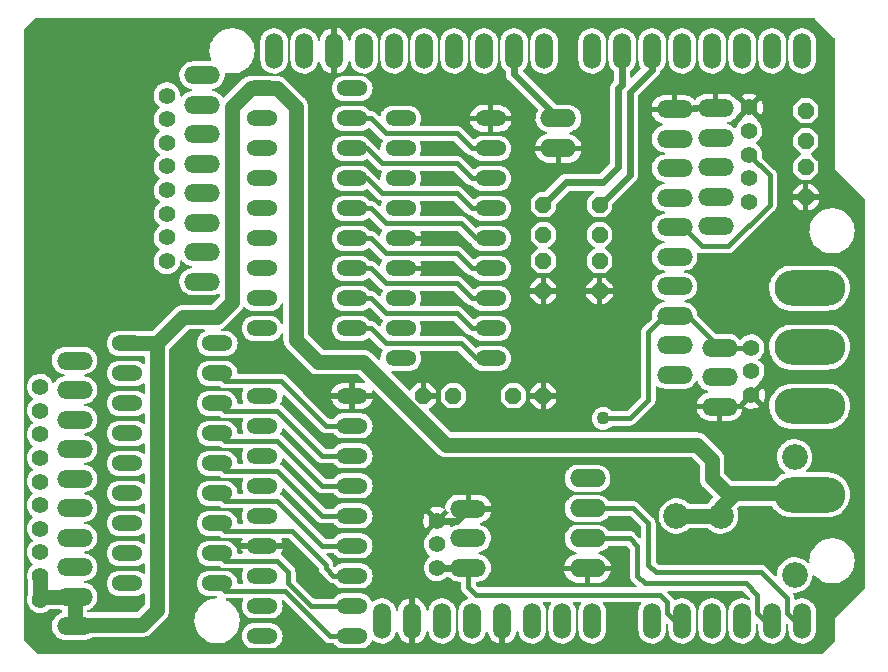
<source format=gbr>
%TF.GenerationSoftware,KiCad,Pcbnew,(6.0.10-0)*%
%TF.CreationDate,2024-08-12T20:49:47-07:00*%
%TF.ProjectId,arduino_shield,61726475-696e-46f5-9f73-6869656c642e,rev?*%
%TF.SameCoordinates,Original*%
%TF.FileFunction,Copper,L2,Bot*%
%TF.FilePolarity,Positive*%
%FSLAX46Y46*%
G04 Gerber Fmt 4.6, Leading zero omitted, Abs format (unit mm)*
G04 Created by KiCad (PCBNEW (6.0.10-0)) date 2024-08-12 20:49:47*
%MOMM*%
%LPD*%
G01*
G04 APERTURE LIST*
G04 Aperture macros list*
%AMOutline5P*
0 Free polygon, 5 corners , with rotation*
0 The origin of the aperture is its center*
0 number of corners: always 5*
0 $1 to $10 corner X, Y*
0 $11 Rotation angle, in degrees counterclockwise*
0 create outline with 5 corners*
4,1,5,$1,$2,$3,$4,$5,$6,$7,$8,$9,$10,$1,$2,$11*%
%AMOutline6P*
0 Free polygon, 6 corners , with rotation*
0 The origin of the aperture is its center*
0 number of corners: always 6*
0 $1 to $12 corner X, Y*
0 $13 Rotation angle, in degrees counterclockwise*
0 create outline with 6 corners*
4,1,6,$1,$2,$3,$4,$5,$6,$7,$8,$9,$10,$11,$12,$1,$2,$13*%
%AMOutline7P*
0 Free polygon, 7 corners , with rotation*
0 The origin of the aperture is its center*
0 number of corners: always 7*
0 $1 to $14 corner X, Y*
0 $15 Rotation angle, in degrees counterclockwise*
0 create outline with 7 corners*
4,1,7,$1,$2,$3,$4,$5,$6,$7,$8,$9,$10,$11,$12,$13,$14,$1,$2,$15*%
%AMOutline8P*
0 Free polygon, 8 corners , with rotation*
0 The origin of the aperture is its center*
0 number of corners: always 8*
0 $1 to $16 corner X, Y*
0 $17 Rotation angle, in degrees counterclockwise*
0 create outline with 8 corners*
4,1,8,$1,$2,$3,$4,$5,$6,$7,$8,$9,$10,$11,$12,$13,$14,$15,$16,$1,$2,$17*%
G04 Aperture macros list end*
%TA.AperFunction,ComponentPad*%
%ADD10C,1.422400*%
%TD*%
%TA.AperFunction,ComponentPad*%
%ADD11O,2.641600X1.320800*%
%TD*%
%TA.AperFunction,ComponentPad*%
%ADD12O,3.048000X1.524000*%
%TD*%
%TA.AperFunction,ComponentPad*%
%ADD13C,2.184400*%
%TD*%
%TA.AperFunction,ComponentPad*%
%ADD14O,3.016000X1.508000*%
%TD*%
%TA.AperFunction,ComponentPad*%
%ADD15Outline8P,-0.660400X0.273547X-0.273547X0.660400X0.273547X0.660400X0.660400X0.273547X0.660400X-0.273547X0.273547X-0.660400X-0.273547X-0.660400X-0.660400X-0.273547X180.000000*%
%TD*%
%TA.AperFunction,ComponentPad*%
%ADD16Outline8P,-0.660400X0.273547X-0.273547X0.660400X0.273547X0.660400X0.660400X0.273547X0.660400X-0.273547X0.273547X-0.660400X-0.273547X-0.660400X-0.660400X-0.273547X90.000000*%
%TD*%
%TA.AperFunction,ComponentPad*%
%ADD17O,1.508000X3.016000*%
%TD*%
%TA.AperFunction,ComponentPad*%
%ADD18Outline8P,-0.660400X0.273547X-0.273547X0.660400X0.273547X0.660400X0.660400X0.273547X0.660400X-0.273547X0.273547X-0.660400X-0.273547X-0.660400X-0.660400X-0.273547X0.000000*%
%TD*%
%TA.AperFunction,ComponentPad*%
%ADD19O,6.000000X3.000000*%
%TD*%
%TA.AperFunction,ViaPad*%
%ADD20C,1.104800*%
%TD*%
%TA.AperFunction,Conductor*%
%ADD21C,0.609600*%
%TD*%
%TA.AperFunction,Conductor*%
%ADD22C,1.270000*%
%TD*%
%TA.AperFunction,Conductor*%
%ADD23C,0.406400*%
%TD*%
G04 APERTURE END LIST*
D10*
%TO.P,JP7A0,1,1*%
%TO.N,/EOL0R*%
X174498000Y-106000800D03*
%TO.P,JP7A0,2,2*%
%TO.N,GND*%
X174498000Y-108000800D03*
%TO.P,JP7A0,3,3*%
%TO.N,+5V*%
X174498000Y-110000800D03*
%TD*%
D11*
%TO.P,IC4,1,SCL*%
%TO.N,/SCL*%
X144830800Y-86588600D03*
%TO.P,IC4,2,SDA*%
%TO.N,/SDA*%
X144830800Y-89128600D03*
%TO.P,IC4,3,A2*%
%TO.N,GND*%
X144830800Y-91668600D03*
%TO.P,IC4,4,A1*%
X144830800Y-94208600D03*
%TO.P,IC4,5,A0*%
%TO.N,+5V*%
X144830800Y-96748600D03*
%TO.P,IC4,6,/RST*%
X144830800Y-99288600D03*
%TO.P,IC4,7*%
%TO.N,N/C*%
X144830800Y-101828600D03*
%TO.P,IC4,8,INT*%
%TO.N,unconnected-(IC4-Pad8)*%
X144830800Y-104368600D03*
%TO.P,IC4,9,GND*%
%TO.N,GND*%
X144830800Y-106908600D03*
%TO.P,IC4,10,GP0*%
%TO.N,Net-(IC2-Pad1)*%
X152450800Y-106908600D03*
%TO.P,IC4,11,GP1*%
%TO.N,Net-(IC2-Pad2)*%
X152450800Y-104368600D03*
%TO.P,IC4,12,GP2*%
%TO.N,Net-(IC2-Pad3)*%
X152450800Y-101828600D03*
%TO.P,IC4,13,GP3*%
%TO.N,Net-(IC2-Pad4)*%
X152450800Y-99288600D03*
%TO.P,IC4,14,GP4*%
%TO.N,Net-(IC2-Pad5)*%
X152450800Y-96748600D03*
%TO.P,IC4,15,GP5*%
%TO.N,Net-(IC2-Pad6)*%
X152450800Y-94208600D03*
%TO.P,IC4,16,GP6*%
%TO.N,Net-(IC2-Pad7)*%
X152450800Y-91668600D03*
%TO.P,IC4,17,GP7*%
%TO.N,Net-(IC2-Pad8)*%
X152450800Y-89128600D03*
%TO.P,IC4,18,VCC*%
%TO.N,+5V*%
X152450800Y-86588600D03*
%TD*%
D12*
%TO.P,JP6,1,1*%
%TO.N,+5V*%
X158165800Y-89128600D03*
%TO.P,JP6,2,2*%
%TO.N,Net-(ARD1-Pad9)*%
X158165800Y-86588600D03*
%TD*%
D13*
%TO.P,X1,1@1,1@1*%
%TO.N,GND*%
X178168300Y-115243600D03*
%TO.P,X1,1@2,1@2*%
%TO.N,unconnected-(X1-Pad1@2)*%
X178168300Y-125243600D03*
%TO.P,X1,2,2*%
%TO.N,+15V*%
X171918300Y-120243600D03*
%TO.P,X1,3,3*%
X168168300Y-120243600D03*
%TD*%
D10*
%TO.P,JP4A0,1,1*%
%TO.N,+15V*%
X114287300Y-127338600D03*
%TO.P,JP4A0,2,2*%
X114287300Y-125338600D03*
%TO.P,JP4A0,3,3*%
%TO.N,Net-(IC1-Pad18)*%
X114287300Y-123338600D03*
%TO.P,JP4A0,4,4*%
%TO.N,Net-(IC1-Pad17)*%
X114287300Y-121338600D03*
%TO.P,JP4A0,5,5*%
%TO.N,Net-(IC1-Pad16)*%
X114287300Y-119338600D03*
%TO.P,JP4A0,6,6*%
%TO.N,Net-(IC1-Pad15)*%
X114287300Y-117338600D03*
%TO.P,JP4A0,7,7*%
%TO.N,Net-(IC1-Pad14)*%
X114287300Y-115338600D03*
%TO.P,JP4A0,8,8*%
%TO.N,Net-(IC1-Pad13)*%
X114287300Y-113338600D03*
%TO.P,JP4A0,9,9*%
%TO.N,Net-(IC1-Pad12)*%
X114287300Y-111338600D03*
%TO.P,JP4A0,10,10*%
%TO.N,Net-(IC1-Pad11)*%
X114287300Y-109338600D03*
%TD*%
D14*
%TO.P,JP4,1,1*%
%TO.N,+15V*%
X117208300Y-129588600D03*
%TO.P,JP4,2,2*%
X117208300Y-127088600D03*
%TO.P,JP4,3,3*%
%TO.N,Net-(IC1-Pad18)*%
X117208300Y-124588600D03*
%TO.P,JP4,4,4*%
%TO.N,Net-(IC1-Pad17)*%
X117208300Y-122088600D03*
%TO.P,JP4,5,5*%
%TO.N,Net-(IC1-Pad16)*%
X117208300Y-119588600D03*
%TO.P,JP4,6,6*%
%TO.N,Net-(IC1-Pad15)*%
X117208300Y-117088600D03*
%TO.P,JP4,7,7*%
%TO.N,Net-(IC1-Pad14)*%
X117208300Y-114588600D03*
%TO.P,JP4,8,8*%
%TO.N,Net-(IC1-Pad13)*%
X117208300Y-112088600D03*
%TO.P,JP4,9,9*%
%TO.N,Net-(IC1-Pad12)*%
X117208300Y-109588600D03*
%TO.P,JP4,10,10*%
%TO.N,Net-(IC1-Pad11)*%
X117208300Y-107088600D03*
%TD*%
D15*
%TO.P,R1,1,1*%
%TO.N,/SDA*%
X149275800Y-110083600D03*
%TO.P,R1,2,2*%
%TO.N,+5V*%
X146735800Y-110083600D03*
%TD*%
D10*
%TO.P,JP8A0,1,1*%
%TO.N,+5V*%
X174320200Y-85649300D03*
%TO.P,JP8A0,2,2*%
%TO.N,GND*%
X174320200Y-87649300D03*
%TO.P,JP8A0,3,3*%
%TO.N,/ENC0PINB*%
X174320200Y-89649300D03*
%TO.P,JP8A0,4,4*%
%TO.N,/ENC0PINA*%
X174320200Y-91649300D03*
%TO.P,JP8A0,5,5*%
%TO.N,/ENC0PINC*%
X174320200Y-93649300D03*
%TD*%
D11*
%TO.P,IC3,1,SCL*%
%TO.N,/SCL*%
X133083300Y-110083600D03*
%TO.P,IC3,2,SDA*%
%TO.N,/SDA*%
X133083300Y-112623600D03*
%TO.P,IC3,3,A2*%
%TO.N,GND*%
X133083300Y-115163600D03*
%TO.P,IC3,4,A1*%
X133083300Y-117703600D03*
%TO.P,IC3,5,A0*%
X133083300Y-120243600D03*
%TO.P,IC3,6,/RST*%
%TO.N,+5V*%
X133083300Y-122783600D03*
%TO.P,IC3,7*%
%TO.N,N/C*%
X133083300Y-125323600D03*
%TO.P,IC3,8,INT*%
%TO.N,unconnected-(IC3-Pad8)*%
X133083300Y-127863600D03*
%TO.P,IC3,9,GND*%
%TO.N,GND*%
X133083300Y-130403600D03*
%TO.P,IC3,10,GP0*%
%TO.N,Net-(IC1-Pad1)*%
X140703300Y-130403600D03*
%TO.P,IC3,11,GP1*%
%TO.N,Net-(IC1-Pad2)*%
X140703300Y-127863600D03*
%TO.P,IC3,12,GP2*%
%TO.N,Net-(IC1-Pad3)*%
X140703300Y-125323600D03*
%TO.P,IC3,13,GP3*%
%TO.N,Net-(IC1-Pad4)*%
X140703300Y-122783600D03*
%TO.P,IC3,14,GP4*%
%TO.N,Net-(IC1-Pad5)*%
X140703300Y-120243600D03*
%TO.P,IC3,15,GP5*%
%TO.N,Net-(IC1-Pad6)*%
X140703300Y-117703600D03*
%TO.P,IC3,16,GP6*%
%TO.N,Net-(IC1-Pad7)*%
X140703300Y-115163600D03*
%TO.P,IC3,17,GP7*%
%TO.N,Net-(IC1-Pad8)*%
X140703300Y-112623600D03*
%TO.P,IC3,18,VCC*%
%TO.N,+5V*%
X140703300Y-110083600D03*
%TD*%
D16*
%TO.P,R5,1,1*%
%TO.N,+5V*%
X161658300Y-101193600D03*
%TO.P,R5,2,2*%
%TO.N,Net-(LED2-PadA)*%
X161658300Y-98653600D03*
%TD*%
%TO.P,LED1,A,A*%
%TO.N,Net-(LED1-PadA)*%
X179120800Y-88493600D03*
%TO.P,LED1,K,C*%
%TO.N,GND*%
X179120800Y-85953600D03*
%TD*%
%TO.P,R4,1,1*%
%TO.N,+5V*%
X156895800Y-101193600D03*
%TO.P,R4,2,2*%
%TO.N,Net-(LED3-PadA)*%
X156895800Y-98653600D03*
%TD*%
D14*
%TO.P,JP3,1,1*%
%TO.N,Net-(IC2-Pad18)*%
X128003300Y-100418600D03*
%TO.P,JP3,2,2*%
%TO.N,Net-(IC2-Pad17)*%
X128003300Y-97918600D03*
%TO.P,JP3,3,3*%
%TO.N,Net-(IC2-Pad16)*%
X128003300Y-95418600D03*
%TO.P,JP3,4,4*%
%TO.N,Net-(IC2-Pad15)*%
X128003300Y-92918600D03*
%TO.P,JP3,5,5*%
%TO.N,Net-(IC2-Pad14)*%
X128003300Y-90418600D03*
%TO.P,JP3,6,6*%
%TO.N,Net-(IC2-Pad13)*%
X128003300Y-87918600D03*
%TO.P,JP3,7,7*%
%TO.N,Net-(IC2-Pad12)*%
X128003300Y-85418600D03*
%TO.P,JP3,8,8*%
%TO.N,Net-(IC2-Pad11)*%
X128003300Y-82918600D03*
%TD*%
D17*
%TO.P,ARD1,0,RX/0*%
%TO.N,unconnected-(ARD1-Pad0)*%
X178803300Y-80873600D03*
%TO.P,ARD1,1,TX/1*%
%TO.N,unconnected-(ARD1-Pad1)*%
X176263300Y-80873600D03*
%TO.P,ARD1,2,2*%
%TO.N,/ENC0PINA*%
X173723300Y-80873600D03*
%TO.P,ARD1,3,PWM/3*%
%TO.N,/ENC0PINB*%
X171183300Y-80873600D03*
%TO.P,ARD1,3V3,3V3*%
%TO.N,3V3*%
X150863300Y-129133600D03*
%TO.P,ARD1,4,4*%
%TO.N,/ENC0PINC*%
X168643300Y-80873600D03*
%TO.P,ARD1,5,PWM/5*%
%TO.N,Net-(ARD1-Pad5)*%
X166103300Y-80873600D03*
%TO.P,ARD1,5V,5V*%
%TO.N,+5V*%
X153403300Y-129133600D03*
%TO.P,ARD1,6,PWM/6*%
%TO.N,Net-(ARD1-Pad6)*%
X163563300Y-80873600D03*
%TO.P,ARD1,7,7*%
%TO.N,unconnected-(ARD1-Pad7)*%
X161023300Y-80873600D03*
%TO.P,ARD1,8,8*%
%TO.N,unconnected-(ARD1-Pad8)*%
X156959300Y-80873600D03*
%TO.P,ARD1,9,PWM/9*%
%TO.N,Net-(ARD1-Pad9)*%
X154419300Y-80873600D03*
%TO.P,ARD1,10,PWM/SS/10*%
%TO.N,unconnected-(ARD1-Pad10)*%
X151879300Y-80873600D03*
%TO.P,ARD1,11,PWM/MOSI/11*%
%TO.N,unconnected-(ARD1-Pad11)*%
X149339300Y-80873600D03*
%TO.P,ARD1,12,MISO/12*%
%TO.N,unconnected-(ARD1-Pad12)*%
X146799300Y-80873600D03*
%TO.P,ARD1,13,SCK/13*%
%TO.N,unconnected-(ARD1-Pad13)*%
X144259300Y-80873600D03*
%TO.P,ARD1,AIN0,AIN0*%
%TO.N,/EOL0R*%
X166103300Y-129133600D03*
%TO.P,ARD1,AIN1,AIN1*%
%TO.N,/EOL0L*%
X168643300Y-129133600D03*
%TO.P,ARD1,AIN2,AIN2*%
%TO.N,unconnected-(ARD1-PadAIN2)*%
X171183300Y-129133600D03*
%TO.P,ARD1,AIN3,AIN3*%
%TO.N,unconnected-(ARD1-PadAIN3)*%
X173723300Y-129133600D03*
%TO.P,ARD1,AIN4,AIN4/SDA*%
%TO.N,/SDA*%
X176263300Y-129133600D03*
%TO.P,ARD1,AIN5,AIN5/SCL*%
%TO.N,/SCL*%
X178803300Y-129133600D03*
%TO.P,ARD1,AREF,AREF*%
%TO.N,+5V*%
X139179300Y-80873600D03*
%TO.P,ARD1,GND@1,GND@1*%
%TO.N,GND*%
X155943300Y-129133600D03*
%TO.P,ARD1,GND@2,GND@2*%
X158483300Y-129133600D03*
%TO.P,ARD1,GND@3,GND@3*%
X141719300Y-80873600D03*
%TO.P,ARD1,IOREF,IOREF*%
%TO.N,+5V*%
X145783300Y-129133600D03*
%TO.P,ARD1,NC*%
%TO.N,N/C*%
X143243300Y-129133600D03*
%TO.P,ARD1,RST,RESET*%
%TO.N,/RESET*%
X148323300Y-129133600D03*
%TO.P,ARD1,SCL,SCL*%
%TO.N,unconnected-(ARD1-PadSCL)*%
X134099300Y-80873600D03*
%TO.P,ARD1,SDA,SDA*%
%TO.N,unconnected-(ARD1-PadSDA)*%
X136639300Y-80873600D03*
%TO.P,ARD1,VIN,VIN*%
%TO.N,VIN*%
X161023300Y-129133600D03*
%TD*%
D16*
%TO.P,LED3,A,A*%
%TO.N,Net-(LED3-PadA)*%
X156895800Y-96431100D03*
%TO.P,LED3,K,C*%
%TO.N,Net-(ARD1-Pad6)*%
X156895800Y-93891100D03*
%TD*%
D10*
%TO.P,JP2A0,1,1*%
%TO.N,/EOL0L*%
X147904200Y-124656600D03*
%TO.P,JP2A0,2,2*%
%TO.N,GND*%
X147904200Y-122656600D03*
%TO.P,JP2A0,3,3*%
%TO.N,+5V*%
X147904200Y-120656600D03*
%TD*%
D14*
%TO.P,JP7,1,1*%
%TO.N,/EOL0R*%
X171818300Y-105996100D03*
%TO.P,JP7,2,2*%
%TO.N,GND*%
X171818300Y-108496100D03*
%TO.P,JP7,3,3*%
%TO.N,+5V*%
X171818300Y-110996100D03*
%TD*%
D18*
%TO.P,R2,1,1*%
%TO.N,/SCL*%
X154355800Y-110083600D03*
%TO.P,R2,2,2*%
%TO.N,+5V*%
X156895800Y-110083600D03*
%TD*%
D19*
%TO.P,JP1,P$1,16V*%
%TO.N,+15V*%
X179438300Y-118456100D03*
%TO.P,JP1,P$2,GND1*%
%TO.N,GND*%
X179438300Y-110956100D03*
%TO.P,JP1,P$3,GND2*%
X179438300Y-105956100D03*
%TO.P,JP1,P$4,5V*%
%TO.N,+5V/1*%
X179438300Y-100956100D03*
%TD*%
D14*
%TO.P,JP5,1,1*%
%TO.N,+5V*%
X168008300Y-85816100D03*
%TO.P,JP5,2,2*%
%TO.N,GND*%
X168008300Y-88316100D03*
%TO.P,JP5,3,3*%
%TO.N,unconnected-(JP5-Pad3)*%
X168008300Y-90816100D03*
%TO.P,JP5,4,4*%
%TO.N,/ENC0PINA*%
X168008300Y-93316100D03*
%TO.P,JP5,5,5*%
%TO.N,/ENC0PINB*%
X168008300Y-95816100D03*
%TO.P,JP5,6,6*%
%TO.N,/ENC0PINC*%
X168008300Y-98316100D03*
%TO.P,JP5,7,7*%
%TO.N,GND*%
X168008300Y-100816100D03*
%TO.P,JP5,8,8*%
%TO.N,/EOL0R*%
X168008300Y-103316100D03*
%TO.P,JP5,9,9*%
%TO.N,GND*%
X168008300Y-105816100D03*
%TO.P,JP5,10,10*%
X168008300Y-108316100D03*
%TD*%
D16*
%TO.P,R3,1,1*%
%TO.N,+5V*%
X179120800Y-93256100D03*
%TO.P,R3,2,2*%
%TO.N,Net-(LED1-PadA)*%
X179120800Y-90716100D03*
%TD*%
D11*
%TO.P,IC2,1,I1*%
%TO.N,Net-(IC2-Pad1)*%
X140703300Y-104368600D03*
%TO.P,IC2,2,I2*%
%TO.N,Net-(IC2-Pad2)*%
X140703300Y-101828600D03*
%TO.P,IC2,3,I3*%
%TO.N,Net-(IC2-Pad3)*%
X140703300Y-99288600D03*
%TO.P,IC2,4,I4*%
%TO.N,Net-(IC2-Pad4)*%
X140703300Y-96748600D03*
%TO.P,IC2,5,I5*%
%TO.N,Net-(IC2-Pad5)*%
X140703300Y-94208600D03*
%TO.P,IC2,6,I6*%
%TO.N,Net-(IC2-Pad6)*%
X140703300Y-91668600D03*
%TO.P,IC2,7,I7*%
%TO.N,Net-(IC2-Pad7)*%
X140703300Y-89128600D03*
%TO.P,IC2,8,I8*%
%TO.N,Net-(IC2-Pad8)*%
X140703300Y-86588600D03*
%TO.P,IC2,9,GND*%
%TO.N,GND*%
X140703300Y-84048600D03*
%TO.P,IC2,10,CD+*%
%TO.N,+15V*%
X133083300Y-84048600D03*
%TO.P,IC2,11,O8*%
%TO.N,Net-(IC2-Pad11)*%
X133083300Y-86588600D03*
%TO.P,IC2,12,O7*%
%TO.N,Net-(IC2-Pad12)*%
X133083300Y-89128600D03*
%TO.P,IC2,13,O6*%
%TO.N,Net-(IC2-Pad13)*%
X133083300Y-91668600D03*
%TO.P,IC2,14,O5*%
%TO.N,Net-(IC2-Pad14)*%
X133083300Y-94208600D03*
%TO.P,IC2,15,O4*%
%TO.N,Net-(IC2-Pad15)*%
X133083300Y-96748600D03*
%TO.P,IC2,16,O3*%
%TO.N,Net-(IC2-Pad16)*%
X133083300Y-99288600D03*
%TO.P,IC2,17,O2*%
%TO.N,Net-(IC2-Pad17)*%
X133083300Y-101828600D03*
%TO.P,IC2,18,O1*%
%TO.N,Net-(IC2-Pad18)*%
X133083300Y-104368600D03*
%TD*%
D16*
%TO.P,LED2,A,A*%
%TO.N,Net-(LED2-PadA)*%
X161658300Y-96431100D03*
%TO.P,LED2,K,C*%
%TO.N,Net-(ARD1-Pad5)*%
X161658300Y-93891100D03*
%TD*%
D14*
%TO.P,JP2,1,1*%
%TO.N,/EOL0L*%
X150545800Y-124648600D03*
%TO.P,JP2,2,2*%
%TO.N,GND*%
X150545800Y-122148600D03*
%TO.P,JP2,3,3*%
%TO.N,+5V*%
X150545800Y-119648600D03*
%TD*%
D11*
%TO.P,IC1,1,I1*%
%TO.N,Net-(IC1-Pad1)*%
X129273300Y-125958600D03*
%TO.P,IC1,2,I2*%
%TO.N,Net-(IC1-Pad2)*%
X129273300Y-123418600D03*
%TO.P,IC1,3,I3*%
%TO.N,Net-(IC1-Pad3)*%
X129273300Y-120878600D03*
%TO.P,IC1,4,I4*%
%TO.N,Net-(IC1-Pad4)*%
X129273300Y-118338600D03*
%TO.P,IC1,5,I5*%
%TO.N,Net-(IC1-Pad5)*%
X129273300Y-115798600D03*
%TO.P,IC1,6,I6*%
%TO.N,Net-(IC1-Pad6)*%
X129273300Y-113258600D03*
%TO.P,IC1,7,I7*%
%TO.N,Net-(IC1-Pad7)*%
X129273300Y-110718600D03*
%TO.P,IC1,8,I8*%
%TO.N,Net-(IC1-Pad8)*%
X129273300Y-108178600D03*
%TO.P,IC1,9,GND*%
%TO.N,GND*%
X129273300Y-105638600D03*
%TO.P,IC1,10,CD+*%
%TO.N,+15V*%
X121653300Y-105638600D03*
%TO.P,IC1,11,O8*%
%TO.N,Net-(IC1-Pad11)*%
X121653300Y-108178600D03*
%TO.P,IC1,12,O7*%
%TO.N,Net-(IC1-Pad12)*%
X121653300Y-110718600D03*
%TO.P,IC1,13,O6*%
%TO.N,Net-(IC1-Pad13)*%
X121653300Y-113258600D03*
%TO.P,IC1,14,O5*%
%TO.N,Net-(IC1-Pad14)*%
X121653300Y-115798600D03*
%TO.P,IC1,15,O4*%
%TO.N,Net-(IC1-Pad15)*%
X121653300Y-118338600D03*
%TO.P,IC1,16,O3*%
%TO.N,Net-(IC1-Pad16)*%
X121653300Y-120878600D03*
%TO.P,IC1,17,O2*%
%TO.N,Net-(IC1-Pad17)*%
X121653300Y-123418600D03*
%TO.P,IC1,18,O1*%
%TO.N,Net-(IC1-Pad18)*%
X121653300Y-125958600D03*
%TD*%
D10*
%TO.P,JP3A0,1,1*%
%TO.N,Net-(IC2-Pad18)*%
X125031500Y-98655900D03*
%TO.P,JP3A0,2,2*%
%TO.N,Net-(IC2-Pad17)*%
X125031500Y-96655900D03*
%TO.P,JP3A0,3,3*%
%TO.N,Net-(IC2-Pad16)*%
X125031500Y-94655900D03*
%TO.P,JP3A0,4,4*%
%TO.N,Net-(IC2-Pad15)*%
X125031500Y-92655900D03*
%TO.P,JP3A0,5,5*%
%TO.N,Net-(IC2-Pad14)*%
X125031500Y-90655900D03*
%TO.P,JP3A0,6,6*%
%TO.N,Net-(IC2-Pad13)*%
X125031500Y-88655900D03*
%TO.P,JP3A0,7,7*%
%TO.N,Net-(IC2-Pad12)*%
X125031500Y-86655900D03*
%TO.P,JP3A0,8,8*%
%TO.N,Net-(IC2-Pad11)*%
X125031500Y-84655900D03*
%TD*%
D14*
%TO.P,JP8,1,1*%
%TO.N,+5V*%
X171500800Y-85716100D03*
%TO.P,JP8,2,2*%
%TO.N,GND*%
X171500800Y-88216100D03*
%TO.P,JP8,3,3*%
%TO.N,/ENC0PINB*%
X171500800Y-90716100D03*
%TO.P,JP8,4,4*%
%TO.N,/ENC0PINA*%
X171500800Y-93216100D03*
%TO.P,JP8,5,5*%
%TO.N,/ENC0PINC*%
X171500800Y-95716100D03*
%TD*%
D12*
%TO.P,JP9,1,1*%
%TO.N,+5V*%
X160642300Y-124688600D03*
%TO.P,JP9,2,2*%
%TO.N,/SDA*%
X160642300Y-122148600D03*
%TO.P,JP9,3,3*%
%TO.N,/SCL*%
X160642300Y-119608600D03*
%TO.P,JP9,4,4*%
%TO.N,GND*%
X160642300Y-117068600D03*
%TD*%
D20*
%TO.N,/EOL0R*%
X161975800Y-111988600D03*
%TD*%
D21*
%TO.N,+5V*%
X150558500Y-119646700D02*
X150558500Y-120053100D01*
X149548600Y-120656600D02*
X150558500Y-119646700D01*
X147904200Y-120656600D02*
X149548600Y-120656600D01*
D22*
%TO.N,+15V*%
X173088300Y-118338600D02*
X179320800Y-118338600D01*
X171918300Y-119508600D02*
X173088300Y-118338600D01*
X135940800Y-105321100D02*
X135940800Y-85636100D01*
X129273300Y-103416100D02*
X126415800Y-103416100D01*
X179320800Y-118338600D02*
X179438300Y-118456100D01*
X148640800Y-114211100D02*
X141655800Y-107226100D01*
X114537300Y-127088600D02*
X114287300Y-127338600D01*
X137845800Y-107226100D02*
X135940800Y-105321100D01*
X135940800Y-85636100D02*
X134353300Y-84048600D01*
X124193300Y-105638600D02*
X124193300Y-128181100D01*
X141655800Y-107226100D02*
X137845800Y-107226100D01*
X130543300Y-85636100D02*
X130543300Y-102146100D01*
X124193300Y-128181100D02*
X122923300Y-129451100D01*
X114287300Y-127338600D02*
X114287300Y-125338600D01*
X168168300Y-120243600D02*
X171918300Y-120243600D01*
X121653300Y-105638600D02*
X124193300Y-105638600D01*
X117208300Y-129588600D02*
X117208300Y-127088600D01*
X179438300Y-118456100D02*
X179438300Y-118656100D01*
X171183300Y-115481100D02*
X169913300Y-114211100D01*
X133083300Y-84048600D02*
X132130800Y-84048600D01*
X117208300Y-127088600D02*
X114537300Y-127088600D01*
X122923300Y-129451100D02*
X117980800Y-129451100D01*
X130543300Y-102146100D02*
X129273300Y-103416100D01*
X171183300Y-117068600D02*
X171183300Y-115481100D01*
X172453300Y-118338600D02*
X171183300Y-117068600D01*
X134353300Y-84048600D02*
X133083300Y-84048600D01*
X171918300Y-120243600D02*
X171918300Y-119508600D01*
X126415800Y-103416100D02*
X124193300Y-105638600D01*
X132130800Y-84048600D02*
X130543300Y-85636100D01*
X169913300Y-114211100D02*
X148640800Y-114211100D01*
X117980800Y-129451100D02*
X117208300Y-129588600D01*
X172453300Y-118338600D02*
X173088300Y-118338600D01*
D23*
%TO.N,/ENC0PINB*%
X168714100Y-95816100D02*
X168008300Y-95816100D01*
X176047400Y-91376500D02*
X174320200Y-89649300D01*
X172567600Y-97396300D02*
X176047400Y-93916500D01*
X168714100Y-95816100D02*
X170294300Y-97396300D01*
X170294300Y-97396300D02*
X172567600Y-97396300D01*
X176047400Y-93916500D02*
X176047400Y-91376500D01*
D21*
%TO.N,Net-(ARD1-Pad5)*%
X164198300Y-84366100D02*
X164198300Y-91351100D01*
X164198300Y-91351100D02*
X161658300Y-93891100D01*
X166103300Y-80873600D02*
X166103300Y-82461100D01*
X166103300Y-82461100D02*
X164198300Y-84366100D01*
%TO.N,Net-(ARD1-Pad6)*%
X158800800Y-91986100D02*
X156895800Y-93891100D01*
X161975800Y-91986100D02*
X158800800Y-91986100D01*
X163563300Y-83731100D02*
X163245800Y-84048600D01*
X163245800Y-84048600D02*
X163245800Y-90716100D01*
X163563300Y-80873600D02*
X163563300Y-83731100D01*
X163245800Y-90716100D02*
X161975800Y-91986100D01*
%TO.N,Net-(ARD1-Pad9)*%
X154419300Y-82842100D02*
X158165800Y-86588600D01*
X154419300Y-80873600D02*
X154419300Y-82842100D01*
D23*
%TO.N,/EOL0R*%
X165785800Y-110401100D02*
X165785800Y-104686100D01*
X164198300Y-111988600D02*
X165785800Y-110401100D01*
X165785800Y-104686100D02*
X167055800Y-103416100D01*
X161975800Y-111988600D02*
X164198300Y-111988600D01*
X168008300Y-103316100D02*
X169138300Y-103316100D01*
X167055800Y-103416100D02*
X167908300Y-103416100D01*
X169138300Y-103316100D02*
X171818300Y-105996100D01*
X167908300Y-103416100D02*
X168008300Y-103316100D01*
X174493300Y-105996100D02*
X174498000Y-106000800D01*
X171818300Y-105996100D02*
X174493300Y-105996100D01*
%TO.N,/EOL0L*%
X150545800Y-124648600D02*
X150545800Y-126276100D01*
X167373300Y-127546100D02*
X167373300Y-128498600D01*
X166738300Y-126911100D02*
X167373300Y-127546100D01*
X167373300Y-128498600D02*
X168008300Y-129133600D01*
X168008300Y-129133600D02*
X168643300Y-129133600D01*
D21*
X147912200Y-124648600D02*
X147904200Y-124656600D01*
D23*
X150545800Y-126276100D02*
X151180800Y-126911100D01*
X151180800Y-126911100D02*
X166738300Y-126911100D01*
D21*
X150545800Y-124648600D02*
X147912200Y-124648600D01*
D23*
%TO.N,/SDA*%
X164833300Y-125323600D02*
X165468300Y-125958600D01*
X164198300Y-122148600D02*
X164833300Y-122783600D01*
X175628300Y-129133600D02*
X176263300Y-129133600D01*
X174993300Y-126911100D02*
X174993300Y-128498600D01*
X174040800Y-125958600D02*
X174993300Y-126911100D01*
X164833300Y-122783600D02*
X164833300Y-125323600D01*
X165468300Y-125958600D02*
X174040800Y-125958600D01*
X160642300Y-122148600D02*
X164198300Y-122148600D01*
X174993300Y-128498600D02*
X175628300Y-129133600D01*
%TO.N,/SCL*%
X165785800Y-124371100D02*
X166420800Y-125006100D01*
X166420800Y-125006100D02*
X175310800Y-125006100D01*
X175310800Y-125006100D02*
X177533300Y-127228600D01*
X178168300Y-129133600D02*
X178803300Y-129133600D01*
X164515800Y-119608600D02*
X165785800Y-120878600D01*
X177533300Y-127228600D02*
X177533300Y-128498600D01*
X160642300Y-119608600D02*
X164515800Y-119608600D01*
X165785800Y-120878600D02*
X165785800Y-124371100D01*
X177533300Y-128498600D02*
X178168300Y-129133600D01*
%TO.N,Net-(IC1-Pad1)*%
X140703300Y-130403600D02*
X138798300Y-130403600D01*
X129908300Y-126593600D02*
X129273300Y-125958600D01*
X138798300Y-130403600D02*
X134988300Y-126593600D01*
X134988300Y-126593600D02*
X129908300Y-126593600D01*
%TO.N,Net-(IC1-Pad2)*%
X135305800Y-125958600D02*
X135305800Y-125006100D01*
X137210800Y-127863600D02*
X135305800Y-125958600D01*
X129908300Y-124053600D02*
X129273300Y-123418600D01*
X140703300Y-127863600D02*
X137210800Y-127863600D01*
X134353300Y-124053600D02*
X129908300Y-124053600D01*
X135305800Y-125006100D02*
X134353300Y-124053600D01*
%TO.N,Net-(IC1-Pad3)*%
X138480800Y-124688600D02*
X138480800Y-124371100D01*
X139115800Y-125323600D02*
X138480800Y-124688600D01*
X140703300Y-125323600D02*
X139115800Y-125323600D01*
X138480800Y-124371100D02*
X135623300Y-121513600D01*
X129908300Y-121513600D02*
X129273300Y-120878600D01*
X135623300Y-121513600D02*
X129908300Y-121513600D01*
%TO.N,Net-(IC1-Pad4)*%
X138163300Y-122783600D02*
X134353300Y-118973600D01*
X129908300Y-118973600D02*
X129273300Y-118338600D01*
X140703300Y-122783600D02*
X138163300Y-122783600D01*
X134353300Y-118973600D02*
X129908300Y-118973600D01*
%TO.N,Net-(IC1-Pad5)*%
X140703300Y-120243600D02*
X138163300Y-120243600D01*
X129908300Y-116433600D02*
X129273300Y-115798600D01*
X138163300Y-120243600D02*
X134353300Y-116433600D01*
X134353300Y-116433600D02*
X129908300Y-116433600D01*
%TO.N,Net-(IC1-Pad6)*%
X140703300Y-117703600D02*
X138163300Y-117703600D01*
X129908300Y-113893600D02*
X129273300Y-113258600D01*
X138163300Y-117703600D02*
X134353300Y-113893600D01*
X134353300Y-113893600D02*
X129908300Y-113893600D01*
%TO.N,Net-(IC1-Pad7)*%
X129908300Y-111353600D02*
X129273300Y-110718600D01*
X140703300Y-115163600D02*
X138163300Y-115163600D01*
X134353300Y-111353600D02*
X129908300Y-111353600D01*
X138163300Y-115163600D02*
X134353300Y-111353600D01*
%TO.N,Net-(IC1-Pad8)*%
X134670800Y-108813600D02*
X129908300Y-108813600D01*
X129908300Y-108813600D02*
X129273300Y-108178600D01*
X140703300Y-112623600D02*
X138480800Y-112623600D01*
X138480800Y-112623600D02*
X134670800Y-108813600D01*
%TO.N,Net-(IC2-Pad1)*%
X149910800Y-105638600D02*
X143560800Y-105638600D01*
X142290800Y-104368600D02*
X140703300Y-104368600D01*
X151180800Y-106908600D02*
X149910800Y-105638600D01*
X152450800Y-106908600D02*
X151180800Y-106908600D01*
X143560800Y-105638600D02*
X142290800Y-104368600D01*
%TO.N,Net-(IC2-Pad2)*%
X149593300Y-103098600D02*
X143560800Y-103098600D01*
X142290800Y-101828600D02*
X140703300Y-101828600D01*
X150863300Y-104368600D02*
X149593300Y-103098600D01*
X143560800Y-103098600D02*
X142290800Y-101828600D01*
X152450800Y-104368600D02*
X150863300Y-104368600D01*
%TO.N,Net-(IC2-Pad3)*%
X150863300Y-101828600D02*
X149593300Y-100558600D01*
X152450800Y-101828600D02*
X150863300Y-101828600D01*
X142290800Y-99288600D02*
X140703300Y-99288600D01*
X143560800Y-100558600D02*
X142290800Y-99288600D01*
X149593300Y-100558600D02*
X143560800Y-100558600D01*
%TO.N,Net-(IC2-Pad4)*%
X149593300Y-98018600D02*
X143560800Y-98018600D01*
X152450800Y-99288600D02*
X150863300Y-99288600D01*
X142290800Y-96748600D02*
X140703300Y-96748600D01*
X143560800Y-98018600D02*
X142290800Y-96748600D01*
X150863300Y-99288600D02*
X149593300Y-98018600D01*
%TO.N,Net-(IC2-Pad5)*%
X151180800Y-96748600D02*
X149910800Y-95478600D01*
X143560800Y-95478600D02*
X142290800Y-94208600D01*
X149910800Y-95478600D02*
X143560800Y-95478600D01*
X142290800Y-94208600D02*
X140703300Y-94208600D01*
X152450800Y-96748600D02*
X151180800Y-96748600D01*
%TO.N,Net-(IC2-Pad6)*%
X150863300Y-94208600D02*
X149593300Y-92938600D01*
X141973300Y-91668600D02*
X140703300Y-91668600D01*
X149593300Y-92938600D02*
X143243300Y-92938600D01*
X143243300Y-92938600D02*
X141973300Y-91668600D01*
X152450800Y-94208600D02*
X150863300Y-94208600D01*
%TO.N,Net-(IC2-Pad7)*%
X149593300Y-90398600D02*
X143243300Y-90398600D01*
X141973300Y-89128600D02*
X140703300Y-89128600D01*
X152450800Y-91668600D02*
X150863300Y-91668600D01*
X150863300Y-91668600D02*
X149593300Y-90398600D01*
X143243300Y-90398600D02*
X141973300Y-89128600D01*
%TO.N,Net-(IC2-Pad8)*%
X142290800Y-86588600D02*
X140703300Y-86588600D01*
X143560800Y-87858600D02*
X142290800Y-86588600D01*
X152450800Y-89128600D02*
X150863300Y-89128600D01*
X149593300Y-87858600D02*
X143560800Y-87858600D01*
X150863300Y-89128600D02*
X149593300Y-87858600D01*
%TD*%
%TA.AperFunction,Conductor*%
%TO.N,+5V*%
G36*
X179922218Y-78124713D02*
G01*
X179934222Y-78134965D01*
X181541935Y-79742678D01*
X181570161Y-79798076D01*
X181571400Y-79813813D01*
X181571400Y-90780546D01*
X181578973Y-90803852D01*
X181582657Y-90819198D01*
X181586491Y-90843406D01*
X181596496Y-90863041D01*
X181597616Y-90865240D01*
X181603655Y-90879818D01*
X181611230Y-90903132D01*
X181615886Y-90909540D01*
X181625635Y-90922958D01*
X181633881Y-90936413D01*
X181645008Y-90958251D01*
X181667934Y-90981177D01*
X184081935Y-93395179D01*
X184110161Y-93450577D01*
X184111400Y-93466314D01*
X184111400Y-126383386D01*
X184092187Y-126442517D01*
X184081935Y-126454521D01*
X182894939Y-127641518D01*
X181645008Y-128891449D01*
X181633881Y-128913287D01*
X181625636Y-128926741D01*
X181611230Y-128946568D01*
X181603656Y-128969879D01*
X181597617Y-128984458D01*
X181586491Y-129006294D01*
X181585253Y-129014111D01*
X181582657Y-129030502D01*
X181578973Y-129045848D01*
X181571400Y-129069154D01*
X181571400Y-130828386D01*
X181552187Y-130887517D01*
X181541935Y-130899521D01*
X180569222Y-131872235D01*
X180513824Y-131900461D01*
X180498087Y-131901700D01*
X114065714Y-131901700D01*
X114006583Y-131882487D01*
X113994579Y-131872235D01*
X112920265Y-130797922D01*
X112892039Y-130742524D01*
X112890800Y-130726787D01*
X112890800Y-127309206D01*
X113164795Y-127309206D01*
X113178235Y-127514259D01*
X113179367Y-127518717D01*
X113179368Y-127518722D01*
X113227403Y-127707861D01*
X113228817Y-127713428D01*
X113314849Y-127900045D01*
X113433448Y-128067859D01*
X113445823Y-128079914D01*
X113577340Y-128208033D01*
X113577344Y-128208036D01*
X113580642Y-128211249D01*
X113584475Y-128213810D01*
X113584476Y-128213811D01*
X113747668Y-128322853D01*
X113747672Y-128322855D01*
X113751503Y-128325415D01*
X113877936Y-128379735D01*
X113936069Y-128404711D01*
X113936071Y-128404712D01*
X113940308Y-128406532D01*
X114039508Y-128428979D01*
X114136233Y-128450866D01*
X114136236Y-128450866D01*
X114140733Y-128451884D01*
X114263999Y-128456727D01*
X114341459Y-128459770D01*
X114341460Y-128459770D01*
X114346068Y-128459951D01*
X114350625Y-128459290D01*
X114350630Y-128459290D01*
X114463367Y-128442943D01*
X114549433Y-128430464D01*
X114650122Y-128396285D01*
X114739653Y-128365894D01*
X114739656Y-128365893D01*
X114744021Y-128364411D01*
X114923312Y-128264003D01*
X115055872Y-128153753D01*
X115113620Y-128130715D01*
X115120199Y-128130500D01*
X115916336Y-128130500D01*
X115963177Y-128142070D01*
X116008140Y-128165726D01*
X116082296Y-128188752D01*
X116095632Y-128192893D01*
X116146406Y-128228777D01*
X116166400Y-128288968D01*
X116166400Y-128387373D01*
X116147187Y-128446504D01*
X116093108Y-128484196D01*
X116036488Y-128500164D01*
X116032352Y-128502203D01*
X116032351Y-128502204D01*
X115849267Y-128592491D01*
X115849264Y-128592493D01*
X115845133Y-128594530D01*
X115794090Y-128632646D01*
X115677873Y-128719429D01*
X115677869Y-128719432D01*
X115674179Y-128722188D01*
X115671055Y-128725567D01*
X115671050Y-128725572D01*
X115532481Y-128875475D01*
X115529351Y-128878861D01*
X115526888Y-128882765D01*
X115526887Y-128882766D01*
X115449133Y-129006000D01*
X115415500Y-129059305D01*
X115336438Y-129257474D01*
X115294814Y-129466733D01*
X115293439Y-129571781D01*
X115292414Y-129650076D01*
X115292021Y-129680073D01*
X115328153Y-129890350D01*
X115329748Y-129894674D01*
X115329749Y-129894677D01*
X115400402Y-130086190D01*
X115402000Y-130090521D01*
X115511089Y-130273883D01*
X115514128Y-130277349D01*
X115514130Y-130277351D01*
X115648725Y-130430827D01*
X115648728Y-130430830D01*
X115651766Y-130434294D01*
X115655385Y-130437147D01*
X115655386Y-130437148D01*
X115708962Y-130479384D01*
X115819320Y-130566383D01*
X116008140Y-130665726D01*
X116142016Y-130707296D01*
X116207501Y-130727630D01*
X116207504Y-130727631D01*
X116211901Y-130728996D01*
X116385143Y-130749500D01*
X118016420Y-130749500D01*
X118030029Y-130748249D01*
X118170175Y-130735372D01*
X118170179Y-130735371D01*
X118174763Y-130734950D01*
X118380112Y-130677036D01*
X118399001Y-130667721D01*
X118567333Y-130584709D01*
X118567336Y-130584707D01*
X118571467Y-130582670D01*
X118664774Y-130512994D01*
X118724966Y-130493000D01*
X122861006Y-130493000D01*
X122871872Y-130493588D01*
X122912336Y-130497984D01*
X122917240Y-130497555D01*
X122917242Y-130497555D01*
X122964923Y-130493383D01*
X122969802Y-130493170D01*
X122969800Y-130493120D01*
X122972253Y-130493000D01*
X122974712Y-130493000D01*
X122987622Y-130491734D01*
X123019057Y-130488652D01*
X123020106Y-130488555D01*
X123110983Y-130480604D01*
X123115886Y-130480175D01*
X123120551Y-130478819D01*
X123120659Y-130478798D01*
X123121697Y-130478598D01*
X123121814Y-130478576D01*
X123126652Y-130478102D01*
X123218748Y-130450297D01*
X123219632Y-130450034D01*
X123312100Y-130423170D01*
X123316408Y-130420937D01*
X123316469Y-130420912D01*
X123317423Y-130420525D01*
X123317628Y-130420443D01*
X123322258Y-130419045D01*
X123326602Y-130416735D01*
X123326605Y-130416734D01*
X123407121Y-130373922D01*
X123408054Y-130373432D01*
X123493505Y-130329139D01*
X123497307Y-130326103D01*
X123498184Y-130325527D01*
X123498390Y-130325393D01*
X123502668Y-130323119D01*
X123577164Y-130262361D01*
X123577976Y-130261706D01*
X123616365Y-130231061D01*
X123616369Y-130231058D01*
X123618563Y-130229306D01*
X123620549Y-130227320D01*
X123622646Y-130225445D01*
X123622720Y-130225528D01*
X123626350Y-130222248D01*
X123657194Y-130197092D01*
X123657198Y-130197088D01*
X123661010Y-130193979D01*
X123692089Y-130156411D01*
X123698468Y-130149401D01*
X124670891Y-129176978D01*
X127361791Y-129176978D01*
X127362137Y-129180604D01*
X127362137Y-129180607D01*
X127384774Y-129417860D01*
X127388075Y-129452462D01*
X127388939Y-129455992D01*
X127388940Y-129455999D01*
X127452985Y-129717727D01*
X127453851Y-129721266D01*
X127557741Y-129977760D01*
X127559579Y-129980900D01*
X127559581Y-129980903D01*
X127621230Y-130086190D01*
X127697570Y-130216569D01*
X127740235Y-130269919D01*
X127860767Y-130420636D01*
X127870408Y-130432692D01*
X128072634Y-130621602D01*
X128075624Y-130623677D01*
X128075625Y-130623677D01*
X128297016Y-130777262D01*
X128297020Y-130777264D01*
X128300012Y-130779340D01*
X128303274Y-130780963D01*
X128303276Y-130780964D01*
X128544516Y-130900979D01*
X128544520Y-130900980D01*
X128547779Y-130902602D01*
X128551238Y-130903736D01*
X128551243Y-130903738D01*
X128760442Y-130972316D01*
X128810745Y-130988806D01*
X128869399Y-130998990D01*
X129080381Y-131035623D01*
X129080387Y-131035624D01*
X129083401Y-131036147D01*
X129121263Y-131038032D01*
X129169606Y-131040439D01*
X129169619Y-131040439D01*
X129170838Y-131040500D01*
X129343601Y-131040500D01*
X129345415Y-131040368D01*
X129345425Y-131040368D01*
X129545672Y-131025838D01*
X129545673Y-131025838D01*
X129549309Y-131025574D01*
X129552867Y-131024788D01*
X129552870Y-131024788D01*
X129815973Y-130966701D01*
X129815978Y-130966700D01*
X129819536Y-130965914D01*
X130078321Y-130867869D01*
X130320241Y-130733494D01*
X130540230Y-130565604D01*
X130578751Y-130526200D01*
X130705920Y-130396113D01*
X131350462Y-130396113D01*
X131350908Y-130401014D01*
X131350908Y-130401017D01*
X131366088Y-130567817D01*
X131369432Y-130604560D01*
X131428529Y-130805352D01*
X131433311Y-130814500D01*
X131521187Y-130982591D01*
X131525500Y-130990842D01*
X131528585Y-130994679D01*
X131563105Y-131037613D01*
X131656654Y-131153964D01*
X131816993Y-131288505D01*
X131821307Y-131290877D01*
X131821309Y-131290878D01*
X131908702Y-131338922D01*
X132000411Y-131389340D01*
X132005097Y-131390827D01*
X132005103Y-131390829D01*
X132195228Y-131451139D01*
X132199922Y-131452628D01*
X132204813Y-131453177D01*
X132204815Y-131453177D01*
X132360032Y-131470587D01*
X132360033Y-131470587D01*
X132362823Y-131470900D01*
X133796366Y-131470900D01*
X133952009Y-131455639D01*
X133956719Y-131454217D01*
X133956724Y-131454216D01*
X134147669Y-131396566D01*
X134147673Y-131396564D01*
X134152384Y-131395142D01*
X134337193Y-131296878D01*
X134499395Y-131164589D01*
X134575201Y-131072955D01*
X134629680Y-131007102D01*
X134629683Y-131007097D01*
X134632813Y-131003314D01*
X134637778Y-130994132D01*
X134730028Y-130823520D01*
X134730030Y-130823516D01*
X134732365Y-130819197D01*
X134758831Y-130733699D01*
X134792804Y-130623950D01*
X134792804Y-130623948D01*
X134794259Y-130619249D01*
X134816138Y-130411087D01*
X134814776Y-130396113D01*
X134797614Y-130207539D01*
X134797614Y-130207537D01*
X134797168Y-130202640D01*
X134738071Y-130001848D01*
X134641100Y-129816358D01*
X134509946Y-129653236D01*
X134349607Y-129518695D01*
X134330181Y-129508015D01*
X134246859Y-129462209D01*
X134166189Y-129417860D01*
X134161503Y-129416373D01*
X134161497Y-129416371D01*
X133971372Y-129356061D01*
X133966678Y-129354572D01*
X133961787Y-129354023D01*
X133961785Y-129354023D01*
X133806568Y-129336613D01*
X133806567Y-129336613D01*
X133803777Y-129336300D01*
X132370234Y-129336300D01*
X132214591Y-129351561D01*
X132209881Y-129352983D01*
X132209876Y-129352984D01*
X132018931Y-129410634D01*
X132018927Y-129410636D01*
X132014216Y-129412058D01*
X131829407Y-129510322D01*
X131667205Y-129642611D01*
X131655245Y-129657068D01*
X131536920Y-129800098D01*
X131536917Y-129800103D01*
X131533787Y-129803886D01*
X131531449Y-129808210D01*
X131451130Y-129956757D01*
X131434235Y-129988003D01*
X131432781Y-129992700D01*
X131399438Y-130100416D01*
X131372341Y-130187951D01*
X131350462Y-130396113D01*
X130705920Y-130396113D01*
X130731127Y-130370327D01*
X130731130Y-130370324D01*
X130733679Y-130367716D01*
X130896535Y-130143975D01*
X130924360Y-130091089D01*
X130954783Y-130033263D01*
X131025386Y-129899068D01*
X131058999Y-129803886D01*
X131116323Y-129641559D01*
X131116324Y-129641555D01*
X131117535Y-129638126D01*
X131171049Y-129366614D01*
X131184809Y-129090222D01*
X131176802Y-129006294D01*
X131158871Y-128818364D01*
X131158871Y-128818363D01*
X131158525Y-128814738D01*
X131149132Y-128776349D01*
X131093615Y-128549473D01*
X131092749Y-128545934D01*
X130988859Y-128289440D01*
X130982862Y-128279197D01*
X130897027Y-128132603D01*
X130849030Y-128050631D01*
X130752048Y-127929361D01*
X130678469Y-127837355D01*
X130678468Y-127837353D01*
X130676192Y-127834508D01*
X130473966Y-127645598D01*
X130438902Y-127621273D01*
X130249584Y-127489938D01*
X130249580Y-127489936D01*
X130246588Y-127487860D01*
X130231298Y-127480253D01*
X130109633Y-127419726D01*
X130058665Y-127394370D01*
X130014281Y-127350830D01*
X130003966Y-127289517D01*
X130031659Y-127233851D01*
X130086784Y-127205094D01*
X130103474Y-127203700D01*
X131397571Y-127203700D01*
X131456702Y-127222913D01*
X131493247Y-127273213D01*
X131493247Y-127335387D01*
X131486063Y-127352148D01*
X131436576Y-127443672D01*
X131436573Y-127443678D01*
X131434235Y-127448003D01*
X131432781Y-127452700D01*
X131387346Y-127599479D01*
X131372341Y-127647951D01*
X131350462Y-127856113D01*
X131350908Y-127861014D01*
X131350908Y-127861017D01*
X131360079Y-127961788D01*
X131369432Y-128064560D01*
X131428529Y-128265352D01*
X131430811Y-128269717D01*
X131501384Y-128404711D01*
X131525500Y-128450842D01*
X131528585Y-128454679D01*
X131557428Y-128490552D01*
X131656654Y-128613964D01*
X131816993Y-128748505D01*
X131821307Y-128750877D01*
X131821309Y-128750878D01*
X131857669Y-128770867D01*
X132000411Y-128849340D01*
X132005097Y-128850827D01*
X132005103Y-128850829D01*
X132161960Y-128900586D01*
X132199922Y-128912628D01*
X132204813Y-128913177D01*
X132204815Y-128913177D01*
X132360032Y-128930587D01*
X132360033Y-128930587D01*
X132362823Y-128930900D01*
X133796366Y-128930900D01*
X133952009Y-128915639D01*
X133956719Y-128914217D01*
X133956724Y-128914216D01*
X134147669Y-128856566D01*
X134147673Y-128856564D01*
X134152384Y-128855142D01*
X134337193Y-128756878D01*
X134499395Y-128624589D01*
X134578780Y-128528629D01*
X134629680Y-128467102D01*
X134629683Y-128467097D01*
X134632813Y-128463314D01*
X134651378Y-128428979D01*
X134730028Y-128283520D01*
X134730030Y-128283516D01*
X134732365Y-128279197D01*
X134759046Y-128193004D01*
X134792804Y-128083950D01*
X134792804Y-128083948D01*
X134794259Y-128079249D01*
X134816138Y-127871087D01*
X134814776Y-127856113D01*
X134797614Y-127667539D01*
X134797614Y-127667537D01*
X134797168Y-127662640D01*
X134779666Y-127603173D01*
X134742874Y-127478166D01*
X134744610Y-127416016D01*
X134782545Y-127366756D01*
X134842190Y-127349201D01*
X134900761Y-127370058D01*
X134910516Y-127378627D01*
X138312729Y-130780840D01*
X138319111Y-130787855D01*
X138321084Y-130790240D01*
X138324474Y-130795583D01*
X138359998Y-130828942D01*
X138372510Y-130840692D01*
X138374779Y-130842891D01*
X138394035Y-130862147D01*
X138397883Y-130865132D01*
X138405083Y-130871281D01*
X138436842Y-130901104D01*
X138455370Y-130911290D01*
X138468559Y-130919954D01*
X138480265Y-130929034D01*
X138485266Y-130932913D01*
X138491073Y-130935426D01*
X138491075Y-130935427D01*
X138525244Y-130950213D01*
X138533756Y-130954383D01*
X138554731Y-130965914D01*
X138571922Y-130975365D01*
X138592407Y-130980625D01*
X138607325Y-130985732D01*
X138626735Y-130994132D01*
X138632982Y-130995121D01*
X138632984Y-130995122D01*
X138656696Y-130998877D01*
X138669765Y-131000947D01*
X138679042Y-131002868D01*
X138721226Y-131013700D01*
X138742368Y-131013700D01*
X138758103Y-131014939D01*
X138778984Y-131018246D01*
X138785279Y-131017651D01*
X138785281Y-131017651D01*
X138822356Y-131014146D01*
X138831824Y-131013700D01*
X139115679Y-131013700D01*
X139174810Y-131032913D01*
X139194080Y-131051264D01*
X139273568Y-131150127D01*
X139273573Y-131150132D01*
X139276654Y-131153964D01*
X139436993Y-131288505D01*
X139441307Y-131290877D01*
X139441309Y-131290878D01*
X139528702Y-131338922D01*
X139620411Y-131389340D01*
X139625097Y-131390827D01*
X139625103Y-131390829D01*
X139815228Y-131451139D01*
X139819922Y-131452628D01*
X139824813Y-131453177D01*
X139824815Y-131453177D01*
X139980032Y-131470587D01*
X139980033Y-131470587D01*
X139982823Y-131470900D01*
X141416366Y-131470900D01*
X141572009Y-131455639D01*
X141576719Y-131454217D01*
X141576724Y-131454216D01*
X141767669Y-131396566D01*
X141767673Y-131396564D01*
X141772384Y-131395142D01*
X141957193Y-131296878D01*
X142119395Y-131164589D01*
X142195201Y-131072955D01*
X142249680Y-131007102D01*
X142249683Y-131007097D01*
X142252813Y-131003314D01*
X142352365Y-130819197D01*
X142353988Y-130820075D01*
X142389730Y-130778685D01*
X142450265Y-130764501D01*
X142510112Y-130790873D01*
X142533561Y-130812549D01*
X142537461Y-130815010D01*
X142537464Y-130815012D01*
X142710096Y-130923934D01*
X142710099Y-130923936D01*
X142714005Y-130926400D01*
X142912174Y-131005462D01*
X143121433Y-131047086D01*
X143226481Y-131048461D01*
X143330158Y-131049819D01*
X143330163Y-131049819D01*
X143334773Y-131049879D01*
X143339317Y-131049098D01*
X143339319Y-131049098D01*
X143540505Y-131014528D01*
X143545050Y-131013747D01*
X143549374Y-131012152D01*
X143549377Y-131012151D01*
X143740890Y-130941498D01*
X143740892Y-130941497D01*
X143745221Y-130939900D01*
X143928583Y-130830811D01*
X143940825Y-130820075D01*
X144085527Y-130693175D01*
X144085530Y-130693172D01*
X144088994Y-130690134D01*
X144098334Y-130678287D01*
X144186551Y-130566383D01*
X144221083Y-130522580D01*
X144274777Y-130420525D01*
X144318280Y-130337839D01*
X144318280Y-130337838D01*
X144320426Y-130333760D01*
X144376629Y-130152758D01*
X144382330Y-130134399D01*
X144382331Y-130134396D01*
X144383696Y-130129999D01*
X144387197Y-130100415D01*
X144413226Y-130043953D01*
X144467472Y-130013572D01*
X144529216Y-130020879D01*
X144574872Y-130063082D01*
X144586109Y-130094418D01*
X144588398Y-130107133D01*
X144643045Y-130306889D01*
X144646160Y-130315266D01*
X144735318Y-130502190D01*
X144739860Y-130509870D01*
X144860715Y-130678058D01*
X144866546Y-130684814D01*
X145015276Y-130828942D01*
X145022213Y-130834559D01*
X145194109Y-130950068D01*
X145201929Y-130954368D01*
X145391567Y-131037613D01*
X145400033Y-131040462D01*
X145539605Y-131073971D01*
X145552511Y-131072955D01*
X145555100Y-131063775D01*
X145555100Y-131063364D01*
X146011500Y-131063364D01*
X146015688Y-131076254D01*
X146017394Y-131077493D01*
X146022393Y-131077979D01*
X146031521Y-131076874D01*
X146040258Y-131075017D01*
X146238200Y-131014122D01*
X146246473Y-131010746D01*
X146430500Y-130915762D01*
X146438047Y-130910973D01*
X146602350Y-130784899D01*
X146608913Y-130778864D01*
X146748297Y-130625682D01*
X146753700Y-130618563D01*
X146863751Y-130443129D01*
X146867805Y-130435172D01*
X146945051Y-130243017D01*
X146947632Y-130234470D01*
X146978115Y-130087270D01*
X147008920Y-130033263D01*
X147065585Y-130007678D01*
X147126468Y-130020286D01*
X147168312Y-130066271D01*
X147174859Y-130091089D01*
X147175687Y-130090935D01*
X147176528Y-130095474D01*
X147176950Y-130100063D01*
X147234864Y-130305412D01*
X147236903Y-130309548D01*
X147236904Y-130309549D01*
X147321048Y-130480175D01*
X147329230Y-130496767D01*
X147391319Y-130579914D01*
X147454129Y-130664027D01*
X147454132Y-130664031D01*
X147456888Y-130667721D01*
X147460267Y-130670845D01*
X147460272Y-130670850D01*
X147600666Y-130800629D01*
X147613561Y-130812549D01*
X147617465Y-130815012D01*
X147617466Y-130815013D01*
X147790096Y-130923934D01*
X147790099Y-130923936D01*
X147794005Y-130926400D01*
X147992174Y-131005462D01*
X148201433Y-131047086D01*
X148306481Y-131048461D01*
X148410158Y-131049819D01*
X148410163Y-131049819D01*
X148414773Y-131049879D01*
X148419317Y-131049098D01*
X148419319Y-131049098D01*
X148620505Y-131014528D01*
X148625050Y-131013747D01*
X148629374Y-131012152D01*
X148629377Y-131012151D01*
X148820890Y-130941498D01*
X148820892Y-130941497D01*
X148825221Y-130939900D01*
X149008583Y-130830811D01*
X149020825Y-130820075D01*
X149165527Y-130693175D01*
X149165530Y-130693172D01*
X149168994Y-130690134D01*
X149178334Y-130678287D01*
X149266551Y-130566383D01*
X149301083Y-130522580D01*
X149354777Y-130420525D01*
X149398280Y-130337839D01*
X149398280Y-130337838D01*
X149400426Y-130333760D01*
X149456629Y-130152758D01*
X149462330Y-130134399D01*
X149462331Y-130134396D01*
X149463696Y-130129999D01*
X149484200Y-129956757D01*
X149484200Y-128325480D01*
X149479947Y-128279197D01*
X149470072Y-128171725D01*
X149470071Y-128171721D01*
X149469650Y-128167137D01*
X149411736Y-127961788D01*
X149409696Y-127957651D01*
X149319409Y-127774567D01*
X149319407Y-127774564D01*
X149317370Y-127770433D01*
X149226420Y-127648637D01*
X149192471Y-127603173D01*
X149192468Y-127603169D01*
X149189712Y-127599479D01*
X149186333Y-127596355D01*
X149186328Y-127596350D01*
X149036425Y-127457781D01*
X149033039Y-127454651D01*
X149027609Y-127451225D01*
X148856504Y-127343266D01*
X148856501Y-127343264D01*
X148852595Y-127340800D01*
X148654426Y-127261738D01*
X148445167Y-127220114D01*
X148340119Y-127218739D01*
X148236442Y-127217381D01*
X148236437Y-127217381D01*
X148231827Y-127217321D01*
X148227283Y-127218102D01*
X148227281Y-127218102D01*
X148026095Y-127252672D01*
X148021550Y-127253453D01*
X148017226Y-127255048D01*
X148017223Y-127255049D01*
X147825710Y-127325702D01*
X147825708Y-127325703D01*
X147821379Y-127327300D01*
X147638017Y-127436389D01*
X147634551Y-127439428D01*
X147634549Y-127439430D01*
X147481073Y-127574025D01*
X147481070Y-127574028D01*
X147477606Y-127577066D01*
X147474753Y-127580685D01*
X147474752Y-127580686D01*
X147413865Y-127657921D01*
X147345517Y-127744620D01*
X147246174Y-127933440D01*
X147210669Y-128047784D01*
X147184332Y-128132603D01*
X147182904Y-128137201D01*
X147182363Y-128141775D01*
X147179403Y-128166784D01*
X147153374Y-128223247D01*
X147099128Y-128253628D01*
X147037384Y-128246321D01*
X146991728Y-128204118D01*
X146980491Y-128172782D01*
X146978202Y-128160067D01*
X146923555Y-127960311D01*
X146920440Y-127951934D01*
X146831282Y-127765010D01*
X146826740Y-127757330D01*
X146705885Y-127589142D01*
X146700054Y-127582386D01*
X146551324Y-127438258D01*
X146544387Y-127432641D01*
X146372491Y-127317132D01*
X146364671Y-127312832D01*
X146175033Y-127229587D01*
X146166567Y-127226738D01*
X146026995Y-127193229D01*
X146014089Y-127194245D01*
X146011500Y-127203425D01*
X146011500Y-131063364D01*
X145555100Y-131063364D01*
X145555100Y-127203836D01*
X145550912Y-127190946D01*
X145549206Y-127189707D01*
X145544207Y-127189221D01*
X145535079Y-127190326D01*
X145526342Y-127192183D01*
X145328400Y-127253078D01*
X145320127Y-127256454D01*
X145136100Y-127351438D01*
X145128553Y-127356227D01*
X144964250Y-127482301D01*
X144957687Y-127488336D01*
X144818303Y-127641518D01*
X144812900Y-127648637D01*
X144702849Y-127824071D01*
X144698795Y-127832028D01*
X144621549Y-128024183D01*
X144618968Y-128032730D01*
X144588485Y-128179930D01*
X144557680Y-128233937D01*
X144501015Y-128259522D01*
X144440132Y-128246914D01*
X144398288Y-128200929D01*
X144391741Y-128176111D01*
X144390913Y-128176265D01*
X144390072Y-128171726D01*
X144389650Y-128167137D01*
X144331736Y-127961788D01*
X144329696Y-127957651D01*
X144239409Y-127774567D01*
X144239407Y-127774564D01*
X144237370Y-127770433D01*
X144146420Y-127648637D01*
X144112471Y-127603173D01*
X144112468Y-127603169D01*
X144109712Y-127599479D01*
X144106333Y-127596355D01*
X144106328Y-127596350D01*
X143956425Y-127457781D01*
X143953039Y-127454651D01*
X143947609Y-127451225D01*
X143776504Y-127343266D01*
X143776501Y-127343264D01*
X143772595Y-127340800D01*
X143574426Y-127261738D01*
X143365167Y-127220114D01*
X143260119Y-127218739D01*
X143156442Y-127217381D01*
X143156437Y-127217381D01*
X143151827Y-127217321D01*
X143147283Y-127218102D01*
X143147281Y-127218102D01*
X142946095Y-127252672D01*
X142941550Y-127253453D01*
X142937226Y-127255048D01*
X142937223Y-127255049D01*
X142745710Y-127325702D01*
X142745708Y-127325703D01*
X142741379Y-127327300D01*
X142558017Y-127436389D01*
X142554551Y-127439428D01*
X142554549Y-127439430D01*
X142508000Y-127480253D01*
X142450875Y-127504796D01*
X142390234Y-127491074D01*
X142352518Y-127451225D01*
X142263382Y-127280723D01*
X142261100Y-127276358D01*
X142129946Y-127113236D01*
X141969607Y-126978695D01*
X141951920Y-126968971D01*
X141826396Y-126899964D01*
X141786189Y-126877860D01*
X141781503Y-126876373D01*
X141781497Y-126876371D01*
X141591372Y-126816061D01*
X141586678Y-126814572D01*
X141581787Y-126814023D01*
X141581785Y-126814023D01*
X141426568Y-126796613D01*
X141426567Y-126796613D01*
X141423777Y-126796300D01*
X139990234Y-126796300D01*
X139834591Y-126811561D01*
X139829881Y-126812983D01*
X139829876Y-126812984D01*
X139638931Y-126870634D01*
X139638927Y-126870636D01*
X139634216Y-126872058D01*
X139449407Y-126970322D01*
X139287205Y-127102611D01*
X139194128Y-127215122D01*
X139192554Y-127217025D01*
X139140058Y-127250339D01*
X139115040Y-127253500D01*
X137505182Y-127253500D01*
X137446051Y-127234287D01*
X137434047Y-127224035D01*
X135945365Y-125735353D01*
X135917139Y-125679955D01*
X135915900Y-125664218D01*
X135915900Y-125082700D01*
X135916346Y-125073233D01*
X135916637Y-125070153D01*
X135918019Y-125063971D01*
X135915950Y-124998123D01*
X135915900Y-124994964D01*
X135915900Y-124967717D01*
X135915504Y-124964580D01*
X135915503Y-124964569D01*
X135915289Y-124962876D01*
X135914546Y-124953431D01*
X135913377Y-124916229D01*
X135913377Y-124916228D01*
X135913178Y-124909901D01*
X135909651Y-124897760D01*
X135907280Y-124889598D01*
X135904079Y-124874143D01*
X135902222Y-124859443D01*
X135902222Y-124859441D01*
X135901429Y-124853168D01*
X135891332Y-124827665D01*
X135885393Y-124812662D01*
X135882324Y-124803700D01*
X135878597Y-124790872D01*
X135870172Y-124761874D01*
X135859412Y-124743680D01*
X135852469Y-124729507D01*
X135847015Y-124715732D01*
X135847013Y-124715728D01*
X135844684Y-124709846D01*
X135835044Y-124696577D01*
X135819078Y-124674601D01*
X135813876Y-124666682D01*
X135812376Y-124664146D01*
X135791705Y-124629193D01*
X135776757Y-124614245D01*
X135766505Y-124602241D01*
X135765032Y-124600213D01*
X135754079Y-124585138D01*
X135749204Y-124581105D01*
X135749202Y-124581103D01*
X135720513Y-124557370D01*
X135713503Y-124550991D01*
X134838872Y-123676360D01*
X134832492Y-123669348D01*
X134830517Y-123666960D01*
X134827126Y-123661617D01*
X134779090Y-123616508D01*
X134776821Y-123614309D01*
X134757565Y-123595053D01*
X134753715Y-123592067D01*
X134746517Y-123585919D01*
X134719371Y-123560428D01*
X134714758Y-123556096D01*
X134707953Y-123552355D01*
X134707295Y-123551654D01*
X134704093Y-123549328D01*
X134704537Y-123548717D01*
X134665391Y-123507033D01*
X134657598Y-123445349D01*
X134669338Y-123413822D01*
X134761356Y-123254763D01*
X134765325Y-123246093D01*
X134832092Y-123053824D01*
X134834348Y-123044570D01*
X134836814Y-123027568D01*
X134834518Y-123014210D01*
X134833466Y-123013185D01*
X134827527Y-123011800D01*
X131345046Y-123011800D01*
X131332749Y-123015795D01*
X131332378Y-123025348D01*
X131361020Y-123144191D01*
X131364124Y-123153208D01*
X131431440Y-123301262D01*
X131438424Y-123363043D01*
X131407760Y-123417130D01*
X131351162Y-123442863D01*
X131339861Y-123443500D01*
X131099583Y-123443500D01*
X131040452Y-123424287D01*
X131003907Y-123373987D01*
X130999397Y-123352017D01*
X130998769Y-123345110D01*
X130988704Y-123234517D01*
X130987614Y-123222540D01*
X130987614Y-123222539D01*
X130987168Y-123217640D01*
X130928071Y-123016848D01*
X130831100Y-122831358D01*
X130699946Y-122668236D01*
X130539607Y-122533695D01*
X130520181Y-122523015D01*
X130398129Y-122455917D01*
X130356189Y-122432860D01*
X130351503Y-122431373D01*
X130351497Y-122431371D01*
X130161372Y-122371061D01*
X130156678Y-122369572D01*
X130151787Y-122369023D01*
X130151785Y-122369023D01*
X129996568Y-122351613D01*
X129996567Y-122351613D01*
X129993777Y-122351300D01*
X128560234Y-122351300D01*
X128404591Y-122366561D01*
X128399881Y-122367983D01*
X128399876Y-122367984D01*
X128208931Y-122425634D01*
X128208927Y-122425636D01*
X128204216Y-122427058D01*
X128019407Y-122525322D01*
X127857205Y-122657611D01*
X127840425Y-122677895D01*
X127726920Y-122815098D01*
X127726917Y-122815103D01*
X127723787Y-122818886D01*
X127721449Y-122823210D01*
X127627667Y-122996656D01*
X127624235Y-123003003D01*
X127622781Y-123007700D01*
X127583957Y-123133122D01*
X127562341Y-123202951D01*
X127540462Y-123411113D01*
X127540908Y-123416014D01*
X127540908Y-123416017D01*
X127557742Y-123600992D01*
X127559432Y-123619560D01*
X127618529Y-123820352D01*
X127715500Y-124005842D01*
X127718585Y-124009679D01*
X127747008Y-124045030D01*
X127846654Y-124168964D01*
X128006993Y-124303505D01*
X128011307Y-124305877D01*
X128011309Y-124305878D01*
X128060129Y-124332717D01*
X128190411Y-124404340D01*
X128195097Y-124405827D01*
X128195103Y-124405829D01*
X128364258Y-124459487D01*
X128389922Y-124467628D01*
X128394813Y-124468177D01*
X128394815Y-124468177D01*
X128550032Y-124485587D01*
X128550033Y-124485587D01*
X128552823Y-124485900D01*
X129436550Y-124485900D01*
X129495681Y-124505113D01*
X129502319Y-124510431D01*
X129504035Y-124512147D01*
X129507883Y-124515132D01*
X129515083Y-124521281D01*
X129546842Y-124551104D01*
X129565370Y-124561290D01*
X129578559Y-124569954D01*
X129590265Y-124579034D01*
X129595266Y-124582913D01*
X129601073Y-124585426D01*
X129601075Y-124585427D01*
X129635244Y-124600213D01*
X129643756Y-124604383D01*
X129681922Y-124625365D01*
X129702407Y-124630625D01*
X129717325Y-124635732D01*
X129736735Y-124644132D01*
X129742982Y-124645121D01*
X129742984Y-124645122D01*
X129765161Y-124648634D01*
X129779765Y-124650947D01*
X129789042Y-124652868D01*
X129831226Y-124663700D01*
X129852368Y-124663700D01*
X129868103Y-124664939D01*
X129888984Y-124668246D01*
X129895279Y-124667651D01*
X129895281Y-124667651D01*
X129932356Y-124664146D01*
X129941824Y-124663700D01*
X131397571Y-124663700D01*
X131456702Y-124682913D01*
X131493247Y-124733213D01*
X131493247Y-124795387D01*
X131486063Y-124812148D01*
X131436576Y-124903672D01*
X131436573Y-124903678D01*
X131434235Y-124908003D01*
X131432781Y-124912700D01*
X131383680Y-125071322D01*
X131372341Y-125107951D01*
X131350462Y-125316113D01*
X131350908Y-125321014D01*
X131350908Y-125321017D01*
X131368563Y-125515012D01*
X131369432Y-125524560D01*
X131428529Y-125725352D01*
X131437729Y-125742951D01*
X131486527Y-125836293D01*
X131496896Y-125897596D01*
X131469251Y-125953286D01*
X131414152Y-125982091D01*
X131397375Y-125983500D01*
X131099583Y-125983500D01*
X131040452Y-125964287D01*
X131003907Y-125913987D01*
X130999397Y-125892017D01*
X130995662Y-125850969D01*
X130987168Y-125757640D01*
X130928071Y-125556848D01*
X130838681Y-125385859D01*
X130833382Y-125375723D01*
X130831100Y-125371358D01*
X130699946Y-125208236D01*
X130539607Y-125073695D01*
X130534502Y-125070888D01*
X130360505Y-124975233D01*
X130356189Y-124972860D01*
X130351503Y-124971373D01*
X130351497Y-124971371D01*
X130161372Y-124911061D01*
X130156678Y-124909572D01*
X130151787Y-124909023D01*
X130151785Y-124909023D01*
X129996568Y-124891613D01*
X129996567Y-124891613D01*
X129993777Y-124891300D01*
X128560234Y-124891300D01*
X128404591Y-124906561D01*
X128399881Y-124907983D01*
X128399876Y-124907984D01*
X128208931Y-124965634D01*
X128208927Y-124965636D01*
X128204216Y-124967058D01*
X128019407Y-125065322D01*
X127857205Y-125197611D01*
X127840301Y-125218045D01*
X127726920Y-125355098D01*
X127726917Y-125355103D01*
X127723787Y-125358886D01*
X127721449Y-125363210D01*
X127630287Y-125531811D01*
X127624235Y-125543003D01*
X127622781Y-125547700D01*
X127565565Y-125732537D01*
X127562341Y-125742951D01*
X127540462Y-125951113D01*
X127540908Y-125956014D01*
X127540908Y-125956017D01*
X127548217Y-126036326D01*
X127559432Y-126159560D01*
X127618529Y-126360352D01*
X127620811Y-126364717D01*
X127698670Y-126513648D01*
X127715500Y-126545842D01*
X127718585Y-126549679D01*
X127745144Y-126582711D01*
X127846654Y-126708964D01*
X128006993Y-126843505D01*
X128011307Y-126845877D01*
X128011309Y-126845878D01*
X128060129Y-126872717D01*
X128190411Y-126944340D01*
X128195097Y-126945827D01*
X128195103Y-126945829D01*
X128327100Y-126987700D01*
X128389922Y-127007628D01*
X128394813Y-127008177D01*
X128394815Y-127008177D01*
X128550032Y-127025587D01*
X128550033Y-127025587D01*
X128552823Y-127025900D01*
X129193845Y-127025900D01*
X129252976Y-127045113D01*
X129289521Y-127095413D01*
X129289521Y-127157587D01*
X129252976Y-127207887D01*
X129201125Y-127226836D01*
X129000928Y-127241362D01*
X129000927Y-127241362D01*
X128997291Y-127241626D01*
X128993733Y-127242412D01*
X128993730Y-127242412D01*
X128730627Y-127300499D01*
X128730622Y-127300500D01*
X128727064Y-127301286D01*
X128468279Y-127399331D01*
X128226359Y-127533706D01*
X128006370Y-127701596D01*
X128003826Y-127704198D01*
X128003823Y-127704201D01*
X127815473Y-127896873D01*
X127812921Y-127899484D01*
X127650065Y-128123225D01*
X127648366Y-128126455D01*
X127648365Y-128126456D01*
X127622159Y-128176265D01*
X127521214Y-128368132D01*
X127520001Y-128371566D01*
X127520000Y-128371569D01*
X127440094Y-128597844D01*
X127429065Y-128629074D01*
X127375551Y-128900586D01*
X127361791Y-129176978D01*
X124670891Y-129176978D01*
X124885994Y-128961875D01*
X124894093Y-128954609D01*
X124897403Y-128951948D01*
X124925806Y-128929111D01*
X124928972Y-128925338D01*
X124928976Y-128925334D01*
X124959734Y-128888677D01*
X124963035Y-128885074D01*
X124962998Y-128885041D01*
X124964650Y-128883219D01*
X124966388Y-128881481D01*
X124994738Y-128846967D01*
X124995233Y-128846371D01*
X125057145Y-128772587D01*
X125059483Y-128768334D01*
X125059519Y-128768281D01*
X125060126Y-128767384D01*
X125060214Y-128767255D01*
X125063291Y-128763509D01*
X125108819Y-128678598D01*
X125109226Y-128677850D01*
X125155580Y-128593534D01*
X125157044Y-128588919D01*
X125157099Y-128588788D01*
X125157508Y-128587820D01*
X125157558Y-128587702D01*
X125159846Y-128583435D01*
X125176602Y-128528629D01*
X125187935Y-128491559D01*
X125188248Y-128490552D01*
X125215877Y-128403456D01*
X125215877Y-128403454D01*
X125217363Y-128398771D01*
X125217905Y-128393941D01*
X125218105Y-128392971D01*
X125218171Y-128392660D01*
X125219585Y-128388036D01*
X125227165Y-128313411D01*
X125229295Y-128292444D01*
X125229407Y-128291396D01*
X125234887Y-128242542D01*
X125234887Y-128242539D01*
X125235200Y-128239750D01*
X125235200Y-128236943D01*
X125235357Y-128234134D01*
X125235467Y-128234140D01*
X125235715Y-128229243D01*
X125237175Y-128214867D01*
X125240234Y-128184755D01*
X125239505Y-128177036D01*
X125235646Y-128136219D01*
X125235200Y-128126752D01*
X125235200Y-120871113D01*
X127540462Y-120871113D01*
X127540908Y-120876014D01*
X127540908Y-120876017D01*
X127556984Y-121052662D01*
X127559432Y-121079560D01*
X127618529Y-121280352D01*
X127715500Y-121465842D01*
X127846654Y-121628964D01*
X128006993Y-121763505D01*
X128011307Y-121765877D01*
X128011309Y-121765878D01*
X128063134Y-121794369D01*
X128190411Y-121864340D01*
X128195097Y-121865827D01*
X128195103Y-121865829D01*
X128385228Y-121926139D01*
X128389922Y-121927628D01*
X128394813Y-121928177D01*
X128394815Y-121928177D01*
X128550032Y-121945587D01*
X128550033Y-121945587D01*
X128552823Y-121945900D01*
X129436550Y-121945900D01*
X129495681Y-121965113D01*
X129502319Y-121970431D01*
X129504035Y-121972147D01*
X129507213Y-121974612D01*
X129507883Y-121975132D01*
X129515083Y-121981281D01*
X129546842Y-122011104D01*
X129565370Y-122021290D01*
X129578559Y-122029954D01*
X129590265Y-122039034D01*
X129595266Y-122042913D01*
X129601073Y-122045426D01*
X129601075Y-122045427D01*
X129635244Y-122060213D01*
X129643756Y-122064383D01*
X129681922Y-122085365D01*
X129702407Y-122090625D01*
X129717325Y-122095732D01*
X129736735Y-122104132D01*
X129742982Y-122105121D01*
X129742984Y-122105122D01*
X129766696Y-122108877D01*
X129779765Y-122110947D01*
X129789042Y-122112868D01*
X129831226Y-122123700D01*
X129852368Y-122123700D01*
X129868103Y-122124939D01*
X129888984Y-122128246D01*
X129895279Y-122127651D01*
X129895281Y-122127651D01*
X129932356Y-122124146D01*
X129941824Y-122123700D01*
X131340012Y-122123700D01*
X131399143Y-122142913D01*
X131435688Y-122193213D01*
X131435688Y-122255387D01*
X131427090Y-122274676D01*
X131405244Y-122312438D01*
X131401275Y-122321107D01*
X131334508Y-122513376D01*
X131332252Y-122522630D01*
X131329786Y-122539632D01*
X131332082Y-122552990D01*
X131333134Y-122554015D01*
X131339073Y-122555400D01*
X134821554Y-122555400D01*
X134833851Y-122551405D01*
X134834222Y-122541852D01*
X134805580Y-122423009D01*
X134802476Y-122413992D01*
X134735160Y-122265938D01*
X134728176Y-122204157D01*
X134758840Y-122150070D01*
X134815438Y-122124337D01*
X134826739Y-122123700D01*
X135328919Y-122123700D01*
X135388050Y-122142913D01*
X135400054Y-122153165D01*
X137840124Y-124593236D01*
X137868350Y-124648634D01*
X137869539Y-124661209D01*
X137870221Y-124682913D01*
X137870650Y-124696577D01*
X137870700Y-124699736D01*
X137870700Y-124726983D01*
X137871096Y-124730120D01*
X137871097Y-124730131D01*
X137871311Y-124731824D01*
X137872054Y-124741269D01*
X137872972Y-124770467D01*
X137873422Y-124784799D01*
X137879321Y-124805104D01*
X137882521Y-124820555D01*
X137884000Y-124832259D01*
X137885171Y-124841532D01*
X137898083Y-124874143D01*
X137901210Y-124882042D01*
X137904271Y-124890983D01*
X137916428Y-124932825D01*
X137919650Y-124938274D01*
X137919651Y-124938275D01*
X137927187Y-124951017D01*
X137934131Y-124965192D01*
X137939586Y-124978970D01*
X137941916Y-124984854D01*
X137945632Y-124989969D01*
X137945635Y-124989974D01*
X137967523Y-125020101D01*
X137972725Y-125028021D01*
X137990242Y-125057639D01*
X137994895Y-125065506D01*
X138009841Y-125080452D01*
X138020092Y-125092454D01*
X138032521Y-125109562D01*
X138037396Y-125113595D01*
X138037398Y-125113597D01*
X138066093Y-125137335D01*
X138073103Y-125143714D01*
X138630225Y-125700837D01*
X138636604Y-125707847D01*
X138638581Y-125710236D01*
X138641974Y-125715583D01*
X138676414Y-125747924D01*
X138690010Y-125760692D01*
X138692279Y-125762891D01*
X138711535Y-125782147D01*
X138715383Y-125785132D01*
X138722583Y-125791281D01*
X138725158Y-125793699D01*
X138754342Y-125821104D01*
X138772870Y-125831290D01*
X138786059Y-125839954D01*
X138802766Y-125852913D01*
X138808573Y-125855426D01*
X138808575Y-125855427D01*
X138842744Y-125870213D01*
X138851256Y-125874383D01*
X138872231Y-125885914D01*
X138889422Y-125895365D01*
X138909907Y-125900625D01*
X138924825Y-125905732D01*
X138944235Y-125914132D01*
X138950482Y-125915121D01*
X138950484Y-125915122D01*
X138974196Y-125918877D01*
X138987265Y-125920947D01*
X138996542Y-125922868D01*
X139038726Y-125933700D01*
X139059868Y-125933700D01*
X139075603Y-125934939D01*
X139096484Y-125938246D01*
X139102779Y-125937651D01*
X139102783Y-125937651D01*
X139108588Y-125937102D01*
X139169265Y-125950666D01*
X139196456Y-125974219D01*
X139239285Y-126027487D01*
X139276654Y-126073964D01*
X139436993Y-126208505D01*
X139441307Y-126210877D01*
X139441309Y-126210878D01*
X139528702Y-126258923D01*
X139620411Y-126309340D01*
X139625097Y-126310827D01*
X139625103Y-126310829D01*
X139815228Y-126371139D01*
X139819922Y-126372628D01*
X139824813Y-126373177D01*
X139824815Y-126373177D01*
X139980032Y-126390587D01*
X139980033Y-126390587D01*
X139982823Y-126390900D01*
X141416366Y-126390900D01*
X141572009Y-126375639D01*
X141576719Y-126374217D01*
X141576724Y-126374216D01*
X141767669Y-126316566D01*
X141767673Y-126316564D01*
X141772384Y-126315142D01*
X141957193Y-126216878D01*
X142119395Y-126084589D01*
X142190272Y-125998913D01*
X142249680Y-125927102D01*
X142249683Y-125927097D01*
X142252813Y-125923314D01*
X142258350Y-125913074D01*
X142350028Y-125743520D01*
X142350030Y-125743516D01*
X142352365Y-125739197D01*
X142371607Y-125677036D01*
X142412804Y-125543950D01*
X142412804Y-125543948D01*
X142414259Y-125539249D01*
X142436138Y-125331087D01*
X142434864Y-125317082D01*
X142417614Y-125127539D01*
X142417614Y-125127537D01*
X142417168Y-125122640D01*
X142358071Y-124921848D01*
X142277617Y-124767953D01*
X142263382Y-124740723D01*
X142261100Y-124736358D01*
X142250690Y-124723410D01*
X142173339Y-124627206D01*
X146781695Y-124627206D01*
X146795135Y-124832259D01*
X146796267Y-124836717D01*
X146796268Y-124836722D01*
X146844581Y-125026956D01*
X146845717Y-125031428D01*
X146931749Y-125218045D01*
X147050348Y-125385859D01*
X147113833Y-125447703D01*
X147194240Y-125526033D01*
X147194244Y-125526036D01*
X147197542Y-125529249D01*
X147201375Y-125531810D01*
X147201376Y-125531811D01*
X147364568Y-125640853D01*
X147364572Y-125640855D01*
X147368403Y-125643415D01*
X147488603Y-125695057D01*
X147552969Y-125722711D01*
X147552971Y-125722712D01*
X147557208Y-125724532D01*
X147641016Y-125743496D01*
X147753133Y-125768866D01*
X147753136Y-125768866D01*
X147757633Y-125769884D01*
X147880899Y-125774727D01*
X147958359Y-125777770D01*
X147958360Y-125777770D01*
X147962968Y-125777951D01*
X147967525Y-125777290D01*
X147967530Y-125777290D01*
X148103048Y-125757640D01*
X148166333Y-125748464D01*
X148287364Y-125707380D01*
X148356553Y-125683894D01*
X148356556Y-125683893D01*
X148360921Y-125682411D01*
X148483131Y-125613970D01*
X148536189Y-125584256D01*
X148540212Y-125582003D01*
X148550707Y-125573275D01*
X148694656Y-125453553D01*
X148698203Y-125450603D01*
X148743139Y-125396573D01*
X148795722Y-125363395D01*
X148820485Y-125360300D01*
X148826175Y-125360300D01*
X148885306Y-125379513D01*
X148901810Y-125394570D01*
X148986225Y-125490827D01*
X148986228Y-125490830D01*
X148989266Y-125494294D01*
X148992885Y-125497147D01*
X148992886Y-125497148D01*
X149019046Y-125517771D01*
X149156820Y-125626383D01*
X149345640Y-125725726D01*
X149465330Y-125762891D01*
X149545001Y-125787630D01*
X149545004Y-125787631D01*
X149549401Y-125788996D01*
X149722643Y-125809500D01*
X149835100Y-125809500D01*
X149894231Y-125828713D01*
X149930776Y-125879013D01*
X149935700Y-125910100D01*
X149935700Y-126199499D01*
X149935254Y-126208966D01*
X149934963Y-126212046D01*
X149933581Y-126218228D01*
X149933780Y-126224560D01*
X149935650Y-126284077D01*
X149935700Y-126287236D01*
X149935700Y-126314483D01*
X149936096Y-126317620D01*
X149936097Y-126317631D01*
X149936311Y-126319324D01*
X149937054Y-126328769D01*
X149938047Y-126360352D01*
X149938422Y-126372299D01*
X149944321Y-126392604D01*
X149947521Y-126408054D01*
X149950171Y-126429032D01*
X149952498Y-126434908D01*
X149952498Y-126434910D01*
X149966210Y-126469542D01*
X149969271Y-126478483D01*
X149981428Y-126520325D01*
X149984650Y-126525774D01*
X149984651Y-126525775D01*
X149992187Y-126538517D01*
X149999131Y-126552692D01*
X150004586Y-126566470D01*
X150006916Y-126572354D01*
X150010632Y-126577469D01*
X150010635Y-126577474D01*
X150032523Y-126607601D01*
X150037725Y-126615521D01*
X150055347Y-126645316D01*
X150059895Y-126653006D01*
X150074841Y-126667952D01*
X150085092Y-126679954D01*
X150097521Y-126697062D01*
X150102396Y-126701095D01*
X150102398Y-126701097D01*
X150131093Y-126724835D01*
X150138103Y-126731214D01*
X150522595Y-127115707D01*
X150550820Y-127171103D01*
X150541094Y-127232511D01*
X150497130Y-127276475D01*
X150486280Y-127281222D01*
X150361379Y-127327300D01*
X150178017Y-127436389D01*
X150174551Y-127439428D01*
X150174549Y-127439430D01*
X150021073Y-127574025D01*
X150021070Y-127574028D01*
X150017606Y-127577066D01*
X150014753Y-127580685D01*
X150014752Y-127580686D01*
X149953865Y-127657921D01*
X149885517Y-127744620D01*
X149786174Y-127933440D01*
X149750669Y-128047784D01*
X149724332Y-128132603D01*
X149722904Y-128137201D01*
X149702400Y-128310443D01*
X149702400Y-129941720D01*
X149702610Y-129944005D01*
X149716438Y-130094489D01*
X149716950Y-130100063D01*
X149774864Y-130305412D01*
X149776903Y-130309548D01*
X149776904Y-130309549D01*
X149861048Y-130480175D01*
X149869230Y-130496767D01*
X149931319Y-130579914D01*
X149994129Y-130664027D01*
X149994132Y-130664031D01*
X149996888Y-130667721D01*
X150000267Y-130670845D01*
X150000272Y-130670850D01*
X150140666Y-130800629D01*
X150153561Y-130812549D01*
X150157465Y-130815012D01*
X150157466Y-130815013D01*
X150330096Y-130923934D01*
X150330099Y-130923936D01*
X150334005Y-130926400D01*
X150532174Y-131005462D01*
X150741433Y-131047086D01*
X150846481Y-131048461D01*
X150950158Y-131049819D01*
X150950163Y-131049819D01*
X150954773Y-131049879D01*
X150959317Y-131049098D01*
X150959319Y-131049098D01*
X151160505Y-131014528D01*
X151165050Y-131013747D01*
X151169374Y-131012152D01*
X151169377Y-131012151D01*
X151360890Y-130941498D01*
X151360892Y-130941497D01*
X151365221Y-130939900D01*
X151548583Y-130830811D01*
X151560825Y-130820075D01*
X151705527Y-130693175D01*
X151705530Y-130693172D01*
X151708994Y-130690134D01*
X151718334Y-130678287D01*
X151806551Y-130566383D01*
X151841083Y-130522580D01*
X151894777Y-130420525D01*
X151938280Y-130337839D01*
X151938280Y-130337838D01*
X151940426Y-130333760D01*
X151996629Y-130152758D01*
X152002330Y-130134399D01*
X152002331Y-130134396D01*
X152003696Y-130129999D01*
X152007197Y-130100415D01*
X152033226Y-130043953D01*
X152087472Y-130013572D01*
X152149216Y-130020879D01*
X152194872Y-130063082D01*
X152206109Y-130094418D01*
X152208398Y-130107133D01*
X152263045Y-130306889D01*
X152266160Y-130315266D01*
X152355318Y-130502190D01*
X152359860Y-130509870D01*
X152480715Y-130678058D01*
X152486546Y-130684814D01*
X152635276Y-130828942D01*
X152642213Y-130834559D01*
X152814109Y-130950068D01*
X152821929Y-130954368D01*
X153011567Y-131037613D01*
X153020033Y-131040462D01*
X153159605Y-131073971D01*
X153172511Y-131072955D01*
X153175100Y-131063775D01*
X153175100Y-129006000D01*
X153194313Y-128946869D01*
X153244613Y-128910324D01*
X153275700Y-128905400D01*
X153530900Y-128905400D01*
X153590031Y-128924613D01*
X153626576Y-128974913D01*
X153631500Y-129006000D01*
X153631500Y-131063364D01*
X153635688Y-131076254D01*
X153637394Y-131077493D01*
X153642393Y-131077979D01*
X153651521Y-131076874D01*
X153660258Y-131075017D01*
X153858200Y-131014122D01*
X153866473Y-131010746D01*
X154050500Y-130915762D01*
X154058047Y-130910973D01*
X154222350Y-130784899D01*
X154228913Y-130778864D01*
X154368297Y-130625682D01*
X154373700Y-130618563D01*
X154483751Y-130443129D01*
X154487805Y-130435172D01*
X154565051Y-130243017D01*
X154567632Y-130234470D01*
X154598115Y-130087270D01*
X154628920Y-130033263D01*
X154685585Y-130007678D01*
X154746468Y-130020286D01*
X154788312Y-130066271D01*
X154794859Y-130091089D01*
X154795687Y-130090935D01*
X154796528Y-130095474D01*
X154796950Y-130100063D01*
X154854864Y-130305412D01*
X154856903Y-130309548D01*
X154856904Y-130309549D01*
X154941048Y-130480175D01*
X154949230Y-130496767D01*
X155011319Y-130579914D01*
X155074129Y-130664027D01*
X155074132Y-130664031D01*
X155076888Y-130667721D01*
X155080267Y-130670845D01*
X155080272Y-130670850D01*
X155220666Y-130800629D01*
X155233561Y-130812549D01*
X155237465Y-130815012D01*
X155237466Y-130815013D01*
X155410096Y-130923934D01*
X155410099Y-130923936D01*
X155414005Y-130926400D01*
X155612174Y-131005462D01*
X155821433Y-131047086D01*
X155926481Y-131048461D01*
X156030158Y-131049819D01*
X156030163Y-131049819D01*
X156034773Y-131049879D01*
X156039317Y-131049098D01*
X156039319Y-131049098D01*
X156240505Y-131014528D01*
X156245050Y-131013747D01*
X156249374Y-131012152D01*
X156249377Y-131012151D01*
X156440890Y-130941498D01*
X156440892Y-130941497D01*
X156445221Y-130939900D01*
X156628583Y-130830811D01*
X156640825Y-130820075D01*
X156785527Y-130693175D01*
X156785530Y-130693172D01*
X156788994Y-130690134D01*
X156798334Y-130678287D01*
X156886551Y-130566383D01*
X156921083Y-130522580D01*
X156974777Y-130420525D01*
X157018280Y-130337839D01*
X157018280Y-130337838D01*
X157020426Y-130333760D01*
X157076629Y-130152758D01*
X157082330Y-130134399D01*
X157082331Y-130134396D01*
X157083696Y-130129999D01*
X157104200Y-129956757D01*
X157104200Y-128325480D01*
X157099947Y-128279197D01*
X157090072Y-128171725D01*
X157090071Y-128171721D01*
X157089650Y-128167137D01*
X157031736Y-127961788D01*
X157029696Y-127957651D01*
X156939409Y-127774567D01*
X156939407Y-127774564D01*
X156937370Y-127770433D01*
X156934615Y-127766743D01*
X156934611Y-127766737D01*
X156871328Y-127681991D01*
X156851343Y-127623117D01*
X156869780Y-127563739D01*
X156919597Y-127526539D01*
X156951934Y-127521200D01*
X157474239Y-127521200D01*
X157533370Y-127540413D01*
X157569915Y-127590713D01*
X157569915Y-127652887D01*
X157553242Y-127684081D01*
X157505517Y-127744620D01*
X157406174Y-127933440D01*
X157370669Y-128047784D01*
X157344332Y-128132603D01*
X157342904Y-128137201D01*
X157322400Y-128310443D01*
X157322400Y-129941720D01*
X157322610Y-129944005D01*
X157336438Y-130094489D01*
X157336950Y-130100063D01*
X157394864Y-130305412D01*
X157396903Y-130309548D01*
X157396904Y-130309549D01*
X157481048Y-130480175D01*
X157489230Y-130496767D01*
X157551319Y-130579914D01*
X157614129Y-130664027D01*
X157614132Y-130664031D01*
X157616888Y-130667721D01*
X157620267Y-130670845D01*
X157620272Y-130670850D01*
X157760666Y-130800629D01*
X157773561Y-130812549D01*
X157777465Y-130815012D01*
X157777466Y-130815013D01*
X157950096Y-130923934D01*
X157950099Y-130923936D01*
X157954005Y-130926400D01*
X158152174Y-131005462D01*
X158361433Y-131047086D01*
X158466481Y-131048461D01*
X158570158Y-131049819D01*
X158570163Y-131049819D01*
X158574773Y-131049879D01*
X158579317Y-131049098D01*
X158579319Y-131049098D01*
X158780505Y-131014528D01*
X158785050Y-131013747D01*
X158789374Y-131012152D01*
X158789377Y-131012151D01*
X158980890Y-130941498D01*
X158980892Y-130941497D01*
X158985221Y-130939900D01*
X159168583Y-130830811D01*
X159180825Y-130820075D01*
X159325527Y-130693175D01*
X159325530Y-130693172D01*
X159328994Y-130690134D01*
X159338334Y-130678287D01*
X159426551Y-130566383D01*
X159461083Y-130522580D01*
X159514777Y-130420525D01*
X159558280Y-130337839D01*
X159558280Y-130337838D01*
X159560426Y-130333760D01*
X159616629Y-130152758D01*
X159622330Y-130134399D01*
X159622331Y-130134396D01*
X159623696Y-130129999D01*
X159644200Y-129956757D01*
X159644200Y-128325480D01*
X159639947Y-128279197D01*
X159630072Y-128171725D01*
X159630071Y-128171721D01*
X159629650Y-128167137D01*
X159571736Y-127961788D01*
X159569696Y-127957651D01*
X159479409Y-127774567D01*
X159479407Y-127774564D01*
X159477370Y-127770433D01*
X159474615Y-127766743D01*
X159474611Y-127766737D01*
X159411328Y-127681991D01*
X159391343Y-127623117D01*
X159409780Y-127563739D01*
X159459597Y-127526539D01*
X159491934Y-127521200D01*
X160014239Y-127521200D01*
X160073370Y-127540413D01*
X160109915Y-127590713D01*
X160109915Y-127652887D01*
X160093242Y-127684081D01*
X160045517Y-127744620D01*
X159946174Y-127933440D01*
X159910669Y-128047784D01*
X159884332Y-128132603D01*
X159882904Y-128137201D01*
X159862400Y-128310443D01*
X159862400Y-129941720D01*
X159862610Y-129944005D01*
X159876438Y-130094489D01*
X159876950Y-130100063D01*
X159934864Y-130305412D01*
X159936903Y-130309548D01*
X159936904Y-130309549D01*
X160021048Y-130480175D01*
X160029230Y-130496767D01*
X160091319Y-130579914D01*
X160154129Y-130664027D01*
X160154132Y-130664031D01*
X160156888Y-130667721D01*
X160160267Y-130670845D01*
X160160272Y-130670850D01*
X160300666Y-130800629D01*
X160313561Y-130812549D01*
X160317465Y-130815012D01*
X160317466Y-130815013D01*
X160490096Y-130923934D01*
X160490099Y-130923936D01*
X160494005Y-130926400D01*
X160692174Y-131005462D01*
X160901433Y-131047086D01*
X161006481Y-131048461D01*
X161110158Y-131049819D01*
X161110163Y-131049819D01*
X161114773Y-131049879D01*
X161119317Y-131049098D01*
X161119319Y-131049098D01*
X161320505Y-131014528D01*
X161325050Y-131013747D01*
X161329374Y-131012152D01*
X161329377Y-131012151D01*
X161520890Y-130941498D01*
X161520892Y-130941497D01*
X161525221Y-130939900D01*
X161708583Y-130830811D01*
X161720825Y-130820075D01*
X161865527Y-130693175D01*
X161865530Y-130693172D01*
X161868994Y-130690134D01*
X161878334Y-130678287D01*
X161966551Y-130566383D01*
X162001083Y-130522580D01*
X162054777Y-130420525D01*
X162098280Y-130337839D01*
X162098280Y-130337838D01*
X162100426Y-130333760D01*
X162156629Y-130152758D01*
X162162330Y-130134399D01*
X162162331Y-130134396D01*
X162163696Y-130129999D01*
X162184200Y-129956757D01*
X162184200Y-128325480D01*
X162179947Y-128279197D01*
X162170072Y-128171725D01*
X162170071Y-128171721D01*
X162169650Y-128167137D01*
X162111736Y-127961788D01*
X162109696Y-127957651D01*
X162019409Y-127774567D01*
X162019407Y-127774564D01*
X162017370Y-127770433D01*
X162014615Y-127766743D01*
X162014611Y-127766737D01*
X161951328Y-127681991D01*
X161931343Y-127623117D01*
X161949780Y-127563739D01*
X161999597Y-127526539D01*
X162031934Y-127521200D01*
X165094239Y-127521200D01*
X165153370Y-127540413D01*
X165189915Y-127590713D01*
X165189915Y-127652887D01*
X165173242Y-127684081D01*
X165125517Y-127744620D01*
X165026174Y-127933440D01*
X164990669Y-128047784D01*
X164964332Y-128132603D01*
X164962904Y-128137201D01*
X164942400Y-128310443D01*
X164942400Y-129941720D01*
X164942610Y-129944005D01*
X164956438Y-130094489D01*
X164956950Y-130100063D01*
X165014864Y-130305412D01*
X165016903Y-130309548D01*
X165016904Y-130309549D01*
X165101048Y-130480175D01*
X165109230Y-130496767D01*
X165171319Y-130579914D01*
X165234129Y-130664027D01*
X165234132Y-130664031D01*
X165236888Y-130667721D01*
X165240267Y-130670845D01*
X165240272Y-130670850D01*
X165380666Y-130800629D01*
X165393561Y-130812549D01*
X165397465Y-130815012D01*
X165397466Y-130815013D01*
X165570096Y-130923934D01*
X165570099Y-130923936D01*
X165574005Y-130926400D01*
X165772174Y-131005462D01*
X165981433Y-131047086D01*
X166086481Y-131048461D01*
X166190158Y-131049819D01*
X166190163Y-131049819D01*
X166194773Y-131049879D01*
X166199317Y-131049098D01*
X166199319Y-131049098D01*
X166400505Y-131014528D01*
X166405050Y-131013747D01*
X166409374Y-131012152D01*
X166409377Y-131012151D01*
X166600890Y-130941498D01*
X166600892Y-130941497D01*
X166605221Y-130939900D01*
X166788583Y-130830811D01*
X166800825Y-130820075D01*
X166945527Y-130693175D01*
X166945530Y-130693172D01*
X166948994Y-130690134D01*
X166958334Y-130678287D01*
X167046551Y-130566383D01*
X167081083Y-130522580D01*
X167134777Y-130420525D01*
X167178280Y-130337839D01*
X167178280Y-130337838D01*
X167180426Y-130333760D01*
X167236629Y-130152758D01*
X167242330Y-130134399D01*
X167242331Y-130134396D01*
X167243696Y-130129999D01*
X167264200Y-129956757D01*
X167264200Y-129495182D01*
X167283413Y-129436051D01*
X167333713Y-129399506D01*
X167395887Y-129399506D01*
X167435935Y-129424047D01*
X167452935Y-129441047D01*
X167481161Y-129496445D01*
X167482400Y-129512182D01*
X167482400Y-129941720D01*
X167482610Y-129944005D01*
X167496438Y-130094489D01*
X167496950Y-130100063D01*
X167554864Y-130305412D01*
X167556903Y-130309548D01*
X167556904Y-130309549D01*
X167641048Y-130480175D01*
X167649230Y-130496767D01*
X167711319Y-130579914D01*
X167774129Y-130664027D01*
X167774132Y-130664031D01*
X167776888Y-130667721D01*
X167780267Y-130670845D01*
X167780272Y-130670850D01*
X167920666Y-130800629D01*
X167933561Y-130812549D01*
X167937465Y-130815012D01*
X167937466Y-130815013D01*
X168110096Y-130923934D01*
X168110099Y-130923936D01*
X168114005Y-130926400D01*
X168312174Y-131005462D01*
X168521433Y-131047086D01*
X168626481Y-131048461D01*
X168730158Y-131049819D01*
X168730163Y-131049819D01*
X168734773Y-131049879D01*
X168739317Y-131049098D01*
X168739319Y-131049098D01*
X168940505Y-131014528D01*
X168945050Y-131013747D01*
X168949374Y-131012152D01*
X168949377Y-131012151D01*
X169140890Y-130941498D01*
X169140892Y-130941497D01*
X169145221Y-130939900D01*
X169328583Y-130830811D01*
X169340825Y-130820075D01*
X169485527Y-130693175D01*
X169485530Y-130693172D01*
X169488994Y-130690134D01*
X169498334Y-130678287D01*
X169586551Y-130566383D01*
X169621083Y-130522580D01*
X169674777Y-130420525D01*
X169718280Y-130337839D01*
X169718280Y-130337838D01*
X169720426Y-130333760D01*
X169776629Y-130152758D01*
X169782330Y-130134399D01*
X169782331Y-130134396D01*
X169783696Y-130129999D01*
X169804200Y-129956757D01*
X169804200Y-129941720D01*
X170022400Y-129941720D01*
X170022610Y-129944005D01*
X170036438Y-130094489D01*
X170036950Y-130100063D01*
X170094864Y-130305412D01*
X170096903Y-130309548D01*
X170096904Y-130309549D01*
X170181048Y-130480175D01*
X170189230Y-130496767D01*
X170251319Y-130579914D01*
X170314129Y-130664027D01*
X170314132Y-130664031D01*
X170316888Y-130667721D01*
X170320267Y-130670845D01*
X170320272Y-130670850D01*
X170460666Y-130800629D01*
X170473561Y-130812549D01*
X170477465Y-130815012D01*
X170477466Y-130815013D01*
X170650096Y-130923934D01*
X170650099Y-130923936D01*
X170654005Y-130926400D01*
X170852174Y-131005462D01*
X171061433Y-131047086D01*
X171166481Y-131048461D01*
X171270158Y-131049819D01*
X171270163Y-131049819D01*
X171274773Y-131049879D01*
X171279317Y-131049098D01*
X171279319Y-131049098D01*
X171480505Y-131014528D01*
X171485050Y-131013747D01*
X171489374Y-131012152D01*
X171489377Y-131012151D01*
X171680890Y-130941498D01*
X171680892Y-130941497D01*
X171685221Y-130939900D01*
X171868583Y-130830811D01*
X171880825Y-130820075D01*
X172025527Y-130693175D01*
X172025530Y-130693172D01*
X172028994Y-130690134D01*
X172038334Y-130678287D01*
X172126551Y-130566383D01*
X172161083Y-130522580D01*
X172214777Y-130420525D01*
X172258280Y-130337839D01*
X172258280Y-130337838D01*
X172260426Y-130333760D01*
X172316629Y-130152758D01*
X172322330Y-130134399D01*
X172322331Y-130134396D01*
X172323696Y-130129999D01*
X172344200Y-129956757D01*
X172344200Y-128325480D01*
X172339947Y-128279197D01*
X172330072Y-128171725D01*
X172330071Y-128171721D01*
X172329650Y-128167137D01*
X172271736Y-127961788D01*
X172269696Y-127957651D01*
X172179409Y-127774567D01*
X172179407Y-127774564D01*
X172177370Y-127770433D01*
X172086420Y-127648637D01*
X172052471Y-127603173D01*
X172052468Y-127603169D01*
X172049712Y-127599479D01*
X172046333Y-127596355D01*
X172046328Y-127596350D01*
X171896425Y-127457781D01*
X171893039Y-127454651D01*
X171887609Y-127451225D01*
X171716504Y-127343266D01*
X171716501Y-127343264D01*
X171712595Y-127340800D01*
X171514426Y-127261738D01*
X171305167Y-127220114D01*
X171200119Y-127218739D01*
X171096442Y-127217381D01*
X171096437Y-127217381D01*
X171091827Y-127217321D01*
X171087283Y-127218102D01*
X171087281Y-127218102D01*
X170886095Y-127252672D01*
X170881550Y-127253453D01*
X170877226Y-127255048D01*
X170877223Y-127255049D01*
X170685710Y-127325702D01*
X170685708Y-127325703D01*
X170681379Y-127327300D01*
X170498017Y-127436389D01*
X170494551Y-127439428D01*
X170494549Y-127439430D01*
X170341073Y-127574025D01*
X170341070Y-127574028D01*
X170337606Y-127577066D01*
X170334753Y-127580685D01*
X170334752Y-127580686D01*
X170273865Y-127657921D01*
X170205517Y-127744620D01*
X170106174Y-127933440D01*
X170070669Y-128047784D01*
X170044332Y-128132603D01*
X170042904Y-128137201D01*
X170022400Y-128310443D01*
X170022400Y-129941720D01*
X169804200Y-129941720D01*
X169804200Y-128325480D01*
X169799947Y-128279197D01*
X169790072Y-128171725D01*
X169790071Y-128171721D01*
X169789650Y-128167137D01*
X169731736Y-127961788D01*
X169729696Y-127957651D01*
X169639409Y-127774567D01*
X169639407Y-127774564D01*
X169637370Y-127770433D01*
X169546420Y-127648637D01*
X169512471Y-127603173D01*
X169512468Y-127603169D01*
X169509712Y-127599479D01*
X169506333Y-127596355D01*
X169506328Y-127596350D01*
X169356425Y-127457781D01*
X169353039Y-127454651D01*
X169347609Y-127451225D01*
X169176504Y-127343266D01*
X169176501Y-127343264D01*
X169172595Y-127340800D01*
X168974426Y-127261738D01*
X168765167Y-127220114D01*
X168660119Y-127218739D01*
X168556442Y-127217381D01*
X168556437Y-127217381D01*
X168551827Y-127217321D01*
X168547283Y-127218102D01*
X168547281Y-127218102D01*
X168346095Y-127252672D01*
X168341550Y-127253453D01*
X168337226Y-127255048D01*
X168337223Y-127255049D01*
X168145710Y-127325702D01*
X168145708Y-127325703D01*
X168141379Y-127327300D01*
X168114542Y-127343266D01*
X168085751Y-127360395D01*
X168025110Y-127374116D01*
X167967985Y-127349573D01*
X167944522Y-127312652D01*
X167941953Y-127313764D01*
X167939439Y-127307955D01*
X167937673Y-127301875D01*
X167934173Y-127295956D01*
X167926911Y-127283678D01*
X167919967Y-127269502D01*
X167914515Y-127255732D01*
X167914513Y-127255728D01*
X167912184Y-127249846D01*
X167886582Y-127214608D01*
X167881383Y-127206693D01*
X167862427Y-127174640D01*
X167862426Y-127174639D01*
X167859206Y-127169194D01*
X167844257Y-127154245D01*
X167834005Y-127142241D01*
X167825301Y-127130261D01*
X167821579Y-127125138D01*
X167816704Y-127121105D01*
X167816702Y-127121103D01*
X167788013Y-127097370D01*
X167781003Y-127090991D01*
X167430447Y-126740435D01*
X167402221Y-126685037D01*
X167411947Y-126623629D01*
X167455911Y-126579665D01*
X167501582Y-126568700D01*
X173746419Y-126568700D01*
X173805550Y-126587913D01*
X173817554Y-126598165D01*
X174353735Y-127134346D01*
X174381961Y-127189744D01*
X174383200Y-127205481D01*
X174383200Y-127244460D01*
X174363987Y-127303591D01*
X174313687Y-127340136D01*
X174251513Y-127340136D01*
X174245322Y-127337898D01*
X174073886Y-127269502D01*
X174054426Y-127261738D01*
X173845167Y-127220114D01*
X173740119Y-127218739D01*
X173636442Y-127217381D01*
X173636437Y-127217381D01*
X173631827Y-127217321D01*
X173627283Y-127218102D01*
X173627281Y-127218102D01*
X173426095Y-127252672D01*
X173421550Y-127253453D01*
X173417226Y-127255048D01*
X173417223Y-127255049D01*
X173225710Y-127325702D01*
X173225708Y-127325703D01*
X173221379Y-127327300D01*
X173038017Y-127436389D01*
X173034551Y-127439428D01*
X173034549Y-127439430D01*
X172881073Y-127574025D01*
X172881070Y-127574028D01*
X172877606Y-127577066D01*
X172874753Y-127580685D01*
X172874752Y-127580686D01*
X172813865Y-127657921D01*
X172745517Y-127744620D01*
X172646174Y-127933440D01*
X172610669Y-128047784D01*
X172584332Y-128132603D01*
X172582904Y-128137201D01*
X172562400Y-128310443D01*
X172562400Y-129941720D01*
X172562610Y-129944005D01*
X172576438Y-130094489D01*
X172576950Y-130100063D01*
X172634864Y-130305412D01*
X172636903Y-130309548D01*
X172636904Y-130309549D01*
X172721048Y-130480175D01*
X172729230Y-130496767D01*
X172791319Y-130579914D01*
X172854129Y-130664027D01*
X172854132Y-130664031D01*
X172856888Y-130667721D01*
X172860267Y-130670845D01*
X172860272Y-130670850D01*
X173000666Y-130800629D01*
X173013561Y-130812549D01*
X173017465Y-130815012D01*
X173017466Y-130815013D01*
X173190096Y-130923934D01*
X173190099Y-130923936D01*
X173194005Y-130926400D01*
X173392174Y-131005462D01*
X173601433Y-131047086D01*
X173706481Y-131048461D01*
X173810158Y-131049819D01*
X173810163Y-131049819D01*
X173814773Y-131049879D01*
X173819317Y-131049098D01*
X173819319Y-131049098D01*
X174020505Y-131014528D01*
X174025050Y-131013747D01*
X174029374Y-131012152D01*
X174029377Y-131012151D01*
X174220890Y-130941498D01*
X174220892Y-130941497D01*
X174225221Y-130939900D01*
X174408583Y-130830811D01*
X174420825Y-130820075D01*
X174565527Y-130693175D01*
X174565530Y-130693172D01*
X174568994Y-130690134D01*
X174578334Y-130678287D01*
X174666551Y-130566383D01*
X174701083Y-130522580D01*
X174754777Y-130420525D01*
X174798280Y-130337839D01*
X174798280Y-130337838D01*
X174800426Y-130333760D01*
X174856629Y-130152758D01*
X174862330Y-130134399D01*
X174862331Y-130134396D01*
X174863696Y-130129999D01*
X174884200Y-129956757D01*
X174884200Y-129495182D01*
X174903413Y-129436051D01*
X174953713Y-129399506D01*
X175015887Y-129399506D01*
X175055935Y-129424047D01*
X175072935Y-129441047D01*
X175101161Y-129496445D01*
X175102400Y-129512182D01*
X175102400Y-129941720D01*
X175102610Y-129944005D01*
X175116438Y-130094489D01*
X175116950Y-130100063D01*
X175174864Y-130305412D01*
X175176903Y-130309548D01*
X175176904Y-130309549D01*
X175261048Y-130480175D01*
X175269230Y-130496767D01*
X175331319Y-130579914D01*
X175394129Y-130664027D01*
X175394132Y-130664031D01*
X175396888Y-130667721D01*
X175400267Y-130670845D01*
X175400272Y-130670850D01*
X175540666Y-130800629D01*
X175553561Y-130812549D01*
X175557465Y-130815012D01*
X175557466Y-130815013D01*
X175730096Y-130923934D01*
X175730099Y-130923936D01*
X175734005Y-130926400D01*
X175932174Y-131005462D01*
X176141433Y-131047086D01*
X176246481Y-131048461D01*
X176350158Y-131049819D01*
X176350163Y-131049819D01*
X176354773Y-131049879D01*
X176359317Y-131049098D01*
X176359319Y-131049098D01*
X176560505Y-131014528D01*
X176565050Y-131013747D01*
X176569374Y-131012152D01*
X176569377Y-131012151D01*
X176760890Y-130941498D01*
X176760892Y-130941497D01*
X176765221Y-130939900D01*
X176948583Y-130830811D01*
X176960825Y-130820075D01*
X177105527Y-130693175D01*
X177105530Y-130693172D01*
X177108994Y-130690134D01*
X177118334Y-130678287D01*
X177206551Y-130566383D01*
X177241083Y-130522580D01*
X177294777Y-130420525D01*
X177338280Y-130337839D01*
X177338280Y-130337838D01*
X177340426Y-130333760D01*
X177396629Y-130152758D01*
X177402330Y-130134399D01*
X177402331Y-130134396D01*
X177403696Y-130129999D01*
X177424200Y-129956757D01*
X177424200Y-129495182D01*
X177443413Y-129436051D01*
X177493713Y-129399506D01*
X177555887Y-129399506D01*
X177595935Y-129424047D01*
X177612935Y-129441047D01*
X177641161Y-129496445D01*
X177642400Y-129512182D01*
X177642400Y-129941720D01*
X177642610Y-129944005D01*
X177656438Y-130094489D01*
X177656950Y-130100063D01*
X177714864Y-130305412D01*
X177716903Y-130309548D01*
X177716904Y-130309549D01*
X177801048Y-130480175D01*
X177809230Y-130496767D01*
X177871319Y-130579914D01*
X177934129Y-130664027D01*
X177934132Y-130664031D01*
X177936888Y-130667721D01*
X177940267Y-130670845D01*
X177940272Y-130670850D01*
X178080666Y-130800629D01*
X178093561Y-130812549D01*
X178097465Y-130815012D01*
X178097466Y-130815013D01*
X178270096Y-130923934D01*
X178270099Y-130923936D01*
X178274005Y-130926400D01*
X178472174Y-131005462D01*
X178681433Y-131047086D01*
X178786481Y-131048461D01*
X178890158Y-131049819D01*
X178890163Y-131049819D01*
X178894773Y-131049879D01*
X178899317Y-131049098D01*
X178899319Y-131049098D01*
X179100505Y-131014528D01*
X179105050Y-131013747D01*
X179109374Y-131012152D01*
X179109377Y-131012151D01*
X179300890Y-130941498D01*
X179300892Y-130941497D01*
X179305221Y-130939900D01*
X179488583Y-130830811D01*
X179500825Y-130820075D01*
X179645527Y-130693175D01*
X179645530Y-130693172D01*
X179648994Y-130690134D01*
X179658334Y-130678287D01*
X179746551Y-130566383D01*
X179781083Y-130522580D01*
X179834777Y-130420525D01*
X179878280Y-130337839D01*
X179878280Y-130337838D01*
X179880426Y-130333760D01*
X179936629Y-130152758D01*
X179942330Y-130134399D01*
X179942331Y-130134396D01*
X179943696Y-130129999D01*
X179964200Y-129956757D01*
X179964200Y-128325480D01*
X179959947Y-128279197D01*
X179950072Y-128171725D01*
X179950071Y-128171721D01*
X179949650Y-128167137D01*
X179891736Y-127961788D01*
X179889696Y-127957651D01*
X179799409Y-127774567D01*
X179799407Y-127774564D01*
X179797370Y-127770433D01*
X179706420Y-127648637D01*
X179672471Y-127603173D01*
X179672468Y-127603169D01*
X179669712Y-127599479D01*
X179666333Y-127596355D01*
X179666328Y-127596350D01*
X179516425Y-127457781D01*
X179513039Y-127454651D01*
X179507609Y-127451225D01*
X179336504Y-127343266D01*
X179336501Y-127343264D01*
X179332595Y-127340800D01*
X179134426Y-127261738D01*
X178925167Y-127220114D01*
X178820119Y-127218739D01*
X178716442Y-127217381D01*
X178716437Y-127217381D01*
X178711827Y-127217321D01*
X178707283Y-127218102D01*
X178707281Y-127218102D01*
X178506095Y-127252672D01*
X178501550Y-127253453D01*
X178497226Y-127255048D01*
X178497223Y-127255049D01*
X178305710Y-127325702D01*
X178305708Y-127325703D01*
X178301379Y-127327300D01*
X178297413Y-127329659D01*
X178297414Y-127329659D01*
X178296263Y-127330344D01*
X178295722Y-127330466D01*
X178293253Y-127331644D01*
X178292986Y-127331085D01*
X178235621Y-127344063D01*
X178178497Y-127319517D01*
X178146711Y-127266083D01*
X178144281Y-127247045D01*
X178143450Y-127220605D01*
X178143400Y-127217445D01*
X178143400Y-127190217D01*
X178142788Y-127185373D01*
X178142046Y-127175937D01*
X178140877Y-127138729D01*
X178140877Y-127138728D01*
X178140678Y-127132401D01*
X178134780Y-127112098D01*
X178131579Y-127096643D01*
X178129723Y-127081949D01*
X178129722Y-127081945D01*
X178128929Y-127075668D01*
X178126599Y-127069782D01*
X178126597Y-127069776D01*
X178112897Y-127035175D01*
X178109826Y-127026208D01*
X178099439Y-126990454D01*
X178097673Y-126984375D01*
X178094170Y-126978451D01*
X178086911Y-126966178D01*
X178079967Y-126952002D01*
X178074515Y-126938232D01*
X178074513Y-126938228D01*
X178072184Y-126932346D01*
X178050313Y-126902243D01*
X178031100Y-126843112D01*
X178050313Y-126783981D01*
X178100613Y-126747436D01*
X178135386Y-126742580D01*
X178236537Y-126746289D01*
X178460011Y-126717662D01*
X178476959Y-126715491D01*
X178476960Y-126715491D01*
X178481049Y-126714967D01*
X178717162Y-126644130D01*
X178720871Y-126642313D01*
X178934822Y-126537499D01*
X178934827Y-126537496D01*
X178938534Y-126535680D01*
X178978404Y-126507241D01*
X179135862Y-126394928D01*
X179135865Y-126394926D01*
X179139222Y-126392531D01*
X179250354Y-126281787D01*
X179310916Y-126221436D01*
X179310917Y-126221435D01*
X179313835Y-126218527D01*
X179457684Y-126018340D01*
X179461078Y-126011474D01*
X179515864Y-125900621D01*
X179566905Y-125797347D01*
X179569394Y-125789157D01*
X179637365Y-125565436D01*
X179638566Y-125561483D01*
X179670742Y-125317082D01*
X179671150Y-125300375D01*
X179691801Y-125241732D01*
X179742978Y-125206425D01*
X179805134Y-125207943D01*
X179850286Y-125240001D01*
X179938131Y-125349845D01*
X179940408Y-125352692D01*
X180142634Y-125541602D01*
X180145624Y-125543677D01*
X180145625Y-125543677D01*
X180367016Y-125697262D01*
X180367020Y-125697264D01*
X180370012Y-125699340D01*
X180373274Y-125700963D01*
X180373276Y-125700964D01*
X180614516Y-125820979D01*
X180614520Y-125820980D01*
X180617779Y-125822602D01*
X180621238Y-125823736D01*
X180621243Y-125823738D01*
X180826632Y-125891067D01*
X180880745Y-125908806D01*
X180939399Y-125918990D01*
X181150381Y-125955623D01*
X181150387Y-125955624D01*
X181153401Y-125956147D01*
X181191263Y-125958032D01*
X181239606Y-125960439D01*
X181239619Y-125960439D01*
X181240838Y-125960500D01*
X181413601Y-125960500D01*
X181415415Y-125960368D01*
X181415425Y-125960368D01*
X181615672Y-125945838D01*
X181615673Y-125945838D01*
X181619309Y-125945574D01*
X181622867Y-125944788D01*
X181622870Y-125944788D01*
X181885973Y-125886701D01*
X181885978Y-125886700D01*
X181889536Y-125885914D01*
X182148321Y-125787869D01*
X182390241Y-125653494D01*
X182610230Y-125485604D01*
X182613353Y-125482410D01*
X182801127Y-125290327D01*
X182801130Y-125290324D01*
X182803679Y-125287716D01*
X182966535Y-125063975D01*
X183095386Y-124819068D01*
X183109722Y-124778473D01*
X183186323Y-124561559D01*
X183186324Y-124561555D01*
X183187535Y-124558126D01*
X183241049Y-124286614D01*
X183253256Y-124041410D01*
X183254628Y-124013859D01*
X183254628Y-124013858D01*
X183254809Y-124010222D01*
X183251412Y-123974612D01*
X183228871Y-123738364D01*
X183228871Y-123738363D01*
X183228525Y-123734738D01*
X183226283Y-123725572D01*
X183163615Y-123469473D01*
X183162749Y-123465934D01*
X183058859Y-123209440D01*
X183052862Y-123199197D01*
X182965151Y-123049400D01*
X182919030Y-122970631D01*
X182787066Y-122805618D01*
X182748469Y-122757355D01*
X182748468Y-122757353D01*
X182746192Y-122754508D01*
X182543966Y-122565598D01*
X182523507Y-122551405D01*
X182319584Y-122409938D01*
X182319580Y-122409936D01*
X182316588Y-122407860D01*
X182290089Y-122394677D01*
X182072084Y-122286221D01*
X182072080Y-122286220D01*
X182068821Y-122284598D01*
X182065362Y-122283464D01*
X182065357Y-122283462D01*
X181823435Y-122204157D01*
X181805855Y-122198394D01*
X181673769Y-122175460D01*
X181536219Y-122151577D01*
X181536213Y-122151576D01*
X181533199Y-122151053D01*
X181495337Y-122149168D01*
X181446994Y-122146761D01*
X181446981Y-122146761D01*
X181445762Y-122146700D01*
X181272999Y-122146700D01*
X181271185Y-122146832D01*
X181271175Y-122146832D01*
X181070928Y-122161362D01*
X181070927Y-122161362D01*
X181067291Y-122161626D01*
X181063733Y-122162412D01*
X181063730Y-122162412D01*
X180800627Y-122220499D01*
X180800622Y-122220500D01*
X180797064Y-122221286D01*
X180538279Y-122319331D01*
X180296359Y-122453706D01*
X180076370Y-122621596D01*
X180073826Y-122624198D01*
X180073823Y-122624201D01*
X179885473Y-122816873D01*
X179882921Y-122819484D01*
X179880771Y-122822438D01*
X179880770Y-122822439D01*
X179866478Y-122842074D01*
X179720065Y-123043225D01*
X179591214Y-123288132D01*
X179590001Y-123291566D01*
X179590000Y-123291569D01*
X179501529Y-123542098D01*
X179499065Y-123549074D01*
X179445551Y-123820586D01*
X179431791Y-124096978D01*
X179432137Y-124100603D01*
X179432137Y-124100609D01*
X179435897Y-124140016D01*
X179422387Y-124200704D01*
X179375785Y-124241861D01*
X179313892Y-124247766D01*
X179261345Y-124217275D01*
X179258193Y-124213810D01*
X179194188Y-124143470D01*
X179189815Y-124140016D01*
X179003977Y-123993250D01*
X179000733Y-123990688D01*
X178997119Y-123988693D01*
X178997116Y-123988691D01*
X178788535Y-123873548D01*
X178788530Y-123873546D01*
X178784922Y-123871554D01*
X178552551Y-123789268D01*
X178309861Y-123746038D01*
X178305732Y-123745988D01*
X178305726Y-123745987D01*
X178188136Y-123744551D01*
X178063370Y-123743026D01*
X178059288Y-123743651D01*
X178059283Y-123743651D01*
X177930933Y-123763292D01*
X177819696Y-123780314D01*
X177761473Y-123799344D01*
X177604693Y-123850587D01*
X177585384Y-123856898D01*
X177581716Y-123858807D01*
X177581717Y-123858807D01*
X177373341Y-123967281D01*
X177366727Y-123970724D01*
X177169597Y-124118734D01*
X177166748Y-124121716D01*
X177166745Y-124121718D01*
X177091265Y-124200704D01*
X176999288Y-124296952D01*
X176860373Y-124500594D01*
X176756583Y-124724189D01*
X176690706Y-124961734D01*
X176690267Y-124965840D01*
X176690267Y-124965841D01*
X176665831Y-125194500D01*
X176664511Y-125206848D01*
X176666630Y-125243600D01*
X176667060Y-125251054D01*
X176651283Y-125311193D01*
X176603170Y-125350573D01*
X176541099Y-125354152D01*
X176495492Y-125327980D01*
X175796372Y-124628860D01*
X175789992Y-124621848D01*
X175788017Y-124619460D01*
X175784626Y-124614117D01*
X175736590Y-124569008D01*
X175734321Y-124566809D01*
X175715065Y-124547553D01*
X175711215Y-124544567D01*
X175704017Y-124538419D01*
X175676871Y-124512928D01*
X175672258Y-124508596D01*
X175653730Y-124498410D01*
X175640541Y-124489746D01*
X175628835Y-124480666D01*
X175628834Y-124480666D01*
X175623834Y-124476787D01*
X175618027Y-124474274D01*
X175618025Y-124474273D01*
X175583856Y-124459487D01*
X175575344Y-124455317D01*
X175542724Y-124437384D01*
X175537178Y-124434335D01*
X175516693Y-124429075D01*
X175501775Y-124423968D01*
X175482365Y-124415568D01*
X175476118Y-124414579D01*
X175476116Y-124414578D01*
X175448104Y-124410142D01*
X175439335Y-124408753D01*
X175430058Y-124406832D01*
X175387874Y-124396000D01*
X175366732Y-124396000D01*
X175350997Y-124394761D01*
X175330116Y-124391454D01*
X175323821Y-124392049D01*
X175323819Y-124392049D01*
X175286744Y-124395554D01*
X175277276Y-124396000D01*
X166715182Y-124396000D01*
X166656051Y-124376787D01*
X166644047Y-124366535D01*
X166425365Y-124147853D01*
X166397139Y-124092455D01*
X166395900Y-124076718D01*
X166395900Y-120955201D01*
X166396346Y-120945734D01*
X166396637Y-120942654D01*
X166398019Y-120936472D01*
X166395950Y-120870623D01*
X166395900Y-120867464D01*
X166395900Y-120840217D01*
X166395504Y-120837080D01*
X166395503Y-120837069D01*
X166395289Y-120835376D01*
X166394546Y-120825931D01*
X166393377Y-120788729D01*
X166393377Y-120788728D01*
X166393178Y-120782401D01*
X166387621Y-120763273D01*
X166387280Y-120762098D01*
X166384079Y-120746643D01*
X166382222Y-120731943D01*
X166382222Y-120731941D01*
X166381429Y-120725668D01*
X166374451Y-120708042D01*
X166365393Y-120685162D01*
X166362324Y-120676200D01*
X166354630Y-120649717D01*
X166350172Y-120634374D01*
X166339412Y-120616180D01*
X166332469Y-120602007D01*
X166327015Y-120588232D01*
X166327013Y-120588228D01*
X166324684Y-120582346D01*
X166299074Y-120547096D01*
X166293887Y-120539201D01*
X166271705Y-120501694D01*
X166256759Y-120486748D01*
X166246506Y-120474743D01*
X166241389Y-120467700D01*
X166234079Y-120457638D01*
X166229204Y-120453605D01*
X166229202Y-120453603D01*
X166200507Y-120429865D01*
X166193497Y-120423486D01*
X165001375Y-119231363D01*
X164994996Y-119224353D01*
X164993019Y-119221964D01*
X164989626Y-119216617D01*
X164941590Y-119171508D01*
X164939321Y-119169309D01*
X164920065Y-119150053D01*
X164916215Y-119147067D01*
X164909017Y-119140919D01*
X164881871Y-119115428D01*
X164877258Y-119111096D01*
X164858730Y-119100910D01*
X164845541Y-119092246D01*
X164833835Y-119083166D01*
X164833834Y-119083166D01*
X164828834Y-119079287D01*
X164823027Y-119076774D01*
X164823025Y-119076773D01*
X164788856Y-119061987D01*
X164780344Y-119057817D01*
X164747724Y-119039884D01*
X164742178Y-119036835D01*
X164721693Y-119031575D01*
X164706775Y-119026468D01*
X164687365Y-119018068D01*
X164681118Y-119017079D01*
X164681116Y-119017078D01*
X164657404Y-119013323D01*
X164644335Y-119011253D01*
X164635058Y-119009332D01*
X164592874Y-118998500D01*
X164571732Y-118998500D01*
X164555997Y-118997261D01*
X164535116Y-118993954D01*
X164528821Y-118994549D01*
X164528819Y-118994549D01*
X164491744Y-118998054D01*
X164482276Y-118998500D01*
X162458758Y-118998500D01*
X162399627Y-118979287D01*
X162372302Y-118949337D01*
X162354012Y-118918594D01*
X162350971Y-118915126D01*
X162215406Y-118760544D01*
X162215403Y-118760541D01*
X162212365Y-118757077D01*
X162206722Y-118752628D01*
X162047276Y-118626932D01*
X162043656Y-118624078D01*
X161853535Y-118524050D01*
X161648369Y-118460345D01*
X161541222Y-118447663D01*
X161476887Y-118440048D01*
X161476881Y-118440048D01*
X161473944Y-118439700D01*
X159825798Y-118439700D01*
X159823512Y-118439910D01*
X159823513Y-118439910D01*
X159670960Y-118453927D01*
X159670955Y-118453928D01*
X159666372Y-118454349D01*
X159630064Y-118464589D01*
X159464051Y-118511409D01*
X159464049Y-118511410D01*
X159459609Y-118512662D01*
X159455471Y-118514702D01*
X159455470Y-118514703D01*
X159271067Y-118605641D01*
X159271064Y-118605643D01*
X159266935Y-118607679D01*
X159094802Y-118736216D01*
X159091670Y-118739604D01*
X159091669Y-118739605D01*
X159034895Y-118801023D01*
X158948976Y-118893970D01*
X158946518Y-118897866D01*
X158946514Y-118897871D01*
X158928866Y-118925842D01*
X158834340Y-119075657D01*
X158754734Y-119275192D01*
X158712823Y-119485893D01*
X158711563Y-119582125D01*
X158710207Y-119685752D01*
X158710011Y-119700704D01*
X158710792Y-119705248D01*
X158710792Y-119705250D01*
X158745611Y-119907885D01*
X158746392Y-119912430D01*
X158747987Y-119916754D01*
X158747988Y-119916757D01*
X158816269Y-120101840D01*
X158820748Y-120113980D01*
X158930588Y-120298606D01*
X158933627Y-120302072D01*
X158933629Y-120302074D01*
X159069194Y-120456656D01*
X159069197Y-120456659D01*
X159072235Y-120460123D01*
X159075854Y-120462976D01*
X159075855Y-120462977D01*
X159094398Y-120477595D01*
X159240944Y-120593122D01*
X159245024Y-120595268D01*
X159245023Y-120595268D01*
X159398849Y-120676200D01*
X159431065Y-120693150D01*
X159636231Y-120756855D01*
X159739129Y-120769034D01*
X159807713Y-120777152D01*
X159807719Y-120777152D01*
X159810656Y-120777500D01*
X161458802Y-120777500D01*
X161481363Y-120775427D01*
X161613640Y-120763273D01*
X161613645Y-120763272D01*
X161618228Y-120762851D01*
X161745240Y-120727030D01*
X161820549Y-120705791D01*
X161820551Y-120705790D01*
X161824991Y-120704538D01*
X161829130Y-120702497D01*
X162013533Y-120611559D01*
X162013536Y-120611557D01*
X162017665Y-120609521D01*
X162189798Y-120480984D01*
X162193622Y-120476848D01*
X162332492Y-120326618D01*
X162335624Y-120323230D01*
X162357095Y-120289201D01*
X162371975Y-120265618D01*
X162419778Y-120225862D01*
X162457055Y-120218700D01*
X164221419Y-120218700D01*
X164280550Y-120237913D01*
X164292554Y-120248165D01*
X165146235Y-121101847D01*
X165174461Y-121157245D01*
X165175700Y-121172982D01*
X165175700Y-122020318D01*
X165156487Y-122079449D01*
X165106187Y-122115994D01*
X165044013Y-122115994D01*
X165003965Y-122091453D01*
X164683872Y-121771360D01*
X164677492Y-121764348D01*
X164675517Y-121761960D01*
X164672126Y-121756617D01*
X164624090Y-121711508D01*
X164621821Y-121709309D01*
X164602565Y-121690053D01*
X164598715Y-121687067D01*
X164591517Y-121680919D01*
X164576166Y-121666504D01*
X164559758Y-121651096D01*
X164541230Y-121640910D01*
X164528041Y-121632246D01*
X164516335Y-121623166D01*
X164516334Y-121623166D01*
X164511334Y-121619287D01*
X164505527Y-121616774D01*
X164505525Y-121616773D01*
X164471356Y-121601987D01*
X164462844Y-121597817D01*
X164430224Y-121579884D01*
X164424678Y-121576835D01*
X164404193Y-121571575D01*
X164389275Y-121566468D01*
X164369865Y-121558068D01*
X164363618Y-121557079D01*
X164363616Y-121557078D01*
X164339904Y-121553323D01*
X164326835Y-121551253D01*
X164317558Y-121549332D01*
X164275374Y-121538500D01*
X164254232Y-121538500D01*
X164238497Y-121537261D01*
X164217616Y-121533954D01*
X164211321Y-121534549D01*
X164211319Y-121534549D01*
X164174244Y-121538054D01*
X164164776Y-121538500D01*
X162458758Y-121538500D01*
X162399627Y-121519287D01*
X162372302Y-121489337D01*
X162354012Y-121458594D01*
X162336707Y-121438861D01*
X162215406Y-121300544D01*
X162215403Y-121300541D01*
X162212365Y-121297077D01*
X162206722Y-121292628D01*
X162117368Y-121222188D01*
X162043656Y-121164078D01*
X161873703Y-121074661D01*
X161857614Y-121066196D01*
X161857613Y-121066196D01*
X161853535Y-121064050D01*
X161648369Y-121000345D01*
X161541534Y-120987700D01*
X161476887Y-120980048D01*
X161476881Y-120980048D01*
X161473944Y-120979700D01*
X159825798Y-120979700D01*
X159823512Y-120979910D01*
X159823513Y-120979910D01*
X159670960Y-120993927D01*
X159670955Y-120993928D01*
X159666372Y-120994349D01*
X159581306Y-121018340D01*
X159464051Y-121051409D01*
X159464049Y-121051410D01*
X159459609Y-121052662D01*
X159455471Y-121054702D01*
X159455470Y-121054703D01*
X159271067Y-121145641D01*
X159271064Y-121145643D01*
X159266935Y-121147679D01*
X159094802Y-121276216D01*
X159091670Y-121279604D01*
X159091669Y-121279605D01*
X159059668Y-121314224D01*
X158948976Y-121433970D01*
X158946518Y-121437866D01*
X158946514Y-121437871D01*
X158914042Y-121489337D01*
X158834340Y-121615657D01*
X158832630Y-121619942D01*
X158832630Y-121619943D01*
X158821417Y-121648049D01*
X158754734Y-121815192D01*
X158712823Y-122025893D01*
X158711644Y-122115994D01*
X158710192Y-122226889D01*
X158710011Y-122240704D01*
X158710792Y-122245248D01*
X158710792Y-122245250D01*
X158739091Y-122409938D01*
X158746392Y-122452430D01*
X158747987Y-122456754D01*
X158747988Y-122456757D01*
X158812569Y-122631810D01*
X158820748Y-122653980D01*
X158930588Y-122838606D01*
X158933627Y-122842072D01*
X158933629Y-122842074D01*
X159069194Y-122996656D01*
X159069197Y-122996659D01*
X159072235Y-123000123D01*
X159075854Y-123002976D01*
X159075855Y-123002977D01*
X159107049Y-123027568D01*
X159240944Y-123133122D01*
X159259092Y-123142670D01*
X159423170Y-123228996D01*
X159431065Y-123233150D01*
X159634241Y-123296237D01*
X159636231Y-123296855D01*
X159636091Y-123297305D01*
X159687438Y-123326954D01*
X159712723Y-123383755D01*
X159699792Y-123444570D01*
X159653585Y-123486169D01*
X159639219Y-123491299D01*
X159458200Y-123540820D01*
X159449834Y-123543931D01*
X159261621Y-123633704D01*
X159253941Y-123638246D01*
X159084593Y-123759934D01*
X159077837Y-123765765D01*
X158932715Y-123915521D01*
X158927098Y-123922458D01*
X158810791Y-124095539D01*
X158806492Y-124103359D01*
X158722673Y-124294305D01*
X158719824Y-124302771D01*
X158685700Y-124444905D01*
X158686716Y-124457811D01*
X158695896Y-124460400D01*
X162588123Y-124460400D01*
X162601013Y-124456212D01*
X162602252Y-124454506D01*
X162602738Y-124449507D01*
X162601431Y-124438707D01*
X162599574Y-124429973D01*
X162538260Y-124230665D01*
X162534884Y-124222393D01*
X162439244Y-124037096D01*
X162434455Y-124029549D01*
X162307512Y-123864113D01*
X162301477Y-123857550D01*
X162147239Y-123717204D01*
X162140120Y-123711801D01*
X161963477Y-123600992D01*
X161955516Y-123596936D01*
X161762037Y-123519158D01*
X161753497Y-123516580D01*
X161641873Y-123493463D01*
X161587867Y-123462658D01*
X161562281Y-123405992D01*
X161574890Y-123345110D01*
X161620876Y-123303266D01*
X161634967Y-123298130D01*
X161637893Y-123297305D01*
X161788736Y-123254763D01*
X161820549Y-123245791D01*
X161820551Y-123245790D01*
X161824991Y-123244538D01*
X161829130Y-123242497D01*
X162013533Y-123151559D01*
X162013536Y-123151557D01*
X162017665Y-123149521D01*
X162189798Y-123020984D01*
X162193622Y-123016848D01*
X162332492Y-122866618D01*
X162335624Y-122863230D01*
X162351161Y-122838606D01*
X162371975Y-122805618D01*
X162419778Y-122765862D01*
X162457055Y-122758700D01*
X163903919Y-122758700D01*
X163963050Y-122777913D01*
X163975054Y-122788165D01*
X164193735Y-123006847D01*
X164221961Y-123062245D01*
X164223200Y-123077982D01*
X164223200Y-125246999D01*
X164222754Y-125256466D01*
X164222463Y-125259546D01*
X164221081Y-125265728D01*
X164221280Y-125272060D01*
X164223150Y-125331577D01*
X164223200Y-125334736D01*
X164223200Y-125361983D01*
X164223596Y-125365120D01*
X164223597Y-125365131D01*
X164223811Y-125366824D01*
X164224554Y-125376269D01*
X164224856Y-125385859D01*
X164225922Y-125419799D01*
X164231821Y-125440104D01*
X164235021Y-125455555D01*
X164235795Y-125461679D01*
X164237671Y-125476532D01*
X164239998Y-125482408D01*
X164239998Y-125482410D01*
X164253710Y-125517042D01*
X164256771Y-125525983D01*
X164268928Y-125567825D01*
X164272150Y-125573274D01*
X164272151Y-125573275D01*
X164279687Y-125586017D01*
X164286631Y-125600192D01*
X164292086Y-125613970D01*
X164294416Y-125619854D01*
X164298132Y-125624969D01*
X164298135Y-125624974D01*
X164320023Y-125655101D01*
X164325225Y-125663021D01*
X164344172Y-125695057D01*
X164347395Y-125700506D01*
X164362341Y-125715452D01*
X164372592Y-125727454D01*
X164385021Y-125744562D01*
X164389896Y-125748595D01*
X164389898Y-125748597D01*
X164418593Y-125772335D01*
X164425603Y-125778714D01*
X164776153Y-126129265D01*
X164804379Y-126184663D01*
X164794653Y-126246072D01*
X164750689Y-126290035D01*
X164705018Y-126301000D01*
X151475182Y-126301000D01*
X151416051Y-126281787D01*
X151404047Y-126271535D01*
X151185365Y-126052853D01*
X151157139Y-125997455D01*
X151155900Y-125981718D01*
X151155900Y-125910100D01*
X151175113Y-125850969D01*
X151225413Y-125814424D01*
X151256500Y-125809500D01*
X151353920Y-125809500D01*
X151381051Y-125807007D01*
X151507675Y-125795372D01*
X151507679Y-125795371D01*
X151512263Y-125794950D01*
X151717612Y-125737036D01*
X151721842Y-125734950D01*
X151904833Y-125644709D01*
X151904836Y-125644707D01*
X151908967Y-125642670D01*
X152001898Y-125573275D01*
X152076227Y-125517771D01*
X152076231Y-125517768D01*
X152079921Y-125515012D01*
X152083045Y-125511633D01*
X152083050Y-125511628D01*
X152221619Y-125361725D01*
X152224749Y-125358339D01*
X152231493Y-125347651D01*
X152336134Y-125181804D01*
X152336136Y-125181801D01*
X152338600Y-125177895D01*
X152417662Y-124979726D01*
X152428012Y-124927693D01*
X158681862Y-124927693D01*
X158683169Y-124938493D01*
X158685026Y-124947227D01*
X158746340Y-125146535D01*
X158749716Y-125154807D01*
X158845356Y-125340104D01*
X158850145Y-125347651D01*
X158977088Y-125513087D01*
X158983123Y-125519650D01*
X159137361Y-125659996D01*
X159144480Y-125665399D01*
X159321123Y-125776208D01*
X159329084Y-125780264D01*
X159522563Y-125858042D01*
X159531105Y-125860621D01*
X159736078Y-125903069D01*
X159743384Y-125904031D01*
X159793439Y-125906917D01*
X159796327Y-125907000D01*
X160398167Y-125907000D01*
X160411057Y-125902812D01*
X160414100Y-125898623D01*
X160414100Y-125891067D01*
X160870500Y-125891067D01*
X160874688Y-125903957D01*
X160878877Y-125907000D01*
X161457235Y-125907000D01*
X161461719Y-125906800D01*
X161616474Y-125892989D01*
X161625253Y-125891409D01*
X161826389Y-125836384D01*
X161834766Y-125833269D01*
X162022979Y-125743496D01*
X162030659Y-125738954D01*
X162200007Y-125617266D01*
X162206763Y-125611435D01*
X162351885Y-125461679D01*
X162357502Y-125454742D01*
X162473809Y-125281661D01*
X162478108Y-125273841D01*
X162561927Y-125082895D01*
X162564776Y-125074429D01*
X162598900Y-124932295D01*
X162597884Y-124919389D01*
X162588704Y-124916800D01*
X160886433Y-124916800D01*
X160873543Y-124920988D01*
X160870500Y-124925177D01*
X160870500Y-125891067D01*
X160414100Y-125891067D01*
X160414100Y-124932733D01*
X160409912Y-124919843D01*
X160405723Y-124916800D01*
X158696477Y-124916800D01*
X158683587Y-124920988D01*
X158682348Y-124922694D01*
X158681862Y-124927693D01*
X152428012Y-124927693D01*
X152459286Y-124770467D01*
X152461101Y-124631810D01*
X152462019Y-124561742D01*
X152462019Y-124561737D01*
X152462079Y-124557127D01*
X152458865Y-124538419D01*
X152426728Y-124351395D01*
X152425947Y-124346850D01*
X152422719Y-124338098D01*
X152353698Y-124151010D01*
X152353697Y-124151008D01*
X152352100Y-124146679D01*
X152243011Y-123963317D01*
X152239970Y-123959849D01*
X152105375Y-123806373D01*
X152105372Y-123806370D01*
X152102334Y-123802906D01*
X152092713Y-123795321D01*
X151996444Y-123719429D01*
X151934780Y-123670817D01*
X151809886Y-123605107D01*
X151750039Y-123573620D01*
X151750038Y-123573620D01*
X151745960Y-123571474D01*
X151599617Y-123526033D01*
X151546599Y-123509570D01*
X151546596Y-123509569D01*
X151542199Y-123508204D01*
X151502463Y-123503501D01*
X151465315Y-123499104D01*
X151408851Y-123473074D01*
X151378472Y-123418827D01*
X151385780Y-123357084D01*
X151427984Y-123311428D01*
X151467934Y-123299023D01*
X151486634Y-123297305D01*
X151507674Y-123295372D01*
X151507677Y-123295371D01*
X151512263Y-123294950D01*
X151717612Y-123237036D01*
X151729844Y-123231004D01*
X151904833Y-123144709D01*
X151904836Y-123144707D01*
X151908967Y-123142670D01*
X152005686Y-123070446D01*
X152076227Y-123017771D01*
X152076231Y-123017768D01*
X152079921Y-123015012D01*
X152083045Y-123011633D01*
X152083050Y-123011628D01*
X152221619Y-122861725D01*
X152224749Y-122858339D01*
X152227213Y-122854434D01*
X152336134Y-122681804D01*
X152336136Y-122681801D01*
X152338600Y-122677895D01*
X152417662Y-122479726D01*
X152459286Y-122270467D01*
X152460822Y-122153165D01*
X152462019Y-122061742D01*
X152462019Y-122061737D01*
X152462079Y-122057127D01*
X152460001Y-122045030D01*
X152426728Y-121851395D01*
X152425947Y-121846850D01*
X152407325Y-121796371D01*
X152353698Y-121651010D01*
X152353697Y-121651008D01*
X152352100Y-121646679D01*
X152243011Y-121463317D01*
X152221564Y-121438861D01*
X152105375Y-121306373D01*
X152105372Y-121306370D01*
X152102334Y-121302906D01*
X152094376Y-121296632D01*
X151991054Y-121215180D01*
X151934780Y-121170817D01*
X151820739Y-121110817D01*
X151750039Y-121073620D01*
X151750038Y-121073620D01*
X151745960Y-121071474D01*
X151578585Y-121019502D01*
X151527812Y-120983619D01*
X151507827Y-120924745D01*
X151526264Y-120865367D01*
X151581872Y-120826394D01*
X151719089Y-120788855D01*
X151727466Y-120785740D01*
X151914390Y-120696582D01*
X151922070Y-120692040D01*
X152090258Y-120571185D01*
X152097014Y-120565354D01*
X152241142Y-120416624D01*
X152246759Y-120409687D01*
X152362268Y-120237791D01*
X152366568Y-120229971D01*
X152449813Y-120040333D01*
X152452662Y-120031867D01*
X152486171Y-119892295D01*
X152485155Y-119879389D01*
X152475975Y-119876800D01*
X150418200Y-119876800D01*
X150359069Y-119857587D01*
X150322524Y-119807287D01*
X150317600Y-119776200D01*
X150317600Y-119404467D01*
X150774000Y-119404467D01*
X150778188Y-119417357D01*
X150782377Y-119420400D01*
X152475564Y-119420400D01*
X152488454Y-119416212D01*
X152489693Y-119414506D01*
X152490179Y-119409507D01*
X152489074Y-119400379D01*
X152487217Y-119391642D01*
X152426322Y-119193700D01*
X152422946Y-119185427D01*
X152327962Y-119001400D01*
X152323173Y-118993853D01*
X152197099Y-118829550D01*
X152191064Y-118822987D01*
X152037882Y-118683603D01*
X152030763Y-118678200D01*
X151855329Y-118568149D01*
X151847372Y-118564095D01*
X151655217Y-118486849D01*
X151646670Y-118484268D01*
X151443099Y-118442111D01*
X151435793Y-118441149D01*
X151386087Y-118438283D01*
X151383199Y-118438200D01*
X150789933Y-118438200D01*
X150777043Y-118442388D01*
X150774000Y-118446577D01*
X150774000Y-119404467D01*
X150317600Y-119404467D01*
X150317600Y-118454133D01*
X150313412Y-118441243D01*
X150309223Y-118438200D01*
X149739234Y-118438200D01*
X149734750Y-118438400D01*
X149581048Y-118452117D01*
X149572269Y-118453697D01*
X149372511Y-118508345D01*
X149364134Y-118511460D01*
X149177210Y-118600618D01*
X149169530Y-118605160D01*
X149001342Y-118726015D01*
X148994586Y-118731846D01*
X148850458Y-118880576D01*
X148844841Y-118887513D01*
X148729332Y-119059409D01*
X148725032Y-119067229D01*
X148641787Y-119256867D01*
X148638938Y-119265333D01*
X148590593Y-119466702D01*
X148589287Y-119475545D01*
X148586135Y-119530207D01*
X148563550Y-119588134D01*
X148511230Y-119621723D01*
X148449159Y-119618144D01*
X148440031Y-119614052D01*
X148432259Y-119610092D01*
X148241523Y-119533996D01*
X148232712Y-119531386D01*
X148031294Y-119491322D01*
X148022156Y-119490362D01*
X147816814Y-119487673D01*
X147807653Y-119488394D01*
X147605249Y-119523173D01*
X147596386Y-119525547D01*
X147403710Y-119596630D01*
X147395416Y-119600587D01*
X147268349Y-119676184D01*
X147259958Y-119685752D01*
X147264731Y-119694407D01*
X147892932Y-120322608D01*
X147905011Y-120328763D01*
X147910123Y-120327953D01*
X148525605Y-119712471D01*
X148581003Y-119684245D01*
X148642411Y-119693971D01*
X148667875Y-119712471D01*
X148848329Y-119892925D01*
X148876555Y-119948323D01*
X148866829Y-120009731D01*
X148848329Y-120035195D01*
X147267074Y-121616450D01*
X147260919Y-121628529D01*
X147265212Y-121655630D01*
X147270972Y-121668798D01*
X147257650Y-121729528D01*
X147237187Y-121754297D01*
X147093151Y-121880613D01*
X147093148Y-121880616D01*
X147089684Y-121883654D01*
X147086831Y-121887273D01*
X147086830Y-121887274D01*
X147054585Y-121928177D01*
X146962465Y-122045030D01*
X146960319Y-122049109D01*
X146880552Y-122200723D01*
X146866785Y-122226889D01*
X146865418Y-122231292D01*
X146808313Y-122415201D01*
X146805848Y-122423138D01*
X146798643Y-122484012D01*
X146783953Y-122608131D01*
X146781695Y-122627206D01*
X146795135Y-122832259D01*
X146796267Y-122836717D01*
X146796268Y-122836722D01*
X146843766Y-123023746D01*
X146845717Y-123031428D01*
X146931749Y-123218045D01*
X147050348Y-123385859D01*
X147113792Y-123447663D01*
X147194240Y-123526033D01*
X147194244Y-123526036D01*
X147197542Y-123529249D01*
X147260253Y-123571151D01*
X147298744Y-123619976D01*
X147301185Y-123682102D01*
X147266643Y-123733799D01*
X147255803Y-123741249D01*
X147244182Y-123748163D01*
X147240716Y-123751202D01*
X147240714Y-123751204D01*
X147093151Y-123880613D01*
X147093148Y-123880616D01*
X147089684Y-123883654D01*
X147086831Y-123887273D01*
X147086830Y-123887274D01*
X147026883Y-123963317D01*
X146962465Y-124045030D01*
X146952438Y-124064088D01*
X146874470Y-124212283D01*
X146866785Y-124226889D01*
X146851979Y-124274572D01*
X146808199Y-124415568D01*
X146805848Y-124423138D01*
X146796545Y-124501742D01*
X146782274Y-124622316D01*
X146781695Y-124627206D01*
X142173339Y-124627206D01*
X142146026Y-124593236D01*
X142129946Y-124573236D01*
X141969607Y-124438695D01*
X141961677Y-124434335D01*
X141877898Y-124388277D01*
X141786189Y-124337860D01*
X141781503Y-124336373D01*
X141781497Y-124336371D01*
X141591372Y-124276061D01*
X141586678Y-124274572D01*
X141581787Y-124274023D01*
X141581785Y-124274023D01*
X141426568Y-124256613D01*
X141426567Y-124256613D01*
X141423777Y-124256300D01*
X139990234Y-124256300D01*
X139834591Y-124271561D01*
X139829881Y-124272983D01*
X139829876Y-124272984D01*
X139638931Y-124330634D01*
X139638927Y-124330636D01*
X139634216Y-124332058D01*
X139449407Y-124430322D01*
X139337881Y-124521281D01*
X139319322Y-124536417D01*
X139261356Y-124558901D01*
X139201244Y-124543019D01*
X139184605Y-124529593D01*
X139121476Y-124466464D01*
X139093250Y-124411066D01*
X139092061Y-124398488D01*
X139090950Y-124363123D01*
X139090900Y-124359964D01*
X139090900Y-124332717D01*
X139090504Y-124329580D01*
X139090503Y-124329569D01*
X139090289Y-124327876D01*
X139089546Y-124318431D01*
X139088377Y-124281229D01*
X139088377Y-124281228D01*
X139088178Y-124274901D01*
X139082280Y-124254598D01*
X139079079Y-124239143D01*
X139077222Y-124224443D01*
X139077222Y-124224441D01*
X139076429Y-124218168D01*
X139069515Y-124200704D01*
X139060393Y-124177662D01*
X139057324Y-124168700D01*
X139046938Y-124132953D01*
X139045172Y-124126874D01*
X139034412Y-124108680D01*
X139027469Y-124094507D01*
X139022015Y-124080732D01*
X139022013Y-124080728D01*
X139019684Y-124074846D01*
X138994074Y-124039596D01*
X138988887Y-124031701D01*
X138966705Y-123994194D01*
X138951759Y-123979248D01*
X138941506Y-123967243D01*
X138936134Y-123959849D01*
X138929079Y-123950138D01*
X138924204Y-123946105D01*
X138924202Y-123946103D01*
X138895507Y-123922365D01*
X138888497Y-123915986D01*
X138537946Y-123565435D01*
X138509720Y-123510037D01*
X138519446Y-123448629D01*
X138563410Y-123404665D01*
X138609081Y-123393700D01*
X139115679Y-123393700D01*
X139174810Y-123412913D01*
X139194080Y-123431264D01*
X139273568Y-123530127D01*
X139273573Y-123530132D01*
X139276654Y-123533964D01*
X139436993Y-123668505D01*
X139441307Y-123670877D01*
X139441309Y-123670878D01*
X139525576Y-123717204D01*
X139620411Y-123769340D01*
X139625097Y-123770827D01*
X139625103Y-123770829D01*
X139781960Y-123820586D01*
X139819922Y-123832628D01*
X139824813Y-123833177D01*
X139824815Y-123833177D01*
X139980032Y-123850587D01*
X139980033Y-123850587D01*
X139982823Y-123850900D01*
X141416366Y-123850900D01*
X141572009Y-123835639D01*
X141576719Y-123834217D01*
X141576724Y-123834216D01*
X141767669Y-123776566D01*
X141767673Y-123776564D01*
X141772384Y-123775142D01*
X141957193Y-123676878D01*
X142119395Y-123544589D01*
X142193086Y-123455512D01*
X142249680Y-123387102D01*
X142249683Y-123387097D01*
X142252813Y-123383314D01*
X142296095Y-123303266D01*
X142350028Y-123203520D01*
X142350030Y-123203516D01*
X142352365Y-123199197D01*
X142375788Y-123123529D01*
X142412804Y-123003950D01*
X142412804Y-123003948D01*
X142414259Y-122999249D01*
X142436138Y-122791087D01*
X142434573Y-122773883D01*
X142417614Y-122587539D01*
X142417614Y-122587537D01*
X142417168Y-122582640D01*
X142358071Y-122381848D01*
X142268476Y-122210467D01*
X142263382Y-122200723D01*
X142261100Y-122196358D01*
X142248007Y-122180073D01*
X142153151Y-122062097D01*
X142129946Y-122033236D01*
X141969607Y-121898695D01*
X141950181Y-121888015D01*
X141867431Y-121842523D01*
X141786189Y-121797860D01*
X141781503Y-121796373D01*
X141781497Y-121796371D01*
X141591372Y-121736061D01*
X141586678Y-121734572D01*
X141581787Y-121734023D01*
X141581785Y-121734023D01*
X141426568Y-121716613D01*
X141426567Y-121716613D01*
X141423777Y-121716300D01*
X139990234Y-121716300D01*
X139834591Y-121731561D01*
X139829881Y-121732983D01*
X139829876Y-121732984D01*
X139638931Y-121790634D01*
X139638927Y-121790636D01*
X139634216Y-121792058D01*
X139449407Y-121890322D01*
X139287205Y-122022611D01*
X139192554Y-122137025D01*
X139140058Y-122170339D01*
X139115040Y-122173500D01*
X138457682Y-122173500D01*
X138398551Y-122154287D01*
X138386547Y-122144035D01*
X134838872Y-118596360D01*
X134832492Y-118589348D01*
X134830517Y-118586960D01*
X134827126Y-118581617D01*
X134779090Y-118536508D01*
X134776821Y-118534309D01*
X134757565Y-118515053D01*
X134753715Y-118512067D01*
X134746517Y-118505919D01*
X134719371Y-118480428D01*
X134714758Y-118476096D01*
X134696230Y-118465910D01*
X134683041Y-118457246D01*
X134671335Y-118448166D01*
X134671334Y-118448166D01*
X134666334Y-118444287D01*
X134664319Y-118443415D01*
X134624311Y-118398033D01*
X134618461Y-118336135D01*
X134632363Y-118303858D01*
X134632813Y-118303314D01*
X134668587Y-118237152D01*
X134730028Y-118123520D01*
X134730030Y-118123516D01*
X134732365Y-118119197D01*
X134787937Y-117939672D01*
X134823776Y-117888867D01*
X134882633Y-117868830D01*
X134942027Y-117887215D01*
X134955173Y-117898285D01*
X137677729Y-120620840D01*
X137684111Y-120627855D01*
X137686084Y-120630240D01*
X137689474Y-120635583D01*
X137694085Y-120639913D01*
X137737510Y-120680692D01*
X137739779Y-120682891D01*
X137759035Y-120702147D01*
X137762883Y-120705132D01*
X137770083Y-120711281D01*
X137785404Y-120725668D01*
X137801842Y-120741104D01*
X137820370Y-120751290D01*
X137833559Y-120759954D01*
X137850266Y-120772913D01*
X137856073Y-120775426D01*
X137856075Y-120775427D01*
X137890244Y-120790213D01*
X137898756Y-120794383D01*
X137922771Y-120807585D01*
X137936922Y-120815365D01*
X137957407Y-120820625D01*
X137972325Y-120825732D01*
X137991735Y-120834132D01*
X137997982Y-120835121D01*
X137997984Y-120835122D01*
X138021696Y-120838877D01*
X138034765Y-120840947D01*
X138044042Y-120842868D01*
X138086226Y-120853700D01*
X138107368Y-120853700D01*
X138123103Y-120854939D01*
X138143984Y-120858246D01*
X138150279Y-120857651D01*
X138150281Y-120857651D01*
X138187356Y-120854146D01*
X138196824Y-120853700D01*
X139115679Y-120853700D01*
X139174810Y-120872913D01*
X139194080Y-120891264D01*
X139273568Y-120990127D01*
X139273573Y-120990132D01*
X139276654Y-120993964D01*
X139436993Y-121128505D01*
X139441307Y-121130877D01*
X139441309Y-121130878D01*
X139468163Y-121145641D01*
X139620411Y-121229340D01*
X139625097Y-121230827D01*
X139625103Y-121230829D01*
X139794983Y-121284717D01*
X139819922Y-121292628D01*
X139824813Y-121293177D01*
X139824815Y-121293177D01*
X139980032Y-121310587D01*
X139980033Y-121310587D01*
X139982823Y-121310900D01*
X141416366Y-121310900D01*
X141572009Y-121295639D01*
X141576719Y-121294217D01*
X141576724Y-121294216D01*
X141767669Y-121236566D01*
X141767673Y-121236564D01*
X141772384Y-121235142D01*
X141957193Y-121136878D01*
X142119395Y-121004589D01*
X142179400Y-120932055D01*
X142249680Y-120847102D01*
X142249683Y-120847097D01*
X142252813Y-120843314D01*
X142257856Y-120833987D01*
X142350028Y-120663520D01*
X142350030Y-120663516D01*
X142352365Y-120659197D01*
X142361245Y-120630509D01*
X146732302Y-120630509D01*
X146745734Y-120835441D01*
X146747168Y-120844498D01*
X146797721Y-121043551D01*
X146800790Y-121052216D01*
X146886764Y-121238708D01*
X146891361Y-121246670D01*
X146923593Y-121292277D01*
X146934452Y-121300386D01*
X146935211Y-121300396D01*
X146941444Y-121296632D01*
X147570208Y-120667868D01*
X147576363Y-120655789D01*
X147575553Y-120650677D01*
X146941765Y-120016889D01*
X146929686Y-120010734D01*
X146927535Y-120011075D01*
X146923745Y-120014185D01*
X146923628Y-120014333D01*
X146918627Y-120022035D01*
X146823003Y-120203786D01*
X146819490Y-120212268D01*
X146758588Y-120408402D01*
X146756681Y-120417376D01*
X146732542Y-120621323D01*
X146732302Y-120630509D01*
X142361245Y-120630509D01*
X142382263Y-120562613D01*
X142412804Y-120463950D01*
X142412804Y-120463948D01*
X142414259Y-120459249D01*
X142436138Y-120251087D01*
X142434776Y-120236113D01*
X142417614Y-120047539D01*
X142417614Y-120047537D01*
X142417168Y-120042640D01*
X142358071Y-119841848D01*
X142296561Y-119724189D01*
X142263382Y-119660723D01*
X142261100Y-119656358D01*
X142129946Y-119493236D01*
X141969607Y-119358695D01*
X141950181Y-119348015D01*
X141847189Y-119291395D01*
X141786189Y-119257860D01*
X141781503Y-119256373D01*
X141781497Y-119256371D01*
X141591372Y-119196061D01*
X141586678Y-119194572D01*
X141581787Y-119194023D01*
X141581785Y-119194023D01*
X141426568Y-119176613D01*
X141426567Y-119176613D01*
X141423777Y-119176300D01*
X139990234Y-119176300D01*
X139834591Y-119191561D01*
X139829881Y-119192983D01*
X139829876Y-119192984D01*
X139638931Y-119250634D01*
X139638927Y-119250636D01*
X139634216Y-119252058D01*
X139449407Y-119350322D01*
X139287205Y-119482611D01*
X139192554Y-119597025D01*
X139140058Y-119630339D01*
X139115040Y-119633500D01*
X138457682Y-119633500D01*
X138398551Y-119614287D01*
X138386547Y-119604035D01*
X134838872Y-116056360D01*
X134832492Y-116049348D01*
X134830517Y-116046960D01*
X134827126Y-116041617D01*
X134779090Y-115996508D01*
X134776821Y-115994309D01*
X134757565Y-115975053D01*
X134753715Y-115972067D01*
X134746517Y-115965919D01*
X134719371Y-115940428D01*
X134714758Y-115936096D01*
X134696230Y-115925910D01*
X134683041Y-115917246D01*
X134671335Y-115908166D01*
X134671334Y-115908166D01*
X134666334Y-115904287D01*
X134664319Y-115903415D01*
X134624311Y-115858033D01*
X134618461Y-115796135D01*
X134632363Y-115763858D01*
X134632813Y-115763314D01*
X134668531Y-115697255D01*
X134730028Y-115583520D01*
X134730030Y-115583516D01*
X134732365Y-115579197D01*
X134787937Y-115399672D01*
X134823776Y-115348867D01*
X134882633Y-115328830D01*
X134942027Y-115347215D01*
X134955173Y-115358285D01*
X137677729Y-118080840D01*
X137684111Y-118087855D01*
X137686084Y-118090240D01*
X137689474Y-118095583D01*
X137694085Y-118099913D01*
X137737510Y-118140692D01*
X137739779Y-118142891D01*
X137759035Y-118162147D01*
X137762883Y-118165132D01*
X137770083Y-118171281D01*
X137801842Y-118201104D01*
X137820370Y-118211290D01*
X137833559Y-118219954D01*
X137850266Y-118232913D01*
X137856073Y-118235426D01*
X137856075Y-118235427D01*
X137890244Y-118250213D01*
X137898756Y-118254383D01*
X137916255Y-118264003D01*
X137936922Y-118275365D01*
X137957407Y-118280625D01*
X137972325Y-118285732D01*
X137991735Y-118294132D01*
X137997982Y-118295121D01*
X137997984Y-118295122D01*
X138010374Y-118297084D01*
X138034765Y-118300947D01*
X138044042Y-118302868D01*
X138086226Y-118313700D01*
X138107368Y-118313700D01*
X138123103Y-118314939D01*
X138143984Y-118318246D01*
X138150279Y-118317651D01*
X138150281Y-118317651D01*
X138187356Y-118314146D01*
X138196824Y-118313700D01*
X139115679Y-118313700D01*
X139174810Y-118332913D01*
X139194080Y-118351264D01*
X139273568Y-118450127D01*
X139273573Y-118450132D01*
X139276654Y-118453964D01*
X139436993Y-118588505D01*
X139441307Y-118590877D01*
X139441309Y-118590878D01*
X139497796Y-118621932D01*
X139620411Y-118689340D01*
X139625097Y-118690827D01*
X139625103Y-118690829D01*
X139801433Y-118746763D01*
X139819922Y-118752628D01*
X139824813Y-118753177D01*
X139824815Y-118753177D01*
X139980032Y-118770587D01*
X139980033Y-118770587D01*
X139982823Y-118770900D01*
X141416366Y-118770900D01*
X141572009Y-118755639D01*
X141576719Y-118754217D01*
X141576724Y-118754216D01*
X141767669Y-118696566D01*
X141767673Y-118696564D01*
X141772384Y-118695142D01*
X141957193Y-118596878D01*
X142119395Y-118464589D01*
X142189277Y-118380116D01*
X142249680Y-118307102D01*
X142249683Y-118307097D01*
X142252813Y-118303314D01*
X142257856Y-118293987D01*
X142350028Y-118123520D01*
X142350030Y-118123516D01*
X142352365Y-118119197D01*
X142396024Y-117978157D01*
X142412804Y-117923950D01*
X142412804Y-117923948D01*
X142414259Y-117919249D01*
X142436138Y-117711087D01*
X142434776Y-117696113D01*
X142417614Y-117507539D01*
X142417614Y-117507537D01*
X142417168Y-117502640D01*
X142358071Y-117301848D01*
X142284283Y-117160704D01*
X158710011Y-117160704D01*
X158710792Y-117165248D01*
X158710792Y-117165250D01*
X158729127Y-117271952D01*
X158746392Y-117372430D01*
X158747987Y-117376754D01*
X158747988Y-117376757D01*
X158819150Y-117569649D01*
X158820748Y-117573980D01*
X158930588Y-117758606D01*
X158933627Y-117762072D01*
X158933629Y-117762074D01*
X159069194Y-117916656D01*
X159069197Y-117916659D01*
X159072235Y-117920123D01*
X159075854Y-117922976D01*
X159075855Y-117922977D01*
X159119991Y-117957771D01*
X159240944Y-118053122D01*
X159431065Y-118153150D01*
X159636231Y-118216855D01*
X159727267Y-118227630D01*
X159807713Y-118237152D01*
X159807719Y-118237152D01*
X159810656Y-118237500D01*
X161458802Y-118237500D01*
X161500169Y-118233699D01*
X161613640Y-118223273D01*
X161613645Y-118223272D01*
X161618228Y-118222851D01*
X161776241Y-118178287D01*
X161820549Y-118165791D01*
X161820551Y-118165790D01*
X161824991Y-118164538D01*
X161829130Y-118162497D01*
X162013533Y-118071559D01*
X162013536Y-118071557D01*
X162017665Y-118069521D01*
X162189798Y-117940984D01*
X162193622Y-117936848D01*
X162314289Y-117806310D01*
X162335624Y-117783230D01*
X162338082Y-117779334D01*
X162338086Y-117779329D01*
X162420968Y-117647968D01*
X162450260Y-117601543D01*
X162461257Y-117573980D01*
X162522797Y-117419726D01*
X162529866Y-117402008D01*
X162571777Y-117191307D01*
X162573693Y-117044939D01*
X162574529Y-116981111D01*
X162574529Y-116981107D01*
X162574589Y-116976496D01*
X162571589Y-116959034D01*
X162538989Y-116769315D01*
X162538208Y-116764770D01*
X162535517Y-116757474D01*
X162465450Y-116567551D01*
X162465449Y-116567549D01*
X162463852Y-116563220D01*
X162354012Y-116378594D01*
X162341303Y-116364102D01*
X162215406Y-116220544D01*
X162215403Y-116220541D01*
X162212365Y-116217077D01*
X162206722Y-116212628D01*
X162104459Y-116132011D01*
X162043656Y-116084078D01*
X161853535Y-115984050D01*
X161648369Y-115920345D01*
X161543904Y-115907980D01*
X161476887Y-115900048D01*
X161476881Y-115900048D01*
X161473944Y-115899700D01*
X159825798Y-115899700D01*
X159822011Y-115900048D01*
X159670960Y-115913927D01*
X159670955Y-115913928D01*
X159666372Y-115914349D01*
X159625869Y-115925772D01*
X159464051Y-115971409D01*
X159464049Y-115971410D01*
X159459609Y-115972662D01*
X159455471Y-115974702D01*
X159455470Y-115974703D01*
X159271067Y-116065641D01*
X159271064Y-116065643D01*
X159266935Y-116067679D01*
X159094802Y-116196216D01*
X159091670Y-116199604D01*
X159091669Y-116199605D01*
X159051642Y-116242906D01*
X158948976Y-116353970D01*
X158946518Y-116357866D01*
X158946514Y-116357871D01*
X158920028Y-116399849D01*
X158834340Y-116535657D01*
X158832630Y-116539942D01*
X158832630Y-116539943D01*
X158810521Y-116595361D01*
X158754734Y-116735192D01*
X158712823Y-116945893D01*
X158711563Y-117042125D01*
X158710512Y-117122458D01*
X158710011Y-117160704D01*
X142284283Y-117160704D01*
X142263382Y-117120723D01*
X142261100Y-117116358D01*
X142129946Y-116953236D01*
X141969607Y-116818695D01*
X141950181Y-116808015D01*
X141863647Y-116760443D01*
X141786189Y-116717860D01*
X141781503Y-116716373D01*
X141781497Y-116716371D01*
X141591372Y-116656061D01*
X141586678Y-116654572D01*
X141581787Y-116654023D01*
X141581785Y-116654023D01*
X141426568Y-116636613D01*
X141426567Y-116636613D01*
X141423777Y-116636300D01*
X139990234Y-116636300D01*
X139834591Y-116651561D01*
X139829881Y-116652983D01*
X139829876Y-116652984D01*
X139638931Y-116710634D01*
X139638927Y-116710636D01*
X139634216Y-116712058D01*
X139449407Y-116810322D01*
X139287205Y-116942611D01*
X139196096Y-117052743D01*
X139192554Y-117057025D01*
X139140058Y-117090339D01*
X139115040Y-117093500D01*
X138457682Y-117093500D01*
X138398551Y-117074287D01*
X138386547Y-117064035D01*
X134838872Y-113516360D01*
X134832492Y-113509348D01*
X134830517Y-113506960D01*
X134827126Y-113501617D01*
X134779090Y-113456508D01*
X134776821Y-113454309D01*
X134757565Y-113435053D01*
X134753715Y-113432067D01*
X134746517Y-113425919D01*
X134719371Y-113400428D01*
X134714758Y-113396096D01*
X134696230Y-113385910D01*
X134683041Y-113377246D01*
X134671335Y-113368166D01*
X134671334Y-113368166D01*
X134666334Y-113364287D01*
X134664319Y-113363415D01*
X134624311Y-113318033D01*
X134618461Y-113256135D01*
X134632363Y-113223858D01*
X134632813Y-113223314D01*
X134657159Y-113178287D01*
X134730028Y-113043520D01*
X134730030Y-113043516D01*
X134732365Y-113039197D01*
X134787937Y-112859672D01*
X134823776Y-112808867D01*
X134882633Y-112788830D01*
X134942027Y-112807215D01*
X134955173Y-112818285D01*
X137677729Y-115540840D01*
X137684111Y-115547855D01*
X137686084Y-115550240D01*
X137689474Y-115555583D01*
X137694085Y-115559913D01*
X137737510Y-115600692D01*
X137739779Y-115602891D01*
X137759035Y-115622147D01*
X137762883Y-115625132D01*
X137770083Y-115631281D01*
X137801842Y-115661104D01*
X137820370Y-115671290D01*
X137833559Y-115679954D01*
X137850266Y-115692913D01*
X137856073Y-115695426D01*
X137856075Y-115695427D01*
X137890244Y-115710213D01*
X137898756Y-115714383D01*
X137936922Y-115735365D01*
X137957407Y-115740625D01*
X137972325Y-115745732D01*
X137991735Y-115754132D01*
X137997982Y-115755121D01*
X137997984Y-115755122D01*
X138021696Y-115758877D01*
X138034765Y-115760947D01*
X138044042Y-115762868D01*
X138086226Y-115773700D01*
X138107368Y-115773700D01*
X138123103Y-115774939D01*
X138143984Y-115778246D01*
X138150279Y-115777651D01*
X138150281Y-115777651D01*
X138187356Y-115774146D01*
X138196824Y-115773700D01*
X139115679Y-115773700D01*
X139174810Y-115792913D01*
X139194080Y-115811264D01*
X139273568Y-115910127D01*
X139273573Y-115910132D01*
X139276654Y-115913964D01*
X139436993Y-116048505D01*
X139441307Y-116050877D01*
X139441309Y-116050878D01*
X139497796Y-116081932D01*
X139620411Y-116149340D01*
X139625097Y-116150827D01*
X139625103Y-116150829D01*
X139815228Y-116211139D01*
X139819922Y-116212628D01*
X139824813Y-116213177D01*
X139824815Y-116213177D01*
X139980032Y-116230587D01*
X139980033Y-116230587D01*
X139982823Y-116230900D01*
X141416366Y-116230900D01*
X141572009Y-116215639D01*
X141576719Y-116214217D01*
X141576724Y-116214216D01*
X141767669Y-116156566D01*
X141767673Y-116156564D01*
X141772384Y-116155142D01*
X141957193Y-116056878D01*
X142119395Y-115924589D01*
X142204189Y-115822091D01*
X142249680Y-115767102D01*
X142249683Y-115767097D01*
X142252813Y-115763314D01*
X142257856Y-115753987D01*
X142350028Y-115583520D01*
X142350030Y-115583516D01*
X142352365Y-115579197D01*
X142380856Y-115487157D01*
X142412804Y-115383950D01*
X142412804Y-115383948D01*
X142414259Y-115379249D01*
X142436138Y-115171087D01*
X142434776Y-115156113D01*
X142417614Y-114967539D01*
X142417614Y-114967537D01*
X142417168Y-114962640D01*
X142358071Y-114761848D01*
X142291959Y-114635387D01*
X142263382Y-114580723D01*
X142261100Y-114576358D01*
X142129946Y-114413236D01*
X141969607Y-114278695D01*
X141950181Y-114268015D01*
X141790505Y-114180233D01*
X141786189Y-114177860D01*
X141781503Y-114176373D01*
X141781497Y-114176371D01*
X141591372Y-114116061D01*
X141586678Y-114114572D01*
X141581787Y-114114023D01*
X141581785Y-114114023D01*
X141426568Y-114096613D01*
X141426567Y-114096613D01*
X141423777Y-114096300D01*
X139990234Y-114096300D01*
X139834591Y-114111561D01*
X139829881Y-114112983D01*
X139829876Y-114112984D01*
X139638931Y-114170634D01*
X139638927Y-114170636D01*
X139634216Y-114172058D01*
X139449407Y-114270322D01*
X139287205Y-114402611D01*
X139192554Y-114517025D01*
X139140058Y-114550339D01*
X139115040Y-114553500D01*
X138457682Y-114553500D01*
X138398551Y-114534287D01*
X138386547Y-114524035D01*
X134838872Y-110976360D01*
X134832492Y-110969348D01*
X134830517Y-110966960D01*
X134827126Y-110961617D01*
X134779090Y-110916508D01*
X134776821Y-110914309D01*
X134757565Y-110895053D01*
X134753715Y-110892067D01*
X134746517Y-110885919D01*
X134719371Y-110860428D01*
X134714758Y-110856096D01*
X134696230Y-110845910D01*
X134683041Y-110837246D01*
X134671335Y-110828166D01*
X134671334Y-110828166D01*
X134666334Y-110824287D01*
X134664319Y-110823415D01*
X134624311Y-110778033D01*
X134618461Y-110716135D01*
X134632363Y-110683858D01*
X134632813Y-110683314D01*
X134677363Y-110600921D01*
X134730028Y-110503520D01*
X134730030Y-110503516D01*
X134732365Y-110499197D01*
X134743868Y-110462036D01*
X134792804Y-110303950D01*
X134792804Y-110303948D01*
X134794259Y-110299249D01*
X134816138Y-110091087D01*
X134815692Y-110086186D01*
X134815692Y-110086179D01*
X134814360Y-110071542D01*
X134828136Y-110010913D01*
X134874918Y-109969961D01*
X134936836Y-109964327D01*
X134985681Y-109991292D01*
X137995229Y-113000840D01*
X138001611Y-113007855D01*
X138003584Y-113010240D01*
X138006974Y-113015583D01*
X138011585Y-113019913D01*
X138055010Y-113060692D01*
X138057279Y-113062891D01*
X138076535Y-113082147D01*
X138079838Y-113084709D01*
X138080383Y-113085132D01*
X138087583Y-113091281D01*
X138119342Y-113121104D01*
X138137870Y-113131290D01*
X138151059Y-113139954D01*
X138167766Y-113152913D01*
X138173573Y-113155426D01*
X138173575Y-113155427D01*
X138207744Y-113170213D01*
X138216256Y-113174383D01*
X138221082Y-113177036D01*
X138254422Y-113195365D01*
X138274907Y-113200625D01*
X138289825Y-113205732D01*
X138309235Y-113214132D01*
X138315482Y-113215121D01*
X138315484Y-113215122D01*
X138339196Y-113218877D01*
X138352265Y-113220947D01*
X138361542Y-113222868D01*
X138403726Y-113233700D01*
X138424868Y-113233700D01*
X138440603Y-113234939D01*
X138461484Y-113238246D01*
X138467779Y-113237651D01*
X138467781Y-113237651D01*
X138504856Y-113234146D01*
X138514324Y-113233700D01*
X139115679Y-113233700D01*
X139174810Y-113252913D01*
X139194080Y-113271264D01*
X139273568Y-113370127D01*
X139273573Y-113370132D01*
X139276654Y-113373964D01*
X139436993Y-113508505D01*
X139441307Y-113510877D01*
X139441309Y-113510878D01*
X139528702Y-113558922D01*
X139620411Y-113609340D01*
X139625097Y-113610827D01*
X139625103Y-113610829D01*
X139794983Y-113664717D01*
X139819922Y-113672628D01*
X139824813Y-113673177D01*
X139824815Y-113673177D01*
X139980032Y-113690587D01*
X139980033Y-113690587D01*
X139982823Y-113690900D01*
X141416366Y-113690900D01*
X141572009Y-113675639D01*
X141576719Y-113674217D01*
X141576724Y-113674216D01*
X141767669Y-113616566D01*
X141767673Y-113616564D01*
X141772384Y-113615142D01*
X141957193Y-113516878D01*
X142119395Y-113384589D01*
X142204189Y-113282091D01*
X142249680Y-113227102D01*
X142249683Y-113227097D01*
X142252813Y-113223314D01*
X142257856Y-113213987D01*
X142350028Y-113043520D01*
X142350030Y-113043516D01*
X142352365Y-113039197D01*
X142364238Y-113000840D01*
X142412804Y-112843950D01*
X142412804Y-112843948D01*
X142414259Y-112839249D01*
X142436138Y-112631087D01*
X142434938Y-112617895D01*
X142417614Y-112427539D01*
X142417614Y-112427537D01*
X142417168Y-112422640D01*
X142358071Y-112221848D01*
X142291959Y-112095387D01*
X142263382Y-112040723D01*
X142261100Y-112036358D01*
X142204933Y-111966500D01*
X142133027Y-111877068D01*
X142129946Y-111873236D01*
X141969607Y-111738695D01*
X141950181Y-111728015D01*
X141790505Y-111640233D01*
X141786189Y-111637860D01*
X141781503Y-111636373D01*
X141781497Y-111636371D01*
X141591372Y-111576061D01*
X141586678Y-111574572D01*
X141581787Y-111574023D01*
X141581785Y-111574023D01*
X141426568Y-111556613D01*
X141426567Y-111556613D01*
X141423777Y-111556300D01*
X139990234Y-111556300D01*
X139834591Y-111571561D01*
X139829881Y-111572983D01*
X139829876Y-111572984D01*
X139638931Y-111630634D01*
X139638927Y-111630636D01*
X139634216Y-111632058D01*
X139449407Y-111730322D01*
X139287205Y-111862611D01*
X139192554Y-111977025D01*
X139140058Y-112010339D01*
X139115040Y-112013500D01*
X138775182Y-112013500D01*
X138716051Y-111994287D01*
X138704047Y-111984035D01*
X137045360Y-110325348D01*
X138952378Y-110325348D01*
X138981020Y-110444191D01*
X138984124Y-110453207D01*
X139068365Y-110638485D01*
X139073116Y-110646748D01*
X139190872Y-110812755D01*
X139197101Y-110819971D01*
X139344125Y-110960716D01*
X139351602Y-110966620D01*
X139522588Y-111077024D01*
X139531057Y-111081414D01*
X139719825Y-111157490D01*
X139728967Y-111160199D01*
X139929872Y-111199432D01*
X139937039Y-111200303D01*
X139937803Y-111200340D01*
X139940254Y-111200400D01*
X140459167Y-111200400D01*
X140472057Y-111196212D01*
X140475100Y-111192023D01*
X140475100Y-111184467D01*
X140931500Y-111184467D01*
X140935688Y-111197357D01*
X140939877Y-111200400D01*
X141414554Y-111200400D01*
X141419328Y-111200173D01*
X141571079Y-111185694D01*
X141580431Y-111183894D01*
X141775737Y-111126597D01*
X141784587Y-111123058D01*
X141965522Y-111029870D01*
X141973556Y-111024711D01*
X142133605Y-110898992D01*
X142140509Y-110892417D01*
X142273900Y-110738698D01*
X142279439Y-110730933D01*
X142381356Y-110554763D01*
X142385325Y-110546093D01*
X142452092Y-110353824D01*
X142454348Y-110344570D01*
X142456814Y-110327568D01*
X142454518Y-110314210D01*
X142453466Y-110313185D01*
X142447527Y-110311800D01*
X140947433Y-110311800D01*
X140934543Y-110315988D01*
X140931500Y-110320177D01*
X140931500Y-111184467D01*
X140475100Y-111184467D01*
X140475100Y-110327733D01*
X140470912Y-110314843D01*
X140466723Y-110311800D01*
X138965046Y-110311800D01*
X138952749Y-110315795D01*
X138952378Y-110325348D01*
X137045360Y-110325348D01*
X136559644Y-109839632D01*
X138949786Y-109839632D01*
X138952082Y-109852990D01*
X138953134Y-109854015D01*
X138959073Y-109855400D01*
X140459167Y-109855400D01*
X140472057Y-109851212D01*
X140475100Y-109847023D01*
X140475100Y-108982733D01*
X140470912Y-108969843D01*
X140466723Y-108966800D01*
X139992046Y-108966800D01*
X139987272Y-108967027D01*
X139835521Y-108981506D01*
X139826169Y-108983306D01*
X139630863Y-109040603D01*
X139622013Y-109044142D01*
X139441078Y-109137330D01*
X139433044Y-109142489D01*
X139272995Y-109268208D01*
X139266091Y-109274783D01*
X139132700Y-109428502D01*
X139127161Y-109436267D01*
X139025244Y-109612437D01*
X139021275Y-109621107D01*
X138954508Y-109813376D01*
X138952252Y-109822630D01*
X138949786Y-109839632D01*
X136559644Y-109839632D01*
X135156372Y-108436360D01*
X135149992Y-108429348D01*
X135148017Y-108426960D01*
X135144626Y-108421617D01*
X135096590Y-108376508D01*
X135094321Y-108374309D01*
X135075065Y-108355053D01*
X135071215Y-108352067D01*
X135064017Y-108345919D01*
X135036871Y-108320428D01*
X135032258Y-108316096D01*
X135013730Y-108305910D01*
X135000541Y-108297246D01*
X134988835Y-108288166D01*
X134988834Y-108288166D01*
X134983834Y-108284287D01*
X134978027Y-108281774D01*
X134978025Y-108281773D01*
X134943856Y-108266987D01*
X134935344Y-108262817D01*
X134902724Y-108244884D01*
X134897178Y-108241835D01*
X134876693Y-108236575D01*
X134861775Y-108231468D01*
X134842365Y-108223068D01*
X134836118Y-108222079D01*
X134836116Y-108222078D01*
X134812404Y-108218323D01*
X134799335Y-108216253D01*
X134790058Y-108214332D01*
X134747874Y-108203500D01*
X134726732Y-108203500D01*
X134710997Y-108202261D01*
X134690116Y-108198954D01*
X134683821Y-108199549D01*
X134683819Y-108199549D01*
X134646744Y-108203054D01*
X134637276Y-108203500D01*
X131099583Y-108203500D01*
X131040452Y-108184287D01*
X131003907Y-108133987D01*
X130999397Y-108112017D01*
X130998160Y-108098418D01*
X130988824Y-107995835D01*
X130987614Y-107982540D01*
X130987614Y-107982539D01*
X130987168Y-107977640D01*
X130928071Y-107776848D01*
X130852907Y-107633072D01*
X130833382Y-107595723D01*
X130831100Y-107591358D01*
X130802667Y-107555994D01*
X130703027Y-107432068D01*
X130699946Y-107428236D01*
X130539607Y-107293695D01*
X130528550Y-107287616D01*
X130437583Y-107237607D01*
X130356189Y-107192860D01*
X130351503Y-107191373D01*
X130351497Y-107191371D01*
X130161372Y-107131061D01*
X130156678Y-107129572D01*
X130151787Y-107129023D01*
X130151785Y-107129023D01*
X129996568Y-107111613D01*
X129996567Y-107111613D01*
X129993777Y-107111300D01*
X128560234Y-107111300D01*
X128404591Y-107126561D01*
X128399881Y-107127983D01*
X128399876Y-107127984D01*
X128208931Y-107185634D01*
X128208927Y-107185636D01*
X128204216Y-107187058D01*
X128019407Y-107285322D01*
X127857205Y-107417611D01*
X127845245Y-107432068D01*
X127726920Y-107575098D01*
X127726917Y-107575103D01*
X127723787Y-107578886D01*
X127721449Y-107583210D01*
X127644114Y-107726238D01*
X127624235Y-107763003D01*
X127622781Y-107767700D01*
X127564450Y-107956139D01*
X127562341Y-107962951D01*
X127540462Y-108171113D01*
X127540908Y-108176014D01*
X127540908Y-108176017D01*
X127557545Y-108358827D01*
X127559432Y-108379560D01*
X127618529Y-108580352D01*
X127715500Y-108765842D01*
X127846654Y-108928964D01*
X128006993Y-109063505D01*
X128011307Y-109065877D01*
X128011309Y-109065878D01*
X128082723Y-109105138D01*
X128190411Y-109164340D01*
X128195097Y-109165827D01*
X128195103Y-109165829D01*
X128367587Y-109220543D01*
X128389922Y-109227628D01*
X128394813Y-109228177D01*
X128394815Y-109228177D01*
X128550032Y-109245587D01*
X128550033Y-109245587D01*
X128552823Y-109245900D01*
X129436550Y-109245900D01*
X129495681Y-109265113D01*
X129502319Y-109270431D01*
X129504035Y-109272147D01*
X129507433Y-109274783D01*
X129507883Y-109275132D01*
X129515083Y-109281281D01*
X129546842Y-109311104D01*
X129565370Y-109321290D01*
X129578559Y-109329954D01*
X129595266Y-109342913D01*
X129601073Y-109345426D01*
X129601075Y-109345427D01*
X129635244Y-109360213D01*
X129643756Y-109364383D01*
X129681922Y-109385365D01*
X129702407Y-109390625D01*
X129717325Y-109395732D01*
X129736735Y-109404132D01*
X129742982Y-109405121D01*
X129742984Y-109405122D01*
X129765951Y-109408759D01*
X129779765Y-109410947D01*
X129789042Y-109412868D01*
X129831226Y-109423700D01*
X129852368Y-109423700D01*
X129868103Y-109424939D01*
X129888984Y-109428246D01*
X129895279Y-109427651D01*
X129895281Y-109427651D01*
X129932356Y-109424146D01*
X129941824Y-109423700D01*
X131397571Y-109423700D01*
X131456702Y-109442913D01*
X131493247Y-109493213D01*
X131493247Y-109555387D01*
X131486063Y-109572148D01*
X131436576Y-109663672D01*
X131436573Y-109663678D01*
X131434235Y-109668003D01*
X131432781Y-109672700D01*
X131377523Y-109851212D01*
X131372341Y-109867951D01*
X131350462Y-110076113D01*
X131350908Y-110081014D01*
X131350908Y-110081017D01*
X131368105Y-110269977D01*
X131369432Y-110284560D01*
X131428529Y-110485352D01*
X131430811Y-110489717D01*
X131486527Y-110596293D01*
X131496896Y-110657596D01*
X131469251Y-110713286D01*
X131414152Y-110742091D01*
X131397375Y-110743500D01*
X131099583Y-110743500D01*
X131040452Y-110724287D01*
X131003907Y-110673987D01*
X130999397Y-110652017D01*
X130998918Y-110646748D01*
X130987168Y-110517640D01*
X130928071Y-110316848D01*
X130879586Y-110224103D01*
X130833382Y-110135723D01*
X130831100Y-110131358D01*
X130699946Y-109968236D01*
X130539607Y-109833695D01*
X130520181Y-109823015D01*
X130418069Y-109766879D01*
X130356189Y-109732860D01*
X130351503Y-109731373D01*
X130351497Y-109731371D01*
X130161372Y-109671061D01*
X130156678Y-109669572D01*
X130151787Y-109669023D01*
X130151785Y-109669023D01*
X129996568Y-109651613D01*
X129996567Y-109651613D01*
X129993777Y-109651300D01*
X128560234Y-109651300D01*
X128404591Y-109666561D01*
X128399881Y-109667983D01*
X128399876Y-109667984D01*
X128208931Y-109725634D01*
X128208927Y-109725636D01*
X128204216Y-109727058D01*
X128019407Y-109825322D01*
X127857205Y-109957611D01*
X127830798Y-109989532D01*
X127726920Y-110115098D01*
X127726917Y-110115103D01*
X127723787Y-110118886D01*
X127721449Y-110123210D01*
X127626757Y-110298339D01*
X127624235Y-110303003D01*
X127622781Y-110307700D01*
X127566438Y-110489717D01*
X127562341Y-110502951D01*
X127540462Y-110711113D01*
X127540908Y-110716014D01*
X127540908Y-110716017D01*
X127558954Y-110914309D01*
X127559432Y-110919560D01*
X127618529Y-111120352D01*
X127715500Y-111305842D01*
X127846654Y-111468964D01*
X128006993Y-111603505D01*
X128011307Y-111605877D01*
X128011309Y-111605878D01*
X128063134Y-111634369D01*
X128190411Y-111704340D01*
X128195097Y-111705827D01*
X128195103Y-111705829D01*
X128357007Y-111757187D01*
X128389922Y-111767628D01*
X128394813Y-111768177D01*
X128394815Y-111768177D01*
X128550032Y-111785587D01*
X128550033Y-111785587D01*
X128552823Y-111785900D01*
X129436550Y-111785900D01*
X129495681Y-111805113D01*
X129502319Y-111810431D01*
X129504035Y-111812147D01*
X129507883Y-111815132D01*
X129515083Y-111821281D01*
X129546842Y-111851104D01*
X129565370Y-111861290D01*
X129578559Y-111869954D01*
X129590265Y-111879034D01*
X129595266Y-111882913D01*
X129601073Y-111885426D01*
X129601075Y-111885427D01*
X129635244Y-111900213D01*
X129643756Y-111904383D01*
X129681922Y-111925365D01*
X129702407Y-111930625D01*
X129717325Y-111935732D01*
X129736735Y-111944132D01*
X129742982Y-111945121D01*
X129742984Y-111945122D01*
X129766696Y-111948877D01*
X129779765Y-111950947D01*
X129789042Y-111952868D01*
X129831226Y-111963700D01*
X129852368Y-111963700D01*
X129868103Y-111964939D01*
X129888984Y-111968246D01*
X129895279Y-111967651D01*
X129895281Y-111967651D01*
X129932356Y-111964146D01*
X129941824Y-111963700D01*
X131397571Y-111963700D01*
X131456702Y-111982913D01*
X131493247Y-112033213D01*
X131493247Y-112095387D01*
X131486063Y-112112148D01*
X131436576Y-112203672D01*
X131436573Y-112203678D01*
X131434235Y-112208003D01*
X131432781Y-112212700D01*
X131375949Y-112396297D01*
X131372341Y-112407951D01*
X131350462Y-112616113D01*
X131350908Y-112621014D01*
X131350908Y-112621017D01*
X131368226Y-112811306D01*
X131369432Y-112824560D01*
X131428529Y-113025352D01*
X131430811Y-113029717D01*
X131486527Y-113136293D01*
X131496896Y-113197596D01*
X131469251Y-113253286D01*
X131414152Y-113282091D01*
X131397375Y-113283500D01*
X131099583Y-113283500D01*
X131040452Y-113264287D01*
X131003907Y-113213987D01*
X130999397Y-113192017D01*
X130998742Y-113184814D01*
X130987168Y-113057640D01*
X130928071Y-112856848D01*
X130831100Y-112671358D01*
X130699946Y-112508236D01*
X130539607Y-112373695D01*
X130522158Y-112364102D01*
X130360505Y-112275233D01*
X130356189Y-112272860D01*
X130351503Y-112271373D01*
X130351497Y-112271371D01*
X130161372Y-112211061D01*
X130156678Y-112209572D01*
X130151787Y-112209023D01*
X130151785Y-112209023D01*
X129996568Y-112191613D01*
X129996567Y-112191613D01*
X129993777Y-112191300D01*
X128560234Y-112191300D01*
X128404591Y-112206561D01*
X128399881Y-112207983D01*
X128399876Y-112207984D01*
X128208931Y-112265634D01*
X128208927Y-112265636D01*
X128204216Y-112267058D01*
X128019407Y-112365322D01*
X127857205Y-112497611D01*
X127826052Y-112535269D01*
X127726920Y-112655098D01*
X127726917Y-112655103D01*
X127723787Y-112658886D01*
X127721449Y-112663210D01*
X127631656Y-112829279D01*
X127624235Y-112843003D01*
X127622781Y-112847700D01*
X127566438Y-113029717D01*
X127562341Y-113042951D01*
X127540462Y-113251113D01*
X127540908Y-113256014D01*
X127540908Y-113256017D01*
X127558523Y-113449570D01*
X127559432Y-113459560D01*
X127618529Y-113660352D01*
X127715500Y-113845842D01*
X127718585Y-113849679D01*
X127761711Y-113903317D01*
X127846654Y-114008964D01*
X128006993Y-114143505D01*
X128011307Y-114145877D01*
X128011309Y-114145878D01*
X128063134Y-114174369D01*
X128190411Y-114244340D01*
X128195097Y-114245827D01*
X128195103Y-114245829D01*
X128367004Y-114300358D01*
X128389922Y-114307628D01*
X128394813Y-114308177D01*
X128394815Y-114308177D01*
X128550032Y-114325587D01*
X128550033Y-114325587D01*
X128552823Y-114325900D01*
X129436550Y-114325900D01*
X129495681Y-114345113D01*
X129502319Y-114350431D01*
X129504035Y-114352147D01*
X129507883Y-114355132D01*
X129515083Y-114361281D01*
X129546842Y-114391104D01*
X129565370Y-114401290D01*
X129578559Y-114409954D01*
X129590265Y-114419034D01*
X129595266Y-114422913D01*
X129601073Y-114425426D01*
X129601075Y-114425427D01*
X129635244Y-114440213D01*
X129643756Y-114444383D01*
X129655578Y-114450882D01*
X129681922Y-114465365D01*
X129702407Y-114470625D01*
X129717325Y-114475732D01*
X129736735Y-114484132D01*
X129742982Y-114485121D01*
X129742984Y-114485122D01*
X129766696Y-114488877D01*
X129779765Y-114490947D01*
X129789042Y-114492868D01*
X129831226Y-114503700D01*
X129852368Y-114503700D01*
X129868103Y-114504939D01*
X129888984Y-114508246D01*
X129895279Y-114507651D01*
X129895281Y-114507651D01*
X129932356Y-114504146D01*
X129941824Y-114503700D01*
X131397571Y-114503700D01*
X131456702Y-114522913D01*
X131493247Y-114573213D01*
X131493247Y-114635387D01*
X131486063Y-114652148D01*
X131436576Y-114743672D01*
X131436573Y-114743678D01*
X131434235Y-114748003D01*
X131432781Y-114752700D01*
X131382460Y-114915263D01*
X131372341Y-114947951D01*
X131350462Y-115156113D01*
X131350908Y-115161014D01*
X131350908Y-115161017D01*
X131366180Y-115328830D01*
X131369432Y-115364560D01*
X131428529Y-115565352D01*
X131430811Y-115569717D01*
X131486527Y-115676293D01*
X131496896Y-115737596D01*
X131469251Y-115793286D01*
X131414152Y-115822091D01*
X131397375Y-115823500D01*
X131099583Y-115823500D01*
X131040452Y-115804287D01*
X131003907Y-115753987D01*
X130999397Y-115732017D01*
X130996234Y-115697255D01*
X130987168Y-115597640D01*
X130928071Y-115396848D01*
X130852706Y-115252687D01*
X130833382Y-115215723D01*
X130831100Y-115211358D01*
X130699946Y-115048236D01*
X130539607Y-114913695D01*
X130532348Y-114909704D01*
X130381540Y-114826797D01*
X130356189Y-114812860D01*
X130351503Y-114811373D01*
X130351497Y-114811371D01*
X130161372Y-114751061D01*
X130156678Y-114749572D01*
X130151787Y-114749023D01*
X130151785Y-114749023D01*
X129996568Y-114731613D01*
X129996567Y-114731613D01*
X129993777Y-114731300D01*
X128560234Y-114731300D01*
X128404591Y-114746561D01*
X128399881Y-114747983D01*
X128399876Y-114747984D01*
X128208931Y-114805634D01*
X128208927Y-114805636D01*
X128204216Y-114807058D01*
X128019407Y-114905322D01*
X127857205Y-115037611D01*
X127811962Y-115092300D01*
X127726920Y-115195098D01*
X127726917Y-115195103D01*
X127723787Y-115198886D01*
X127721449Y-115203210D01*
X127631656Y-115369279D01*
X127624235Y-115383003D01*
X127622781Y-115387700D01*
X127566438Y-115569717D01*
X127562341Y-115582951D01*
X127540462Y-115791113D01*
X127540908Y-115796014D01*
X127540908Y-115796017D01*
X127557484Y-115978157D01*
X127559432Y-115999560D01*
X127618529Y-116200352D01*
X127640776Y-116242906D01*
X127689801Y-116336683D01*
X127715500Y-116385842D01*
X127846654Y-116548964D01*
X128006993Y-116683505D01*
X128011307Y-116685877D01*
X128011309Y-116685878D01*
X128063134Y-116714369D01*
X128190411Y-116784340D01*
X128195097Y-116785827D01*
X128195103Y-116785829D01*
X128385228Y-116846139D01*
X128389922Y-116847628D01*
X128394813Y-116848177D01*
X128394815Y-116848177D01*
X128550032Y-116865587D01*
X128550033Y-116865587D01*
X128552823Y-116865900D01*
X129436550Y-116865900D01*
X129495681Y-116885113D01*
X129502319Y-116890431D01*
X129504035Y-116892147D01*
X129507883Y-116895132D01*
X129515083Y-116901281D01*
X129546842Y-116931104D01*
X129565370Y-116941290D01*
X129578559Y-116949954D01*
X129590265Y-116959034D01*
X129595266Y-116962913D01*
X129601073Y-116965426D01*
X129601075Y-116965427D01*
X129635244Y-116980213D01*
X129643756Y-116984383D01*
X129681922Y-117005365D01*
X129702407Y-117010625D01*
X129717325Y-117015732D01*
X129736735Y-117024132D01*
X129742982Y-117025121D01*
X129742984Y-117025122D01*
X129766696Y-117028877D01*
X129779765Y-117030947D01*
X129789042Y-117032868D01*
X129831226Y-117043700D01*
X129852368Y-117043700D01*
X129868103Y-117044939D01*
X129888984Y-117048246D01*
X129895279Y-117047651D01*
X129895281Y-117047651D01*
X129932356Y-117044146D01*
X129941824Y-117043700D01*
X131397571Y-117043700D01*
X131456702Y-117062913D01*
X131493247Y-117113213D01*
X131493247Y-117175387D01*
X131486063Y-117192148D01*
X131436576Y-117283672D01*
X131436573Y-117283678D01*
X131434235Y-117288003D01*
X131432781Y-117292700D01*
X131378654Y-117467558D01*
X131372341Y-117487951D01*
X131350462Y-117696113D01*
X131350908Y-117701014D01*
X131350908Y-117701017D01*
X131368861Y-117898285D01*
X131369432Y-117904560D01*
X131428529Y-118105352D01*
X131430811Y-118109717D01*
X131486527Y-118216293D01*
X131496896Y-118277596D01*
X131469251Y-118333286D01*
X131414152Y-118362091D01*
X131397375Y-118363500D01*
X131099583Y-118363500D01*
X131040452Y-118344287D01*
X131003907Y-118293987D01*
X130999397Y-118272017D01*
X130994218Y-118215102D01*
X130987168Y-118137640D01*
X130928071Y-117936848D01*
X130831100Y-117751358D01*
X130699946Y-117588236D01*
X130539607Y-117453695D01*
X130520181Y-117443015D01*
X130398788Y-117376279D01*
X130356189Y-117352860D01*
X130351503Y-117351373D01*
X130351497Y-117351371D01*
X130161372Y-117291061D01*
X130156678Y-117289572D01*
X130151787Y-117289023D01*
X130151785Y-117289023D01*
X129996568Y-117271613D01*
X129996567Y-117271613D01*
X129993777Y-117271300D01*
X128560234Y-117271300D01*
X128404591Y-117286561D01*
X128399881Y-117287983D01*
X128399876Y-117287984D01*
X128208931Y-117345634D01*
X128208927Y-117345636D01*
X128204216Y-117347058D01*
X128019407Y-117445322D01*
X127857205Y-117577611D01*
X127811342Y-117633050D01*
X127726920Y-117735098D01*
X127726917Y-117735103D01*
X127723787Y-117738886D01*
X127721449Y-117743210D01*
X127627667Y-117916656D01*
X127624235Y-117923003D01*
X127622781Y-117927700D01*
X127566438Y-118109717D01*
X127562341Y-118122951D01*
X127540462Y-118331113D01*
X127540908Y-118336014D01*
X127540908Y-118336017D01*
X127557896Y-118522683D01*
X127559432Y-118539560D01*
X127618529Y-118740352D01*
X127715500Y-118925842D01*
X127846654Y-119088964D01*
X128006993Y-119223505D01*
X128011307Y-119225877D01*
X128011309Y-119225878D01*
X128063134Y-119254369D01*
X128190411Y-119324340D01*
X128195097Y-119325827D01*
X128195103Y-119325829D01*
X128367451Y-119380500D01*
X128389922Y-119387628D01*
X128394813Y-119388177D01*
X128394815Y-119388177D01*
X128550032Y-119405587D01*
X128550033Y-119405587D01*
X128552823Y-119405900D01*
X129436550Y-119405900D01*
X129495681Y-119425113D01*
X129502319Y-119430431D01*
X129504035Y-119432147D01*
X129507883Y-119435132D01*
X129515083Y-119441281D01*
X129546842Y-119471104D01*
X129565370Y-119481290D01*
X129578559Y-119489954D01*
X129590265Y-119499034D01*
X129595266Y-119502913D01*
X129601073Y-119505426D01*
X129601075Y-119505427D01*
X129635244Y-119520213D01*
X129643756Y-119524383D01*
X129681922Y-119545365D01*
X129702407Y-119550625D01*
X129717325Y-119555732D01*
X129736735Y-119564132D01*
X129742982Y-119565121D01*
X129742984Y-119565122D01*
X129766696Y-119568877D01*
X129779765Y-119570947D01*
X129789042Y-119572868D01*
X129831226Y-119583700D01*
X129852368Y-119583700D01*
X129868103Y-119584939D01*
X129888984Y-119588246D01*
X129895279Y-119587651D01*
X129895281Y-119587651D01*
X129932356Y-119584146D01*
X129941824Y-119583700D01*
X131397571Y-119583700D01*
X131456702Y-119602913D01*
X131493247Y-119653213D01*
X131493247Y-119715387D01*
X131486063Y-119732148D01*
X131436576Y-119823672D01*
X131436573Y-119823678D01*
X131434235Y-119828003D01*
X131432781Y-119832700D01*
X131376030Y-120016035D01*
X131372341Y-120027951D01*
X131350462Y-120236113D01*
X131350908Y-120241014D01*
X131350908Y-120241017D01*
X131368498Y-120434294D01*
X131369432Y-120444560D01*
X131428529Y-120645352D01*
X131430811Y-120649717D01*
X131486527Y-120756293D01*
X131496896Y-120817596D01*
X131469251Y-120873286D01*
X131414152Y-120902091D01*
X131397375Y-120903500D01*
X131099583Y-120903500D01*
X131040452Y-120884287D01*
X131003907Y-120833987D01*
X130999397Y-120812017D01*
X130999246Y-120810351D01*
X130988580Y-120693150D01*
X130987614Y-120682540D01*
X130987614Y-120682539D01*
X130987168Y-120677640D01*
X130928071Y-120476848D01*
X130841854Y-120311929D01*
X130833382Y-120295723D01*
X130831100Y-120291358D01*
X130699946Y-120128236D01*
X130539607Y-119993695D01*
X130520181Y-119983015D01*
X130396827Y-119915201D01*
X130356189Y-119892860D01*
X130351503Y-119891373D01*
X130351497Y-119891371D01*
X130161372Y-119831061D01*
X130156678Y-119829572D01*
X130151787Y-119829023D01*
X130151785Y-119829023D01*
X129996568Y-119811613D01*
X129996567Y-119811613D01*
X129993777Y-119811300D01*
X128560234Y-119811300D01*
X128404591Y-119826561D01*
X128399881Y-119827983D01*
X128399876Y-119827984D01*
X128208931Y-119885634D01*
X128208927Y-119885636D01*
X128204216Y-119887058D01*
X128019407Y-119985322D01*
X127857205Y-120117611D01*
X127847737Y-120129056D01*
X127726920Y-120275098D01*
X127726917Y-120275103D01*
X127723787Y-120278886D01*
X127721449Y-120283210D01*
X127627064Y-120457771D01*
X127624235Y-120463003D01*
X127622781Y-120467700D01*
X127566438Y-120649717D01*
X127562341Y-120662951D01*
X127540462Y-120871113D01*
X125235200Y-120871113D01*
X125235200Y-106111839D01*
X125254413Y-106052708D01*
X125264665Y-106040704D01*
X126817905Y-104487465D01*
X126873303Y-104459239D01*
X126889040Y-104458000D01*
X128156297Y-104458000D01*
X128215428Y-104477213D01*
X128251973Y-104527513D01*
X128251973Y-104589687D01*
X128215428Y-104639987D01*
X128203527Y-104647424D01*
X128019407Y-104745322D01*
X127857205Y-104877611D01*
X127822652Y-104919379D01*
X127726920Y-105035098D01*
X127726917Y-105035103D01*
X127723787Y-105038886D01*
X127721449Y-105043210D01*
X127636441Y-105200429D01*
X127624235Y-105223003D01*
X127622781Y-105227700D01*
X127563903Y-105417906D01*
X127562341Y-105422951D01*
X127540462Y-105631113D01*
X127540908Y-105636014D01*
X127540908Y-105636017D01*
X127558986Y-105834661D01*
X127559432Y-105839560D01*
X127618529Y-106040352D01*
X127715500Y-106225842D01*
X127718585Y-106229679D01*
X127744812Y-106262299D01*
X127846654Y-106388964D01*
X128006993Y-106523505D01*
X128011307Y-106525877D01*
X128011309Y-106525878D01*
X128065002Y-106555396D01*
X128190411Y-106624340D01*
X128195097Y-106625827D01*
X128195103Y-106625829D01*
X128357739Y-106677419D01*
X128389922Y-106687628D01*
X128394813Y-106688177D01*
X128394815Y-106688177D01*
X128550032Y-106705587D01*
X128550033Y-106705587D01*
X128552823Y-106705900D01*
X129986366Y-106705900D01*
X130142009Y-106690639D01*
X130146719Y-106689217D01*
X130146724Y-106689216D01*
X130337669Y-106631566D01*
X130337673Y-106631564D01*
X130342384Y-106630142D01*
X130527193Y-106531878D01*
X130689395Y-106399589D01*
X130754113Y-106321358D01*
X130819680Y-106242102D01*
X130819683Y-106242097D01*
X130822813Y-106238314D01*
X130833024Y-106219429D01*
X130920028Y-106058520D01*
X130920030Y-106058516D01*
X130922365Y-106054197D01*
X130932214Y-106022380D01*
X130982804Y-105858950D01*
X130982804Y-105858948D01*
X130984259Y-105854249D01*
X131006138Y-105646087D01*
X131004776Y-105631113D01*
X130987614Y-105442539D01*
X130987614Y-105442537D01*
X130987168Y-105437640D01*
X130928071Y-105236848D01*
X130860070Y-105106773D01*
X130833382Y-105055723D01*
X130831100Y-105051358D01*
X130805260Y-105019219D01*
X130703027Y-104892068D01*
X130699946Y-104888236D01*
X130539607Y-104753695D01*
X130525314Y-104745837D01*
X130389187Y-104671001D01*
X130356189Y-104652860D01*
X130351503Y-104651373D01*
X130351497Y-104651371D01*
X130161372Y-104591061D01*
X130156678Y-104589572D01*
X130151787Y-104589023D01*
X130151785Y-104589023D01*
X129996568Y-104571613D01*
X129996567Y-104571613D01*
X129993777Y-104571300D01*
X129723566Y-104571300D01*
X129664435Y-104552087D01*
X129627890Y-104501787D01*
X129627890Y-104439613D01*
X129664435Y-104389313D01*
X129676337Y-104381876D01*
X129681981Y-104378875D01*
X129757145Y-104338909D01*
X129758054Y-104338432D01*
X129843505Y-104294139D01*
X129847307Y-104291103D01*
X129848184Y-104290527D01*
X129848390Y-104290393D01*
X129852668Y-104288119D01*
X129927164Y-104227361D01*
X129927976Y-104226706D01*
X129966365Y-104196061D01*
X129966369Y-104196058D01*
X129968563Y-104194306D01*
X129970549Y-104192320D01*
X129972646Y-104190445D01*
X129972720Y-104190528D01*
X129976350Y-104187248D01*
X130007194Y-104162092D01*
X130007198Y-104162088D01*
X130011010Y-104158979D01*
X130042089Y-104121411D01*
X130048468Y-104114401D01*
X131235994Y-102926875D01*
X131244093Y-102919609D01*
X131247403Y-102916948D01*
X131275806Y-102894111D01*
X131278972Y-102890338D01*
X131278976Y-102890334D01*
X131309734Y-102853677D01*
X131313035Y-102850074D01*
X131312998Y-102850041D01*
X131314650Y-102848219D01*
X131316388Y-102846481D01*
X131344738Y-102811967D01*
X131345287Y-102811306D01*
X131407145Y-102737587D01*
X131409483Y-102733334D01*
X131409519Y-102733281D01*
X131410126Y-102732384D01*
X131410214Y-102732255D01*
X131413291Y-102728509D01*
X131458819Y-102643598D01*
X131459226Y-102642850D01*
X131459539Y-102642282D01*
X131487864Y-102590759D01*
X131533188Y-102548198D01*
X131594872Y-102540406D01*
X131649355Y-102570359D01*
X131652955Y-102574501D01*
X131653572Y-102575131D01*
X131656654Y-102578964D01*
X131816993Y-102713505D01*
X131821307Y-102715877D01*
X131821309Y-102715878D01*
X131857669Y-102735867D01*
X132000411Y-102814340D01*
X132005097Y-102815827D01*
X132005103Y-102815829D01*
X132153808Y-102863000D01*
X132199922Y-102877628D01*
X132204813Y-102878177D01*
X132204815Y-102878177D01*
X132360032Y-102895587D01*
X132360033Y-102895587D01*
X132362823Y-102895900D01*
X133796366Y-102895900D01*
X133952009Y-102880639D01*
X133956719Y-102879217D01*
X133956724Y-102879216D01*
X134147669Y-102821566D01*
X134147673Y-102821564D01*
X134152384Y-102820142D01*
X134337193Y-102721878D01*
X134499395Y-102589589D01*
X134585965Y-102484944D01*
X134629680Y-102432102D01*
X134629683Y-102432097D01*
X134632813Y-102428314D01*
X134647075Y-102401938D01*
X134700743Y-102302680D01*
X134709807Y-102285917D01*
X134754832Y-102243041D01*
X134816460Y-102234818D01*
X134871152Y-102264389D01*
X134898016Y-102320460D01*
X134898900Y-102333765D01*
X134898900Y-103864916D01*
X134879687Y-103924047D01*
X134829387Y-103960592D01*
X134767213Y-103960592D01*
X134716913Y-103924047D01*
X134709148Y-103911523D01*
X134643382Y-103785723D01*
X134641100Y-103781358D01*
X134509946Y-103618236D01*
X134349607Y-103483695D01*
X134335314Y-103475837D01*
X134257898Y-103433277D01*
X134166189Y-103382860D01*
X134161503Y-103381373D01*
X134161497Y-103381371D01*
X133971372Y-103321061D01*
X133966678Y-103319572D01*
X133961787Y-103319023D01*
X133961785Y-103319023D01*
X133806568Y-103301613D01*
X133806567Y-103301613D01*
X133803777Y-103301300D01*
X132370234Y-103301300D01*
X132214591Y-103316561D01*
X132209881Y-103317983D01*
X132209876Y-103317984D01*
X132018931Y-103375634D01*
X132018927Y-103375636D01*
X132014216Y-103377058D01*
X131829407Y-103475322D01*
X131667205Y-103607611D01*
X131653619Y-103624034D01*
X131536920Y-103765098D01*
X131536917Y-103765103D01*
X131533787Y-103768886D01*
X131531449Y-103773210D01*
X131446441Y-103930429D01*
X131434235Y-103953003D01*
X131432781Y-103957700D01*
X131381613Y-104122999D01*
X131372341Y-104152951D01*
X131350462Y-104361113D01*
X131350908Y-104366014D01*
X131350908Y-104366017D01*
X131365605Y-104527513D01*
X131369432Y-104569560D01*
X131428529Y-104770352D01*
X131430811Y-104774717D01*
X131521187Y-104947591D01*
X131525500Y-104955842D01*
X131656654Y-105118964D01*
X131816993Y-105253505D01*
X131821307Y-105255877D01*
X131821309Y-105255878D01*
X131860492Y-105277419D01*
X132000411Y-105354340D01*
X132005097Y-105355827D01*
X132005103Y-105355829D01*
X132177111Y-105410392D01*
X132199922Y-105417628D01*
X132204813Y-105418177D01*
X132204815Y-105418177D01*
X132360032Y-105435587D01*
X132360033Y-105435587D01*
X132362823Y-105435900D01*
X133796366Y-105435900D01*
X133952009Y-105420639D01*
X133956719Y-105419217D01*
X133956724Y-105419216D01*
X134147669Y-105361566D01*
X134147673Y-105361564D01*
X134152384Y-105360142D01*
X134337193Y-105261878D01*
X134499395Y-105129589D01*
X134566835Y-105048068D01*
X134629680Y-104972102D01*
X134629683Y-104972097D01*
X134632813Y-104968314D01*
X134647075Y-104941938D01*
X134709807Y-104825917D01*
X134754832Y-104783041D01*
X134816460Y-104774818D01*
X134871152Y-104804389D01*
X134898016Y-104860460D01*
X134898900Y-104873765D01*
X134898900Y-105258806D01*
X134898312Y-105269671D01*
X134893916Y-105310136D01*
X134894345Y-105315040D01*
X134894345Y-105315042D01*
X134898517Y-105362723D01*
X134898730Y-105367602D01*
X134898780Y-105367600D01*
X134898900Y-105370053D01*
X134898900Y-105372512D01*
X134899140Y-105374958D01*
X134903248Y-105416857D01*
X134903345Y-105417906D01*
X134909890Y-105492716D01*
X134911725Y-105513686D01*
X134913081Y-105518351D01*
X134913102Y-105518459D01*
X134913302Y-105519497D01*
X134913324Y-105519614D01*
X134913798Y-105524452D01*
X134915220Y-105529161D01*
X134941583Y-105616479D01*
X134941866Y-105617432D01*
X134968730Y-105709900D01*
X134970963Y-105714208D01*
X134970988Y-105714269D01*
X134971375Y-105715223D01*
X134971457Y-105715428D01*
X134972855Y-105720058D01*
X135015765Y-105800758D01*
X135017967Y-105804900D01*
X135018454Y-105805827D01*
X135062761Y-105891305D01*
X135065797Y-105895107D01*
X135066373Y-105895984D01*
X135066507Y-105896190D01*
X135068781Y-105900468D01*
X135088979Y-105925233D01*
X135129532Y-105974956D01*
X135130194Y-105975776D01*
X135149663Y-106000164D01*
X135162594Y-106016363D01*
X135164580Y-106018349D01*
X135166455Y-106020446D01*
X135166372Y-106020520D01*
X135169652Y-106024150D01*
X135194808Y-106054994D01*
X135194812Y-106054998D01*
X135197921Y-106058810D01*
X135201707Y-106061942D01*
X135201709Y-106061944D01*
X135235489Y-106089889D01*
X135242499Y-106096268D01*
X137065025Y-107918794D01*
X137072291Y-107926893D01*
X137097789Y-107958606D01*
X137101562Y-107961772D01*
X137101566Y-107961776D01*
X137138223Y-107992534D01*
X137141826Y-107995835D01*
X137141859Y-107995798D01*
X137143682Y-107997451D01*
X137145419Y-107999188D01*
X137163878Y-108014350D01*
X137179850Y-108027470D01*
X137180660Y-108028143D01*
X137250544Y-108086783D01*
X137250547Y-108086785D01*
X137254313Y-108089945D01*
X137258566Y-108092283D01*
X137258669Y-108092352D01*
X137259557Y-108092954D01*
X137259645Y-108093014D01*
X137263392Y-108096092D01*
X137267730Y-108098418D01*
X137348162Y-108141545D01*
X137348986Y-108141991D01*
X137433366Y-108188380D01*
X137437994Y-108189848D01*
X137438098Y-108189891D01*
X137439069Y-108190301D01*
X137439190Y-108190353D01*
X137443466Y-108192646D01*
X137535464Y-108220773D01*
X137536315Y-108221038D01*
X137628129Y-108250163D01*
X137632953Y-108250704D01*
X137633051Y-108250724D01*
X137634096Y-108250941D01*
X137634236Y-108250971D01*
X137638865Y-108252386D01*
X137665233Y-108255064D01*
X137734545Y-108262105D01*
X137735593Y-108262217D01*
X137784358Y-108267687D01*
X137784361Y-108267687D01*
X137787150Y-108268000D01*
X137789957Y-108268000D01*
X137792766Y-108268157D01*
X137792760Y-108268267D01*
X137797648Y-108268515D01*
X137842145Y-108273035D01*
X137847033Y-108272573D01*
X137847036Y-108272573D01*
X137890692Y-108268446D01*
X137900159Y-108268000D01*
X141182561Y-108268000D01*
X141241692Y-108287213D01*
X141253696Y-108297465D01*
X141805539Y-108849308D01*
X141833765Y-108904706D01*
X141824039Y-108966114D01*
X141780075Y-109010078D01*
X141718667Y-109019804D01*
X141696801Y-109013751D01*
X141686770Y-109009708D01*
X141677633Y-109007001D01*
X141476728Y-108967768D01*
X141469561Y-108966897D01*
X141468797Y-108966860D01*
X141466345Y-108966800D01*
X140947433Y-108966800D01*
X140934543Y-108970988D01*
X140931500Y-108975177D01*
X140931500Y-109839467D01*
X140935688Y-109852357D01*
X140939877Y-109855400D01*
X142441554Y-109855400D01*
X142453851Y-109851405D01*
X142454222Y-109841852D01*
X142428749Y-109736159D01*
X142433573Y-109674173D01*
X142473910Y-109626860D01*
X142534354Y-109612292D01*
X142591816Y-109636035D01*
X142597684Y-109641454D01*
X147860029Y-114903799D01*
X147867288Y-114911889D01*
X147892789Y-114943606D01*
X147896562Y-114946772D01*
X147896566Y-114946776D01*
X147933217Y-114977529D01*
X147936826Y-114980836D01*
X147936860Y-114980799D01*
X147938672Y-114982442D01*
X147940419Y-114984189D01*
X147942327Y-114985757D01*
X147942329Y-114985758D01*
X147974900Y-115012512D01*
X147975710Y-115013185D01*
X148045544Y-115071783D01*
X148045548Y-115071786D01*
X148049313Y-115074945D01*
X148053566Y-115077283D01*
X148053669Y-115077352D01*
X148054557Y-115077954D01*
X148054645Y-115078014D01*
X148058392Y-115081092D01*
X148143210Y-115126571D01*
X148144036Y-115127019D01*
X148228366Y-115173380D01*
X148232981Y-115174844D01*
X148233144Y-115174912D01*
X148234098Y-115175315D01*
X148234190Y-115175354D01*
X148238466Y-115177647D01*
X148243166Y-115179084D01*
X148243171Y-115179086D01*
X148330401Y-115205754D01*
X148331408Y-115206067D01*
X148418437Y-115233675D01*
X148418441Y-115233676D01*
X148423129Y-115235163D01*
X148427955Y-115235704D01*
X148428042Y-115235722D01*
X148429096Y-115235940D01*
X148429225Y-115235967D01*
X148433865Y-115237386D01*
X148460233Y-115240064D01*
X148529545Y-115247105D01*
X148530593Y-115247217D01*
X148579358Y-115252687D01*
X148579361Y-115252687D01*
X148582150Y-115253000D01*
X148584957Y-115253000D01*
X148587766Y-115253157D01*
X148587760Y-115253267D01*
X148592648Y-115253515D01*
X148637145Y-115258035D01*
X148642033Y-115257573D01*
X148642036Y-115257573D01*
X148685692Y-115253446D01*
X148695159Y-115253000D01*
X169440061Y-115253000D01*
X169499192Y-115272213D01*
X169511196Y-115282465D01*
X170111935Y-115883204D01*
X170140161Y-115938602D01*
X170141400Y-115954339D01*
X170141400Y-117006306D01*
X170140812Y-117017171D01*
X170136416Y-117057636D01*
X170136845Y-117062540D01*
X170136845Y-117062542D01*
X170141017Y-117110223D01*
X170141230Y-117115102D01*
X170141280Y-117115100D01*
X170141400Y-117117553D01*
X170141400Y-117120012D01*
X170141640Y-117122458D01*
X170145748Y-117164357D01*
X170145845Y-117165406D01*
X170150183Y-117214991D01*
X170154225Y-117261186D01*
X170155581Y-117265851D01*
X170155602Y-117265959D01*
X170155802Y-117266997D01*
X170155824Y-117267114D01*
X170156298Y-117271952D01*
X170166163Y-117304624D01*
X170184083Y-117363979D01*
X170184366Y-117364932D01*
X170211230Y-117457400D01*
X170213463Y-117461708D01*
X170213488Y-117461769D01*
X170213875Y-117462723D01*
X170213957Y-117462928D01*
X170215355Y-117467558D01*
X170217665Y-117471902D01*
X170217666Y-117471905D01*
X170260478Y-117552421D01*
X170260956Y-117553332D01*
X170305261Y-117638805D01*
X170308297Y-117642607D01*
X170308873Y-117643484D01*
X170309007Y-117643690D01*
X170311281Y-117647968D01*
X170368089Y-117717621D01*
X170372032Y-117722456D01*
X170372694Y-117723276D01*
X170399879Y-117757330D01*
X170405094Y-117763863D01*
X170407080Y-117765849D01*
X170408955Y-117767946D01*
X170408872Y-117768020D01*
X170412152Y-117771650D01*
X170437308Y-117802494D01*
X170437312Y-117802498D01*
X170440421Y-117806310D01*
X170444207Y-117809442D01*
X170444209Y-117809444D01*
X170477989Y-117837389D01*
X170484999Y-117843768D01*
X171226196Y-118584965D01*
X171254422Y-118640363D01*
X171244696Y-118701771D01*
X171226196Y-118727235D01*
X171225606Y-118727825D01*
X171217507Y-118735091D01*
X171185794Y-118760589D01*
X171182628Y-118764362D01*
X171182624Y-118764366D01*
X171151866Y-118801023D01*
X171148565Y-118804626D01*
X171148602Y-118804659D01*
X171146950Y-118806481D01*
X171145212Y-118808219D01*
X171116872Y-118842720D01*
X171116352Y-118843347D01*
X171085113Y-118880576D01*
X171061356Y-118908889D01*
X171054455Y-118917113D01*
X171052124Y-118921353D01*
X171052013Y-118921518D01*
X171051409Y-118922410D01*
X171051388Y-118922440D01*
X171048308Y-118926191D01*
X171045987Y-118930519D01*
X171045986Y-118930521D01*
X171023101Y-118973201D01*
X171003096Y-119010512D01*
X171002851Y-119010968D01*
X171002348Y-119011894D01*
X170970927Y-119069048D01*
X170943175Y-119101030D01*
X170922895Y-119116257D01*
X170922890Y-119116262D01*
X170919597Y-119118734D01*
X170916752Y-119121711D01*
X170916751Y-119121712D01*
X170895959Y-119143470D01*
X170871267Y-119169309D01*
X170870030Y-119170603D01*
X170815287Y-119200079D01*
X170797299Y-119201700D01*
X169291648Y-119201700D01*
X169232517Y-119182487D01*
X169217241Y-119168805D01*
X169196966Y-119146523D01*
X169194188Y-119143470D01*
X169171607Y-119125636D01*
X169003977Y-118993250D01*
X169000733Y-118990688D01*
X168997119Y-118988693D01*
X168997116Y-118988691D01*
X168788535Y-118873548D01*
X168788530Y-118873546D01*
X168784922Y-118871554D01*
X168552551Y-118789268D01*
X168309861Y-118746038D01*
X168305732Y-118745988D01*
X168305726Y-118745987D01*
X168188136Y-118744551D01*
X168063370Y-118743026D01*
X168059288Y-118743651D01*
X168059283Y-118743651D01*
X167948891Y-118760544D01*
X167819696Y-118780314D01*
X167585384Y-118856898D01*
X167581716Y-118858807D01*
X167581717Y-118858807D01*
X167379256Y-118964202D01*
X167366727Y-118970724D01*
X167169597Y-119118734D01*
X167166748Y-119121716D01*
X167166745Y-119121718D01*
X167095702Y-119196061D01*
X166999288Y-119296952D01*
X166860373Y-119500594D01*
X166756583Y-119724189D01*
X166690706Y-119961734D01*
X166690267Y-119965840D01*
X166690267Y-119965841D01*
X166672503Y-120132068D01*
X166664511Y-120206848D01*
X166665470Y-120223479D01*
X166678260Y-120445292D01*
X166678701Y-120452949D01*
X166732895Y-120693429D01*
X166825638Y-120921827D01*
X166827792Y-120925342D01*
X166827794Y-120925346D01*
X166884782Y-121018340D01*
X166954440Y-121132011D01*
X166957140Y-121135128D01*
X166957143Y-121135132D01*
X167112277Y-121314224D01*
X167115840Y-121318337D01*
X167201696Y-121389616D01*
X167293511Y-121465842D01*
X167305505Y-121475800D01*
X167518340Y-121600171D01*
X167522195Y-121601643D01*
X167522197Y-121601644D01*
X167744768Y-121686635D01*
X167748631Y-121688110D01*
X167752686Y-121688935D01*
X167986145Y-121736433D01*
X167986149Y-121736434D01*
X167990192Y-121737256D01*
X168236537Y-121746289D01*
X168468770Y-121716540D01*
X168476959Y-121715491D01*
X168476960Y-121715491D01*
X168481049Y-121714967D01*
X168717162Y-121644130D01*
X168741669Y-121632124D01*
X168934822Y-121537499D01*
X168934827Y-121537496D01*
X168938534Y-121535680D01*
X169039984Y-121463317D01*
X169135856Y-121394932D01*
X169139222Y-121392531D01*
X169217185Y-121314840D01*
X169272630Y-121286711D01*
X169288194Y-121285500D01*
X170791737Y-121285500D01*
X170850868Y-121304713D01*
X170862123Y-121314224D01*
X170863139Y-121315219D01*
X170865840Y-121318337D01*
X170951696Y-121389616D01*
X171043511Y-121465842D01*
X171055505Y-121475800D01*
X171268340Y-121600171D01*
X171272195Y-121601643D01*
X171272197Y-121601644D01*
X171494768Y-121686635D01*
X171498631Y-121688110D01*
X171502686Y-121688935D01*
X171736145Y-121736433D01*
X171736149Y-121736434D01*
X171740192Y-121737256D01*
X171986537Y-121746289D01*
X172218770Y-121716540D01*
X172226959Y-121715491D01*
X172226960Y-121715491D01*
X172231049Y-121714967D01*
X172467162Y-121644130D01*
X172491669Y-121632124D01*
X172684822Y-121537499D01*
X172684827Y-121537496D01*
X172688534Y-121535680D01*
X172776177Y-121473165D01*
X172885862Y-121394928D01*
X172885865Y-121394926D01*
X172889222Y-121392531D01*
X173042235Y-121240052D01*
X173060916Y-121221436D01*
X173060917Y-121221435D01*
X173063835Y-121218527D01*
X173207684Y-121018340D01*
X173211078Y-121011474D01*
X173282868Y-120866216D01*
X173316905Y-120797347D01*
X173319073Y-120790213D01*
X173387365Y-120565436D01*
X173388566Y-120561483D01*
X173420742Y-120317082D01*
X173422355Y-120251087D01*
X173422473Y-120246269D01*
X173422473Y-120246265D01*
X173422538Y-120243600D01*
X173406932Y-120053783D01*
X173402678Y-120002037D01*
X173402677Y-120002032D01*
X173402339Y-119997919D01*
X173399478Y-119986526D01*
X173343293Y-119762845D01*
X173342286Y-119758836D01*
X173325592Y-119720441D01*
X173308762Y-119681735D01*
X173302803Y-119619847D01*
X173329883Y-119570486D01*
X173490404Y-119409965D01*
X173545802Y-119381739D01*
X173561539Y-119380500D01*
X176212052Y-119380500D01*
X176271183Y-119399713D01*
X176298865Y-119430269D01*
X176362570Y-119539069D01*
X176438088Y-119633500D01*
X176495951Y-119705853D01*
X176535408Y-119755192D01*
X176737634Y-119944102D01*
X176740624Y-119946177D01*
X176740625Y-119946177D01*
X176962016Y-120099762D01*
X176962020Y-120099764D01*
X176965012Y-120101840D01*
X176968274Y-120103463D01*
X176968276Y-120103464D01*
X177209516Y-120223479D01*
X177209520Y-120223480D01*
X177212779Y-120225102D01*
X177216238Y-120226236D01*
X177216243Y-120226238D01*
X177414893Y-120291358D01*
X177475745Y-120311306D01*
X177521947Y-120319328D01*
X177745381Y-120358123D01*
X177745387Y-120358124D01*
X177748401Y-120358647D01*
X177786263Y-120360532D01*
X177834606Y-120362939D01*
X177834619Y-120362939D01*
X177835838Y-120363000D01*
X181008601Y-120363000D01*
X181010415Y-120362868D01*
X181010425Y-120362868D01*
X181210672Y-120348338D01*
X181210673Y-120348338D01*
X181214309Y-120348074D01*
X181217867Y-120347288D01*
X181217870Y-120347288D01*
X181480973Y-120289201D01*
X181480978Y-120289200D01*
X181484536Y-120288414D01*
X181743321Y-120190369D01*
X181985241Y-120055994D01*
X182205230Y-119888104D01*
X182216281Y-119876800D01*
X182396127Y-119692827D01*
X182396130Y-119692824D01*
X182398679Y-119690216D01*
X182423324Y-119656358D01*
X182442262Y-119630339D01*
X182561535Y-119466475D01*
X182690386Y-119221568D01*
X182691600Y-119218131D01*
X182781323Y-118964059D01*
X182781324Y-118964055D01*
X182782535Y-118960626D01*
X182836049Y-118689114D01*
X182848065Y-118447751D01*
X182849628Y-118416359D01*
X182849628Y-118416358D01*
X182849809Y-118412722D01*
X182848771Y-118401835D01*
X182823871Y-118140864D01*
X182823871Y-118140863D01*
X182823525Y-118137238D01*
X182821227Y-118127844D01*
X182758615Y-117871973D01*
X182757749Y-117868434D01*
X182653859Y-117611940D01*
X182650056Y-117605444D01*
X182571865Y-117471905D01*
X182514030Y-117373131D01*
X182341192Y-117157008D01*
X182138966Y-116968098D01*
X182131492Y-116962913D01*
X181914584Y-116812438D01*
X181914580Y-116812436D01*
X181911588Y-116810360D01*
X181908324Y-116808736D01*
X181667084Y-116688721D01*
X181667080Y-116688720D01*
X181663821Y-116687098D01*
X181660362Y-116685964D01*
X181660357Y-116685962D01*
X181404314Y-116602028D01*
X181404315Y-116602028D01*
X181400855Y-116600894D01*
X181296132Y-116582711D01*
X181131219Y-116554077D01*
X181131213Y-116554076D01*
X181128199Y-116553553D01*
X181090337Y-116551668D01*
X181041994Y-116549261D01*
X181041981Y-116549261D01*
X181040762Y-116549200D01*
X179225476Y-116549200D01*
X179166345Y-116529987D01*
X179129800Y-116479687D01*
X179129800Y-116417513D01*
X179154465Y-116377341D01*
X179193846Y-116338098D01*
X179301733Y-116230587D01*
X179310916Y-116221436D01*
X179310917Y-116221435D01*
X179313835Y-116218527D01*
X179410446Y-116084078D01*
X179455279Y-116021687D01*
X179455279Y-116021686D01*
X179457684Y-116018340D01*
X179461078Y-116011474D01*
X179536912Y-115858033D01*
X179566905Y-115797347D01*
X179572709Y-115778246D01*
X179637365Y-115565436D01*
X179638566Y-115561483D01*
X179670742Y-115317082D01*
X179671798Y-115273883D01*
X179672473Y-115246269D01*
X179672473Y-115246265D01*
X179672538Y-115243600D01*
X179659952Y-115090521D01*
X179652678Y-115002037D01*
X179652677Y-115002032D01*
X179652339Y-114997919D01*
X179649881Y-114988131D01*
X179593293Y-114762845D01*
X179592286Y-114758836D01*
X179493990Y-114532771D01*
X179448411Y-114462316D01*
X179362336Y-114329264D01*
X179362333Y-114329260D01*
X179360092Y-114325796D01*
X179357318Y-114322747D01*
X179357313Y-114322741D01*
X179196966Y-114146523D01*
X179194188Y-114143470D01*
X179190228Y-114140342D01*
X179003977Y-113993250D01*
X179000733Y-113990688D01*
X178997119Y-113988693D01*
X178997116Y-113988691D01*
X178788535Y-113873548D01*
X178788530Y-113873546D01*
X178784922Y-113871554D01*
X178552551Y-113789268D01*
X178309861Y-113746038D01*
X178305732Y-113745988D01*
X178305726Y-113745987D01*
X178188136Y-113744551D01*
X178063370Y-113743026D01*
X178059288Y-113743651D01*
X178059283Y-113743651D01*
X177914484Y-113765809D01*
X177819696Y-113780314D01*
X177761473Y-113799344D01*
X177607471Y-113849679D01*
X177585384Y-113856898D01*
X177366727Y-113970724D01*
X177169597Y-114118734D01*
X177166748Y-114121716D01*
X177166745Y-114121718D01*
X177143041Y-114146523D01*
X176999288Y-114296952D01*
X176860373Y-114500594D01*
X176756583Y-114724189D01*
X176690706Y-114961734D01*
X176690267Y-114965840D01*
X176690267Y-114965841D01*
X176665767Y-115195098D01*
X176664511Y-115206848D01*
X176667198Y-115253446D01*
X176677925Y-115439485D01*
X176678701Y-115452949D01*
X176732895Y-115693429D01*
X176825638Y-115921827D01*
X176827792Y-115925342D01*
X176827794Y-115925346D01*
X176880574Y-116011474D01*
X176954440Y-116132011D01*
X176957140Y-116135128D01*
X176957143Y-116135132D01*
X177101668Y-116301976D01*
X177115840Y-116318337D01*
X177305505Y-116475800D01*
X177309070Y-116477883D01*
X177309074Y-116477886D01*
X177311291Y-116479181D01*
X177311899Y-116479864D01*
X177312451Y-116480250D01*
X177312360Y-116480380D01*
X177352651Y-116525602D01*
X177358827Y-116587469D01*
X177327459Y-116641150D01*
X177296178Y-116660114D01*
X177133279Y-116721831D01*
X176891359Y-116856206D01*
X176671370Y-117024096D01*
X176668826Y-117026698D01*
X176668823Y-117026701D01*
X176484757Y-117214991D01*
X176477921Y-117221984D01*
X176453668Y-117255304D01*
X176403339Y-117291803D01*
X176372335Y-117296700D01*
X173150594Y-117296700D01*
X173139729Y-117296112D01*
X173136082Y-117295716D01*
X173099264Y-117291716D01*
X173094360Y-117292145D01*
X173094358Y-117292145D01*
X173046677Y-117296317D01*
X173037909Y-117296700D01*
X172926539Y-117296700D01*
X172867408Y-117277487D01*
X172855404Y-117267235D01*
X172254665Y-116666496D01*
X172226439Y-116611098D01*
X172225200Y-116595361D01*
X172225200Y-115543386D01*
X172225788Y-115532521D01*
X172229651Y-115496958D01*
X172230183Y-115492064D01*
X172226942Y-115455012D01*
X172225583Y-115439485D01*
X172225370Y-115434599D01*
X172225320Y-115434601D01*
X172225200Y-115432147D01*
X172225200Y-115429688D01*
X172221980Y-115396848D01*
X172220849Y-115385307D01*
X172220752Y-115384259D01*
X172212804Y-115293417D01*
X172212375Y-115288514D01*
X172211019Y-115283849D01*
X172210998Y-115283741D01*
X172210798Y-115282703D01*
X172210776Y-115282586D01*
X172210302Y-115277748D01*
X172182511Y-115185700D01*
X172182212Y-115184690D01*
X172156745Y-115097034D01*
X172156743Y-115097028D01*
X172155369Y-115092300D01*
X172153137Y-115087995D01*
X172153065Y-115087820D01*
X172152672Y-115086852D01*
X172152651Y-115086799D01*
X172151245Y-115082142D01*
X172148829Y-115077597D01*
X172117697Y-115019048D01*
X172106067Y-114997175D01*
X172105668Y-114996417D01*
X172061338Y-114910895D01*
X172058313Y-114907107D01*
X172058231Y-114906983D01*
X172057669Y-114906128D01*
X172057597Y-114906017D01*
X172055319Y-114901732D01*
X171994506Y-114827167D01*
X171993897Y-114826413D01*
X171961506Y-114785837D01*
X171959520Y-114783851D01*
X171957645Y-114781754D01*
X171957728Y-114781680D01*
X171954448Y-114778050D01*
X171929292Y-114747206D01*
X171929288Y-114747202D01*
X171926179Y-114743390D01*
X171902028Y-114723410D01*
X171888611Y-114712311D01*
X171881601Y-114705932D01*
X170694075Y-113518406D01*
X170686809Y-113510307D01*
X170677648Y-113498913D01*
X170661311Y-113478594D01*
X170657538Y-113475428D01*
X170657534Y-113475424D01*
X170620877Y-113444666D01*
X170617274Y-113441365D01*
X170617241Y-113441402D01*
X170615419Y-113439750D01*
X170613681Y-113438012D01*
X170579180Y-113409672D01*
X170578553Y-113409152D01*
X170504787Y-113347255D01*
X170500547Y-113344924D01*
X170500382Y-113344813D01*
X170499490Y-113344209D01*
X170499460Y-113344188D01*
X170495709Y-113341108D01*
X170491381Y-113338787D01*
X170491379Y-113338786D01*
X170410932Y-113295651D01*
X170410007Y-113295149D01*
X170330036Y-113251185D01*
X170325734Y-113248820D01*
X170321127Y-113247358D01*
X170320985Y-113247299D01*
X170320029Y-113246896D01*
X170319904Y-113246842D01*
X170315635Y-113244554D01*
X170297544Y-113239023D01*
X170223692Y-113216444D01*
X170222685Y-113216131D01*
X170215927Y-113213987D01*
X170208462Y-113211619D01*
X170135663Y-113188525D01*
X170135659Y-113188524D01*
X170130971Y-113187037D01*
X170126145Y-113186495D01*
X170126039Y-113186474D01*
X170124994Y-113186257D01*
X170124872Y-113186231D01*
X170120236Y-113184814D01*
X170115341Y-113184317D01*
X170115337Y-113184316D01*
X170024538Y-113175093D01*
X170023492Y-113174981D01*
X169974743Y-113169513D01*
X169974738Y-113169513D01*
X169971950Y-113169200D01*
X169969143Y-113169200D01*
X169966334Y-113169043D01*
X169966340Y-113168933D01*
X169961453Y-113168685D01*
X169945780Y-113167093D01*
X169916955Y-113164165D01*
X169912057Y-113164628D01*
X169868422Y-113168753D01*
X169858954Y-113169200D01*
X149114040Y-113169200D01*
X149054909Y-113149987D01*
X149042905Y-113139735D01*
X147878311Y-111975141D01*
X161011952Y-111975141D01*
X161027694Y-112162610D01*
X161079549Y-112343451D01*
X161165543Y-112510775D01*
X161168600Y-112514632D01*
X161168602Y-112514635D01*
X161221917Y-112581902D01*
X161282398Y-112658210D01*
X161425665Y-112780140D01*
X161589887Y-112871921D01*
X161594567Y-112873442D01*
X161594568Y-112873442D01*
X161637238Y-112887306D01*
X161768808Y-112930055D01*
X161773693Y-112930637D01*
X161773695Y-112930638D01*
X161857472Y-112940628D01*
X161955613Y-112952331D01*
X161960514Y-112951954D01*
X161960517Y-112951954D01*
X162107707Y-112940628D01*
X162143187Y-112937898D01*
X162147918Y-112936577D01*
X162147924Y-112936576D01*
X162319648Y-112888629D01*
X162319652Y-112888628D01*
X162324385Y-112887306D01*
X162328772Y-112885090D01*
X162328777Y-112885088D01*
X162429208Y-112834356D01*
X162492306Y-112802483D01*
X162640553Y-112686660D01*
X162686383Y-112633565D01*
X162739563Y-112601358D01*
X162762536Y-112598700D01*
X164121699Y-112598700D01*
X164131166Y-112599146D01*
X164134246Y-112599437D01*
X164140428Y-112600819D01*
X164206276Y-112598750D01*
X164209436Y-112598700D01*
X164236683Y-112598700D01*
X164239820Y-112598304D01*
X164239831Y-112598303D01*
X164241524Y-112598089D01*
X164250969Y-112597346D01*
X164288173Y-112596177D01*
X164288175Y-112596177D01*
X164294499Y-112595978D01*
X164314804Y-112590079D01*
X164330255Y-112586879D01*
X164344958Y-112585022D01*
X164344961Y-112585021D01*
X164351232Y-112584229D01*
X164357108Y-112581902D01*
X164357110Y-112581902D01*
X164373809Y-112575290D01*
X164391746Y-112568188D01*
X164400683Y-112565129D01*
X164442525Y-112552972D01*
X164460718Y-112542213D01*
X164474892Y-112535269D01*
X164488670Y-112529814D01*
X164488673Y-112529812D01*
X164494554Y-112527484D01*
X164499669Y-112523768D01*
X164499674Y-112523765D01*
X164529801Y-112501877D01*
X164537721Y-112496675D01*
X164569757Y-112477728D01*
X164569759Y-112477726D01*
X164575206Y-112474505D01*
X164590152Y-112459559D01*
X164602154Y-112449308D01*
X164619262Y-112436879D01*
X164628834Y-112425309D01*
X164647035Y-112403307D01*
X164653414Y-112396297D01*
X165814519Y-111235193D01*
X169873921Y-111235193D01*
X169875026Y-111244321D01*
X169876883Y-111253058D01*
X169937778Y-111451000D01*
X169941154Y-111459273D01*
X170036138Y-111643300D01*
X170040927Y-111650847D01*
X170167001Y-111815150D01*
X170173036Y-111821713D01*
X170326218Y-111961097D01*
X170333337Y-111966500D01*
X170508771Y-112076551D01*
X170516728Y-112080605D01*
X170708883Y-112157851D01*
X170717430Y-112160432D01*
X170921001Y-112202589D01*
X170928307Y-112203551D01*
X170978013Y-112206417D01*
X170980901Y-112206500D01*
X171574167Y-112206500D01*
X171587057Y-112202312D01*
X171590100Y-112198123D01*
X171590100Y-112190567D01*
X172046500Y-112190567D01*
X172050688Y-112203457D01*
X172054877Y-112206500D01*
X172624866Y-112206500D01*
X172629350Y-112206300D01*
X172783052Y-112192583D01*
X172791831Y-112191003D01*
X172991589Y-112136355D01*
X172999966Y-112133240D01*
X173186890Y-112044082D01*
X173194570Y-112039540D01*
X173362758Y-111918685D01*
X173369514Y-111912854D01*
X173513642Y-111764124D01*
X173519259Y-111757187D01*
X173634768Y-111585291D01*
X173639068Y-111577471D01*
X173722313Y-111387833D01*
X173725162Y-111379367D01*
X173758671Y-111239795D01*
X173757655Y-111226889D01*
X173748475Y-111224300D01*
X172062433Y-111224300D01*
X172049543Y-111228488D01*
X172046500Y-111232677D01*
X172046500Y-112190567D01*
X171590100Y-112190567D01*
X171590100Y-111240233D01*
X171585912Y-111227343D01*
X171581723Y-111224300D01*
X169888536Y-111224300D01*
X169875646Y-111228488D01*
X169874407Y-111230194D01*
X169873921Y-111235193D01*
X165814519Y-111235193D01*
X166076984Y-110972728D01*
X173854720Y-110972728D01*
X173854727Y-110972772D01*
X173860342Y-110979090D01*
X173934645Y-111028739D01*
X173942724Y-111033125D01*
X174131407Y-111114190D01*
X174140146Y-111117029D01*
X174340445Y-111162352D01*
X174349554Y-111163551D01*
X174554760Y-111171614D01*
X174563931Y-111171134D01*
X174767177Y-111141664D01*
X174776104Y-111139521D01*
X174970576Y-111073506D01*
X174978961Y-111069773D01*
X175104484Y-110999478D01*
X176026791Y-110999478D01*
X176027137Y-111003104D01*
X176027137Y-111003107D01*
X176050347Y-111246373D01*
X176053075Y-111274962D01*
X176053939Y-111278492D01*
X176053940Y-111278499D01*
X176111631Y-111514259D01*
X176118851Y-111543766D01*
X176222741Y-111800260D01*
X176224579Y-111803400D01*
X176224581Y-111803403D01*
X176278713Y-111895852D01*
X176362570Y-112039069D01*
X176439725Y-112135547D01*
X176500116Y-112211061D01*
X176535408Y-112255192D01*
X176737634Y-112444102D01*
X176740624Y-112446177D01*
X176740625Y-112446177D01*
X176962016Y-112599762D01*
X176962020Y-112599764D01*
X176965012Y-112601840D01*
X176968274Y-112603463D01*
X176968276Y-112603464D01*
X177209516Y-112723479D01*
X177209520Y-112723480D01*
X177212779Y-112725102D01*
X177216238Y-112726236D01*
X177216243Y-112726238D01*
X177424277Y-112794434D01*
X177475745Y-112811306D01*
X177515940Y-112818285D01*
X177745381Y-112858123D01*
X177745387Y-112858124D01*
X177748401Y-112858647D01*
X177786263Y-112860532D01*
X177834606Y-112862939D01*
X177834619Y-112862939D01*
X177835838Y-112863000D01*
X181008601Y-112863000D01*
X181010415Y-112862868D01*
X181010425Y-112862868D01*
X181210672Y-112848338D01*
X181210673Y-112848338D01*
X181214309Y-112848074D01*
X181217867Y-112847288D01*
X181217870Y-112847288D01*
X181480973Y-112789201D01*
X181480978Y-112789200D01*
X181484536Y-112788414D01*
X181743321Y-112690369D01*
X181985241Y-112555994D01*
X182205230Y-112388104D01*
X182215590Y-112377507D01*
X182396127Y-112192827D01*
X182396130Y-112192824D01*
X182398679Y-112190216D01*
X182561535Y-111966475D01*
X182564365Y-111961097D01*
X182652764Y-111793076D01*
X182690386Y-111721568D01*
X182697308Y-111701967D01*
X182781323Y-111464059D01*
X182781324Y-111464055D01*
X182782535Y-111460626D01*
X182836049Y-111189114D01*
X182848043Y-110948204D01*
X182849628Y-110916359D01*
X182849628Y-110916358D01*
X182849809Y-110912722D01*
X182849444Y-110908889D01*
X182823871Y-110640864D01*
X182823871Y-110640863D01*
X182823525Y-110637238D01*
X182819847Y-110622205D01*
X182758615Y-110371973D01*
X182757749Y-110368434D01*
X182653859Y-110111940D01*
X182644517Y-110095984D01*
X182559352Y-109950535D01*
X182514030Y-109873131D01*
X182424817Y-109761576D01*
X182343469Y-109659855D01*
X182343468Y-109659853D01*
X182341192Y-109657008D01*
X182138966Y-109468098D01*
X182131433Y-109462872D01*
X181914584Y-109312438D01*
X181914580Y-109312436D01*
X181911588Y-109310360D01*
X181908324Y-109308736D01*
X181667084Y-109188721D01*
X181667080Y-109188720D01*
X181663821Y-109187098D01*
X181660362Y-109185964D01*
X181660357Y-109185962D01*
X181404314Y-109102028D01*
X181404315Y-109102028D01*
X181400855Y-109100894D01*
X181317281Y-109086383D01*
X181131219Y-109054077D01*
X181131213Y-109054076D01*
X181128199Y-109053553D01*
X181090337Y-109051668D01*
X181041994Y-109049261D01*
X181041981Y-109049261D01*
X181040762Y-109049200D01*
X177867999Y-109049200D01*
X177866185Y-109049332D01*
X177866175Y-109049332D01*
X177665928Y-109063862D01*
X177665927Y-109063862D01*
X177662291Y-109064126D01*
X177658733Y-109064912D01*
X177658730Y-109064912D01*
X177395627Y-109122999D01*
X177395622Y-109123000D01*
X177392064Y-109123786D01*
X177133279Y-109221831D01*
X176891359Y-109356206D01*
X176671370Y-109524096D01*
X176668826Y-109526698D01*
X176668823Y-109526701D01*
X176484757Y-109714991D01*
X176477921Y-109721984D01*
X176315065Y-109945725D01*
X176313366Y-109948955D01*
X176313365Y-109948956D01*
X176305460Y-109963982D01*
X176186214Y-110190632D01*
X176185001Y-110194066D01*
X176185000Y-110194069D01*
X176101392Y-110430827D01*
X176094065Y-110451574D01*
X176040551Y-110723086D01*
X176032407Y-110886675D01*
X176028892Y-110957286D01*
X176026791Y-110999478D01*
X175104484Y-110999478D01*
X175135113Y-110982325D01*
X175143446Y-110973309D01*
X175138464Y-110963988D01*
X174509268Y-110334792D01*
X174497189Y-110328637D01*
X174492077Y-110329447D01*
X173860875Y-110960649D01*
X173854720Y-110972728D01*
X166076984Y-110972728D01*
X166163037Y-110886675D01*
X166170047Y-110880296D01*
X166172436Y-110878319D01*
X166177783Y-110874926D01*
X166222892Y-110826890D01*
X166225091Y-110824621D01*
X166244347Y-110805365D01*
X166247333Y-110801515D01*
X166253481Y-110794317D01*
X166270844Y-110775827D01*
X166283304Y-110762558D01*
X166293490Y-110744030D01*
X166302154Y-110730841D01*
X166311234Y-110719135D01*
X166311234Y-110719134D01*
X166315113Y-110714134D01*
X166318540Y-110706216D01*
X166332413Y-110674156D01*
X166336583Y-110665644D01*
X166354516Y-110633024D01*
X166357565Y-110627478D01*
X166362825Y-110606993D01*
X166367932Y-110592075D01*
X166376332Y-110572665D01*
X166377443Y-110565654D01*
X166383146Y-110529639D01*
X166385069Y-110520355D01*
X166386978Y-110512921D01*
X166395900Y-110478174D01*
X166395900Y-110457032D01*
X166397139Y-110441294D01*
X166398421Y-110433204D01*
X166400446Y-110420416D01*
X166398823Y-110403240D01*
X166396346Y-110377044D01*
X166395900Y-110367576D01*
X166395900Y-109325161D01*
X166415113Y-109266030D01*
X166465413Y-109229485D01*
X166527587Y-109229485D01*
X166558782Y-109246158D01*
X166619320Y-109293883D01*
X166650638Y-109310360D01*
X166796187Y-109386937D01*
X166808140Y-109393226D01*
X166922526Y-109428744D01*
X167007501Y-109455130D01*
X167007504Y-109455131D01*
X167011901Y-109456496D01*
X167185143Y-109477000D01*
X168816420Y-109477000D01*
X168830029Y-109475749D01*
X168970175Y-109462872D01*
X168970179Y-109462871D01*
X168974763Y-109462450D01*
X169180112Y-109404536D01*
X169197959Y-109395735D01*
X169367333Y-109312209D01*
X169367336Y-109312207D01*
X169371467Y-109310170D01*
X169477329Y-109231119D01*
X169538727Y-109185271D01*
X169538731Y-109185268D01*
X169542421Y-109182512D01*
X169545545Y-109179133D01*
X169545550Y-109179128D01*
X169684119Y-109029225D01*
X169687249Y-109025839D01*
X169691057Y-109019804D01*
X169789798Y-108863308D01*
X169837600Y-108823551D01*
X169899641Y-108819484D01*
X169952223Y-108852661D01*
X169969260Y-108882169D01*
X170012000Y-108998021D01*
X170121089Y-109181383D01*
X170124128Y-109184849D01*
X170124130Y-109184851D01*
X170258725Y-109338327D01*
X170258728Y-109338330D01*
X170261766Y-109341794D01*
X170265385Y-109344647D01*
X170265386Y-109344648D01*
X170323703Y-109390621D01*
X170429320Y-109473883D01*
X170464152Y-109492209D01*
X170606225Y-109566957D01*
X170618140Y-109573226D01*
X170785515Y-109625198D01*
X170836288Y-109661081D01*
X170856273Y-109719955D01*
X170837836Y-109779333D01*
X170782228Y-109818306D01*
X170645011Y-109855845D01*
X170636634Y-109858960D01*
X170449710Y-109948118D01*
X170442030Y-109952660D01*
X170273842Y-110073515D01*
X170267086Y-110079346D01*
X170122958Y-110228076D01*
X170117341Y-110235013D01*
X170001832Y-110406909D01*
X169997532Y-110414729D01*
X169914287Y-110604367D01*
X169911438Y-110612833D01*
X169877929Y-110752405D01*
X169878945Y-110765311D01*
X169888125Y-110767900D01*
X173541363Y-110767900D01*
X173551932Y-110764466D01*
X173542655Y-110749328D01*
X173545321Y-110747694D01*
X173525645Y-110709077D01*
X173535371Y-110647669D01*
X173553871Y-110622205D01*
X174174465Y-110001611D01*
X174825837Y-110001611D01*
X174826647Y-110006723D01*
X175460471Y-110640547D01*
X175471411Y-110646121D01*
X175479030Y-110638795D01*
X175566973Y-110481761D01*
X175570706Y-110473376D01*
X175636721Y-110278904D01*
X175638864Y-110269977D01*
X175668569Y-110065104D01*
X175669073Y-110059208D01*
X175670525Y-110003756D01*
X175670331Y-109997851D01*
X175651389Y-109791698D01*
X175649716Y-109782676D01*
X175593970Y-109585016D01*
X175590679Y-109576443D01*
X175499848Y-109392254D01*
X175495045Y-109384416D01*
X175479811Y-109364017D01*
X175468739Y-109356192D01*
X175467270Y-109356211D01*
X175462094Y-109359430D01*
X174831992Y-109989532D01*
X174825837Y-110001611D01*
X174174465Y-110001611D01*
X175135408Y-109040668D01*
X175141563Y-109028589D01*
X175137820Y-109004961D01*
X175130232Y-108988214D01*
X175142759Y-108927315D01*
X175165882Y-108899697D01*
X175288456Y-108797753D01*
X175292003Y-108794803D01*
X175351380Y-108723410D01*
X175420455Y-108640357D01*
X175420457Y-108640355D01*
X175423403Y-108636812D01*
X175523811Y-108457521D01*
X175527128Y-108447751D01*
X175578271Y-108297084D01*
X175589864Y-108262933D01*
X175614562Y-108092597D01*
X175618926Y-108062501D01*
X175618926Y-108062496D01*
X175619351Y-108059568D01*
X175620184Y-108027780D01*
X175620813Y-108003756D01*
X175620813Y-108003749D01*
X175620890Y-108000800D01*
X175616980Y-107958250D01*
X175602509Y-107800758D01*
X175602508Y-107800754D01*
X175602087Y-107796170D01*
X175546308Y-107598392D01*
X175542839Y-107591358D01*
X175457464Y-107418234D01*
X175457462Y-107418231D01*
X175455421Y-107414092D01*
X175332470Y-107249440D01*
X175181572Y-107109951D01*
X175146003Y-107087509D01*
X175106247Y-107039707D01*
X175102181Y-106977665D01*
X175135355Y-106925086D01*
X175292003Y-106794803D01*
X175346328Y-106729485D01*
X175420455Y-106640357D01*
X175420457Y-106640355D01*
X175423403Y-106636812D01*
X175523811Y-106457521D01*
X175548384Y-106385132D01*
X175573761Y-106310370D01*
X175589864Y-106262933D01*
X175612231Y-106108671D01*
X175618926Y-106062501D01*
X175618926Y-106062496D01*
X175619351Y-106059568D01*
X175619855Y-106040352D01*
X175620813Y-106003756D01*
X175620813Y-106003749D01*
X175620890Y-106000800D01*
X175620769Y-105999478D01*
X176026791Y-105999478D01*
X176027137Y-106003104D01*
X176027137Y-106003107D01*
X176051828Y-106261896D01*
X176053075Y-106274962D01*
X176053939Y-106278492D01*
X176053940Y-106278499D01*
X176105798Y-106490424D01*
X176118851Y-106543766D01*
X176222741Y-106800260D01*
X176224579Y-106803400D01*
X176224581Y-106803403D01*
X176287689Y-106911183D01*
X176362570Y-107039069D01*
X176418943Y-107109560D01*
X176495951Y-107205853D01*
X176535408Y-107255192D01*
X176737634Y-107444102D01*
X176740624Y-107446177D01*
X176740625Y-107446177D01*
X176962016Y-107599762D01*
X176962020Y-107599764D01*
X176965012Y-107601840D01*
X176968274Y-107603463D01*
X176968276Y-107603464D01*
X177209516Y-107723479D01*
X177209520Y-107723480D01*
X177212779Y-107725102D01*
X177216238Y-107726236D01*
X177216243Y-107726238D01*
X177421443Y-107793505D01*
X177475745Y-107811306D01*
X177559319Y-107825817D01*
X177745381Y-107858123D01*
X177745387Y-107858124D01*
X177748401Y-107858647D01*
X177786263Y-107860532D01*
X177834606Y-107862939D01*
X177834619Y-107862939D01*
X177835838Y-107863000D01*
X181008601Y-10786
... [259557 chars truncated]
</source>
